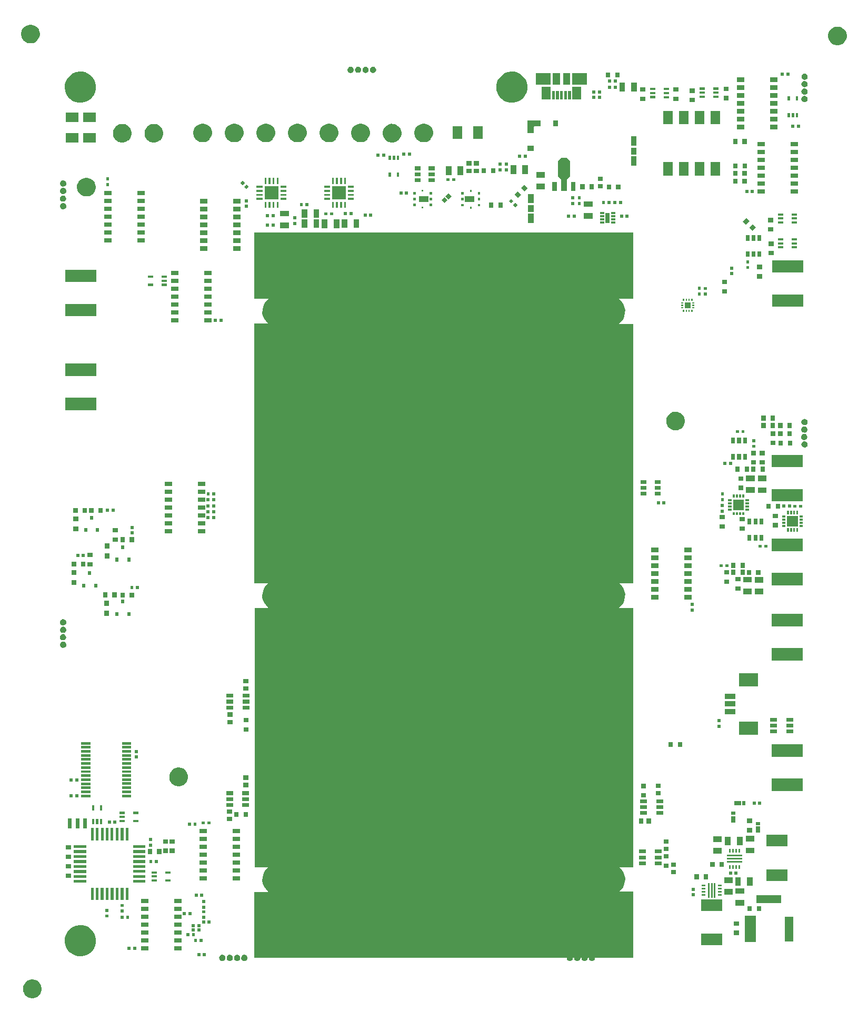
<source format=gbs>
G04 #@! TF.FileFunction,Soldermask,Bot*
%FSLAX46Y46*%
G04 Gerber Fmt 4.6, Leading zero omitted, Abs format (unit mm)*
G04 Created by KiCad (PCBNEW 4.0.7) date Tue Jun  4 16:27:17 2019*
%MOMM*%
%LPD*%
G01*
G04 APERTURE LIST*
%ADD10C,0.150000*%
G04 APERTURE END LIST*
D10*
G36*
X31981331Y-179584979D02*
X32227554Y-179635521D01*
X32269489Y-179644129D01*
X32517167Y-179748244D01*
X32540668Y-179758123D01*
X32784542Y-179922618D01*
X32991821Y-180131349D01*
X33154610Y-180376365D01*
X33225208Y-180547649D01*
X33266708Y-180648336D01*
X33319700Y-180915967D01*
X33323844Y-180936897D01*
X33319153Y-181272890D01*
X33253981Y-181559745D01*
X33134333Y-181828478D01*
X32964767Y-182068853D01*
X32751741Y-182271716D01*
X32550071Y-182399699D01*
X32503369Y-182429337D01*
X32229111Y-182535715D01*
X32044810Y-182568212D01*
X31939415Y-182586796D01*
X31661732Y-182580979D01*
X31645312Y-182580635D01*
X31429838Y-182533260D01*
X31358012Y-182517468D01*
X31088450Y-182399699D01*
X30846896Y-182231815D01*
X30642552Y-182020210D01*
X30483200Y-181772945D01*
X30374911Y-181499437D01*
X30321808Y-181210104D01*
X30325915Y-180915968D01*
X30325915Y-180915967D01*
X30387075Y-180628233D01*
X30495026Y-180376365D01*
X30502960Y-180357853D01*
X30669153Y-180115133D01*
X30879326Y-179909317D01*
X30879327Y-179909316D01*
X31110375Y-179758123D01*
X31125473Y-179748243D01*
X31398219Y-179638046D01*
X31687173Y-179582925D01*
X31981331Y-179584979D01*
X31981331Y-179584979D01*
G37*
G36*
X128467540Y-70003540D02*
X126134043Y-70003540D01*
X126133904Y-70003560D01*
X126133775Y-70003618D01*
X126133668Y-70003709D01*
X126133591Y-70003826D01*
X126133549Y-70003961D01*
X126133547Y-70004101D01*
X126133584Y-70004237D01*
X126133657Y-70004357D01*
X126133758Y-70004451D01*
X126268451Y-70095302D01*
X126439431Y-70267480D01*
X126614055Y-70443327D01*
X126885477Y-70851849D01*
X127072382Y-71305316D01*
X127167647Y-71786438D01*
X127159824Y-72346656D01*
X127051161Y-72824940D01*
X126930130Y-73096780D01*
X126851669Y-73273006D01*
X126710307Y-73473399D01*
X126568945Y-73673793D01*
X126213759Y-74012032D01*
X126127745Y-74066618D01*
X126127638Y-74066709D01*
X126127561Y-74066827D01*
X126127519Y-74066961D01*
X126127517Y-74067102D01*
X126127554Y-74067238D01*
X126127627Y-74067358D01*
X126127731Y-74067453D01*
X126127857Y-74067515D01*
X126128013Y-74067540D01*
X128452300Y-74067540D01*
X128452300Y-115764180D01*
X126194295Y-115764180D01*
X126194156Y-115764200D01*
X126194027Y-115764258D01*
X126193920Y-115764349D01*
X126193843Y-115764466D01*
X126193801Y-115764601D01*
X126193799Y-115764741D01*
X126193836Y-115764877D01*
X126193909Y-115764997D01*
X126194012Y-115765092D01*
X126268451Y-115815302D01*
X126439431Y-115987480D01*
X126614055Y-116163327D01*
X126885477Y-116571849D01*
X127072382Y-117025316D01*
X127167647Y-117506438D01*
X127159824Y-118066656D01*
X127051161Y-118544940D01*
X126918166Y-118843650D01*
X126851669Y-118993006D01*
X126710307Y-119193399D01*
X126568945Y-119393793D01*
X126213759Y-119732032D01*
X126127745Y-119786618D01*
X126127638Y-119786709D01*
X126127561Y-119786827D01*
X126127519Y-119786961D01*
X126127517Y-119787102D01*
X126127554Y-119787238D01*
X126127627Y-119787358D01*
X126127731Y-119787453D01*
X126127857Y-119787515D01*
X126128013Y-119787540D01*
X128482780Y-119787540D01*
X128482780Y-161484180D01*
X126194295Y-161484180D01*
X126194156Y-161484200D01*
X126194027Y-161484258D01*
X126193920Y-161484349D01*
X126193843Y-161484466D01*
X126193801Y-161484601D01*
X126193799Y-161484741D01*
X126193836Y-161484877D01*
X126193909Y-161484997D01*
X126194012Y-161485092D01*
X126268451Y-161535302D01*
X126335360Y-161602680D01*
X126614055Y-161883327D01*
X126885477Y-162291849D01*
X127072382Y-162745316D01*
X127167647Y-163226438D01*
X127167647Y-163226444D01*
X127164253Y-163469480D01*
X127159824Y-163786656D01*
X127051161Y-164264940D01*
X126948130Y-164496350D01*
X126851669Y-164713006D01*
X126798068Y-164788990D01*
X126568945Y-165113793D01*
X126220389Y-165445718D01*
X126220302Y-165445828D01*
X126220249Y-165445959D01*
X126220234Y-165446099D01*
X126220259Y-165446237D01*
X126220322Y-165446363D01*
X126220417Y-165446467D01*
X126220537Y-165446540D01*
X126220734Y-165446580D01*
X128472620Y-165446580D01*
X128472620Y-176114580D01*
X122324181Y-176114580D01*
X122324042Y-176114600D01*
X122323913Y-176114658D01*
X122323806Y-176114749D01*
X122323729Y-176114866D01*
X122323687Y-176115001D01*
X122323681Y-176115073D01*
X122323234Y-176147076D01*
X122301467Y-176242885D01*
X122301466Y-176242887D01*
X122261505Y-176332642D01*
X122204869Y-176412928D01*
X122133718Y-176480685D01*
X122050763Y-176533330D01*
X121959160Y-176568861D01*
X121862405Y-176585921D01*
X121764170Y-176583863D01*
X121668214Y-176562766D01*
X121578181Y-176523431D01*
X121497500Y-176467357D01*
X121429249Y-176396680D01*
X121376026Y-176314095D01*
X121339857Y-176222743D01*
X121322121Y-176126105D01*
X121322275Y-176115087D01*
X121322257Y-176114947D01*
X121322201Y-176114818D01*
X121322111Y-176114710D01*
X121321995Y-176114631D01*
X121321861Y-176114587D01*
X121321775Y-176114580D01*
X121153792Y-176114580D01*
X121153653Y-176114600D01*
X121153524Y-176114658D01*
X121153417Y-176114749D01*
X121153340Y-176114866D01*
X121153298Y-176115001D01*
X121153292Y-176115071D01*
X121152684Y-176158626D01*
X121130917Y-176254435D01*
X121130916Y-176254437D01*
X121090955Y-176344192D01*
X121034319Y-176424478D01*
X120963168Y-176492235D01*
X120880213Y-176544880D01*
X120788610Y-176580411D01*
X120691855Y-176597471D01*
X120593620Y-176595413D01*
X120497664Y-176574316D01*
X120407631Y-176534981D01*
X120326950Y-176478907D01*
X120258699Y-176408230D01*
X120205476Y-176325645D01*
X120169307Y-176234293D01*
X120151571Y-176137655D01*
X120151886Y-176115087D01*
X120151868Y-176114947D01*
X120151812Y-176114818D01*
X120151722Y-176114710D01*
X120151606Y-176114631D01*
X120151472Y-176114587D01*
X120151386Y-176114580D01*
X119974181Y-176114580D01*
X119974042Y-176114600D01*
X119973913Y-176114658D01*
X119973806Y-176114749D01*
X119973729Y-176114866D01*
X119973687Y-176115001D01*
X119973681Y-176115073D01*
X119973234Y-176147076D01*
X119951467Y-176242885D01*
X119951466Y-176242887D01*
X119911505Y-176332642D01*
X119854869Y-176412928D01*
X119783718Y-176480685D01*
X119700763Y-176533330D01*
X119609160Y-176568861D01*
X119512405Y-176585921D01*
X119414170Y-176583863D01*
X119318214Y-176562766D01*
X119228181Y-176523431D01*
X119147500Y-176467357D01*
X119079249Y-176396680D01*
X119026026Y-176314095D01*
X118989857Y-176222743D01*
X118972121Y-176126105D01*
X118972275Y-176115087D01*
X118972257Y-176114947D01*
X118972201Y-176114818D01*
X118972111Y-176114710D01*
X118971995Y-176114631D01*
X118971861Y-176114587D01*
X118971775Y-176114580D01*
X118774181Y-176114580D01*
X118774042Y-176114600D01*
X118773913Y-176114658D01*
X118773806Y-176114749D01*
X118773729Y-176114866D01*
X118773687Y-176115001D01*
X118773681Y-176115073D01*
X118773234Y-176147076D01*
X118751467Y-176242885D01*
X118751466Y-176242887D01*
X118711505Y-176332642D01*
X118654869Y-176412928D01*
X118583718Y-176480685D01*
X118500763Y-176533330D01*
X118409160Y-176568861D01*
X118312405Y-176585921D01*
X118214170Y-176583863D01*
X118118214Y-176562766D01*
X118028181Y-176523431D01*
X117947500Y-176467357D01*
X117879249Y-176396680D01*
X117826026Y-176314095D01*
X117789857Y-176222743D01*
X117772121Y-176126105D01*
X117772275Y-176115087D01*
X117772257Y-176114947D01*
X117772201Y-176114818D01*
X117772111Y-176114710D01*
X117771995Y-176114631D01*
X117771861Y-176114587D01*
X117771775Y-176114580D01*
X67522780Y-176114580D01*
X67522780Y-165482140D01*
X69835195Y-165482140D01*
X69835334Y-165482120D01*
X69835463Y-165482062D01*
X69835570Y-165481971D01*
X69835647Y-165481854D01*
X69835689Y-165481719D01*
X69835691Y-165481579D01*
X69835654Y-165481443D01*
X69835581Y-165481323D01*
X69835480Y-165481229D01*
X69697748Y-165385503D01*
X69357038Y-165032687D01*
X69091346Y-164620414D01*
X68910792Y-164164385D01*
X68886069Y-164029680D01*
X68822253Y-163681971D01*
X68823926Y-163562170D01*
X68829100Y-163191546D01*
X68931074Y-162711796D01*
X69124293Y-162260983D01*
X69401393Y-161856288D01*
X69751821Y-161513124D01*
X69779123Y-161495258D01*
X69779229Y-161495166D01*
X69779304Y-161495047D01*
X69779344Y-161494912D01*
X69779344Y-161494771D01*
X69779305Y-161494636D01*
X69779231Y-161494517D01*
X69779125Y-161494423D01*
X69778998Y-161494363D01*
X69778849Y-161494340D01*
X67573580Y-161494340D01*
X67573580Y-119741820D01*
X69805959Y-119741820D01*
X69806098Y-119741800D01*
X69806227Y-119741742D01*
X69806334Y-119741651D01*
X69806411Y-119741534D01*
X69806453Y-119741399D01*
X69806455Y-119741259D01*
X69806418Y-119741123D01*
X69806345Y-119741003D01*
X69806244Y-119740909D01*
X69697748Y-119665503D01*
X69357038Y-119312687D01*
X69091346Y-118900414D01*
X68910792Y-118444385D01*
X68902862Y-118401180D01*
X68822253Y-117961971D01*
X68825922Y-117699180D01*
X68829100Y-117471546D01*
X68931074Y-116991796D01*
X69124293Y-116540983D01*
X69401393Y-116136288D01*
X69751821Y-115793124D01*
X69763597Y-115785418D01*
X69763703Y-115785326D01*
X69763778Y-115785207D01*
X69763818Y-115785072D01*
X69763818Y-115784931D01*
X69763779Y-115784796D01*
X69763705Y-115784677D01*
X69763599Y-115784583D01*
X69763472Y-115784523D01*
X69763323Y-115784500D01*
X67553260Y-115784500D01*
X67553260Y-73960860D01*
X69718248Y-73960860D01*
X69718387Y-73960840D01*
X69718516Y-73960782D01*
X69718623Y-73960691D01*
X69718700Y-73960574D01*
X69718742Y-73960439D01*
X69718744Y-73960299D01*
X69718707Y-73960163D01*
X69718634Y-73960043D01*
X69718533Y-73959949D01*
X69697748Y-73945503D01*
X69357038Y-73592687D01*
X69091346Y-73180414D01*
X68910792Y-72724385D01*
X68822253Y-72241970D01*
X68829100Y-71751546D01*
X68931074Y-71271796D01*
X69124293Y-70820983D01*
X69401393Y-70416288D01*
X69751821Y-70073124D01*
X69841228Y-70014618D01*
X69841334Y-70014526D01*
X69841409Y-70014407D01*
X69841449Y-70014272D01*
X69841449Y-70014131D01*
X69841410Y-70013996D01*
X69841336Y-70013877D01*
X69841230Y-70013783D01*
X69841103Y-70013723D01*
X69840954Y-70013700D01*
X67497380Y-70013700D01*
X67497380Y-59366020D01*
X128467540Y-59366020D01*
X128467540Y-70003540D01*
X128467540Y-70003540D01*
G37*
G36*
X64812470Y-175594859D02*
X64813152Y-175594864D01*
X64829543Y-175598228D01*
X64909397Y-175614619D01*
X64999969Y-175652692D01*
X65023005Y-175668231D01*
X65081425Y-175707635D01*
X65132934Y-175759505D01*
X65150656Y-175777351D01*
X65205027Y-175859186D01*
X65242469Y-175950026D01*
X65261551Y-176046398D01*
X65261551Y-176046404D01*
X65259984Y-176158626D01*
X65238217Y-176254435D01*
X65238216Y-176254437D01*
X65198255Y-176344192D01*
X65141619Y-176424478D01*
X65070468Y-176492235D01*
X64987513Y-176544880D01*
X64895910Y-176580411D01*
X64799155Y-176597471D01*
X64700920Y-176595413D01*
X64604964Y-176574316D01*
X64514931Y-176534981D01*
X64434250Y-176478907D01*
X64365999Y-176408230D01*
X64312776Y-176325645D01*
X64276607Y-176234293D01*
X64258871Y-176137655D01*
X64260243Y-176039413D01*
X64280669Y-175943312D01*
X64319376Y-175853002D01*
X64374885Y-175771934D01*
X64445082Y-175703192D01*
X64527294Y-175649394D01*
X64572845Y-175630991D01*
X64618393Y-175612588D01*
X64645046Y-175607504D01*
X64714903Y-175594177D01*
X64812470Y-175594859D01*
X64812470Y-175594859D01*
G37*
G36*
X65975720Y-175583309D02*
X65976402Y-175583314D01*
X65992793Y-175586678D01*
X66072647Y-175603069D01*
X66163219Y-175641142D01*
X66180342Y-175652692D01*
X66244675Y-175696085D01*
X66277441Y-175729081D01*
X66313906Y-175765801D01*
X66368277Y-175847636D01*
X66405719Y-175938476D01*
X66424801Y-176034848D01*
X66424801Y-176034854D01*
X66423234Y-176147076D01*
X66401467Y-176242885D01*
X66401466Y-176242887D01*
X66361505Y-176332642D01*
X66304869Y-176412928D01*
X66233718Y-176480685D01*
X66150763Y-176533330D01*
X66059160Y-176568861D01*
X65962405Y-176585921D01*
X65864170Y-176583863D01*
X65768214Y-176562766D01*
X65678181Y-176523431D01*
X65597500Y-176467357D01*
X65529249Y-176396680D01*
X65476026Y-176314095D01*
X65439857Y-176222743D01*
X65422121Y-176126105D01*
X65423493Y-176027863D01*
X65443919Y-175931762D01*
X65482626Y-175841452D01*
X65538135Y-175760384D01*
X65608332Y-175691642D01*
X65690544Y-175637844D01*
X65748027Y-175614620D01*
X65781643Y-175601038D01*
X65808296Y-175595954D01*
X65878153Y-175582627D01*
X65975720Y-175583309D01*
X65975720Y-175583309D01*
G37*
G36*
X63625720Y-175583309D02*
X63626402Y-175583314D01*
X63642793Y-175586678D01*
X63722647Y-175603069D01*
X63813219Y-175641142D01*
X63830342Y-175652692D01*
X63894675Y-175696085D01*
X63927441Y-175729081D01*
X63963906Y-175765801D01*
X64018277Y-175847636D01*
X64055719Y-175938476D01*
X64074801Y-176034848D01*
X64074801Y-176034854D01*
X64073234Y-176147076D01*
X64051467Y-176242885D01*
X64051466Y-176242887D01*
X64011505Y-176332642D01*
X63954869Y-176412928D01*
X63883718Y-176480685D01*
X63800763Y-176533330D01*
X63709160Y-176568861D01*
X63612405Y-176585921D01*
X63514170Y-176583863D01*
X63418214Y-176562766D01*
X63328181Y-176523431D01*
X63247500Y-176467357D01*
X63179249Y-176396680D01*
X63126026Y-176314095D01*
X63089857Y-176222743D01*
X63072121Y-176126105D01*
X63073493Y-176027863D01*
X63093919Y-175931762D01*
X63132626Y-175841452D01*
X63188135Y-175760384D01*
X63258332Y-175691642D01*
X63340544Y-175637844D01*
X63398027Y-175614620D01*
X63431643Y-175601038D01*
X63458296Y-175595954D01*
X63528153Y-175582627D01*
X63625720Y-175583309D01*
X63625720Y-175583309D01*
G37*
G36*
X62425720Y-175583309D02*
X62426402Y-175583314D01*
X62442793Y-175586678D01*
X62522647Y-175603069D01*
X62613219Y-175641142D01*
X62630342Y-175652692D01*
X62694675Y-175696085D01*
X62727441Y-175729081D01*
X62763906Y-175765801D01*
X62818277Y-175847636D01*
X62855719Y-175938476D01*
X62874801Y-176034848D01*
X62874801Y-176034854D01*
X62873234Y-176147076D01*
X62851467Y-176242885D01*
X62851466Y-176242887D01*
X62811505Y-176332642D01*
X62754869Y-176412928D01*
X62683718Y-176480685D01*
X62600763Y-176533330D01*
X62509160Y-176568861D01*
X62412405Y-176585921D01*
X62314170Y-176583863D01*
X62218214Y-176562766D01*
X62128181Y-176523431D01*
X62047500Y-176467357D01*
X61979249Y-176396680D01*
X61926026Y-176314095D01*
X61889857Y-176222743D01*
X61872121Y-176126105D01*
X61873493Y-176027863D01*
X61893919Y-175931762D01*
X61932626Y-175841452D01*
X61988135Y-175760384D01*
X62058332Y-175691642D01*
X62140544Y-175637844D01*
X62198027Y-175614620D01*
X62231643Y-175601038D01*
X62258296Y-175595954D01*
X62328153Y-175582627D01*
X62425720Y-175583309D01*
X62425720Y-175583309D01*
G37*
G36*
X59737410Y-175855230D02*
X59240110Y-175855230D01*
X59240110Y-175357930D01*
X59737410Y-175357930D01*
X59737410Y-175855230D01*
X59737410Y-175855230D01*
G37*
G36*
X58838250Y-175855230D02*
X58340950Y-175855230D01*
X58340950Y-175357930D01*
X58838250Y-175357930D01*
X58838250Y-175855230D01*
X58838250Y-175855230D01*
G37*
G36*
X39809715Y-170839599D02*
X39816471Y-170839646D01*
X39938542Y-170864704D01*
X40296925Y-170938268D01*
X40749070Y-171128333D01*
X40749072Y-171128334D01*
X41155691Y-171402602D01*
X41326671Y-171574780D01*
X41501295Y-171750627D01*
X41772717Y-172159149D01*
X41959622Y-172612616D01*
X42054887Y-173093738D01*
X42047064Y-173653956D01*
X41938401Y-174132240D01*
X41862004Y-174303830D01*
X41738909Y-174580306D01*
X41597547Y-174780699D01*
X41456185Y-174981093D01*
X41100999Y-175319332D01*
X40686882Y-175582139D01*
X40229602Y-175759506D01*
X39746585Y-175844675D01*
X39256216Y-175834403D01*
X38777190Y-175729082D01*
X38327741Y-175532722D01*
X38327739Y-175532721D01*
X38076247Y-175357930D01*
X37924988Y-175252803D01*
X37584278Y-174899987D01*
X37318586Y-174487714D01*
X37138032Y-174031685D01*
X37049493Y-173549270D01*
X37056340Y-173058846D01*
X37158314Y-172579096D01*
X37351533Y-172128283D01*
X37628633Y-171723588D01*
X37979061Y-171380424D01*
X38389468Y-171111861D01*
X38616849Y-171019994D01*
X38844227Y-170928127D01*
X38977278Y-170902746D01*
X39326011Y-170836221D01*
X39809715Y-170839599D01*
X39809715Y-170839599D01*
G37*
G36*
X50493180Y-174888240D02*
X49311180Y-174888240D01*
X49311180Y-174186240D01*
X50493180Y-174186240D01*
X50493180Y-174888240D01*
X50493180Y-174888240D01*
G37*
G36*
X55813180Y-174888240D02*
X54631180Y-174888240D01*
X54631180Y-174186240D01*
X55813180Y-174186240D01*
X55813180Y-174888240D01*
X55813180Y-174888240D01*
G37*
G36*
X48536010Y-174801130D02*
X48038710Y-174801130D01*
X48038710Y-174303830D01*
X48536010Y-174303830D01*
X48536010Y-174801130D01*
X48536010Y-174801130D01*
G37*
G36*
X47636850Y-174801130D02*
X47139550Y-174801130D01*
X47139550Y-174303830D01*
X47636850Y-174303830D01*
X47636850Y-174801130D01*
X47636850Y-174801130D01*
G37*
G36*
X142820280Y-174062480D02*
X139418280Y-174062480D01*
X139418280Y-172210480D01*
X142820280Y-172210480D01*
X142820280Y-174062480D01*
X142820280Y-174062480D01*
G37*
G36*
X55813180Y-173618240D02*
X54631180Y-173618240D01*
X54631180Y-172916240D01*
X55813180Y-172916240D01*
X55813180Y-173618240D01*
X55813180Y-173618240D01*
G37*
G36*
X50493180Y-173618240D02*
X49311180Y-173618240D01*
X49311180Y-172916240D01*
X50493180Y-172916240D01*
X50493180Y-173618240D01*
X50493180Y-173618240D01*
G37*
G36*
X148178580Y-173579680D02*
X146426580Y-173579680D01*
X146426580Y-169327680D01*
X148178580Y-169327680D01*
X148178580Y-173579680D01*
X148178580Y-173579680D01*
G37*
G36*
X58325170Y-173538750D02*
X57827870Y-173538750D01*
X57827870Y-173041450D01*
X58325170Y-173041450D01*
X58325170Y-173538750D01*
X58325170Y-173538750D01*
G37*
G36*
X59224330Y-173538750D02*
X58727030Y-173538750D01*
X58727030Y-173041450D01*
X59224330Y-173041450D01*
X59224330Y-173538750D01*
X59224330Y-173538750D01*
G37*
G36*
X154203580Y-173454680D02*
X152901580Y-173454680D01*
X152901580Y-169452680D01*
X154203580Y-169452680D01*
X154203580Y-173454680D01*
X154203580Y-173454680D01*
G37*
G36*
X57984810Y-172578630D02*
X57487510Y-172578630D01*
X57487510Y-172081330D01*
X57984810Y-172081330D01*
X57984810Y-172578630D01*
X57984810Y-172578630D01*
G37*
G36*
X57085650Y-172578630D02*
X56588350Y-172578630D01*
X56588350Y-172081330D01*
X57085650Y-172081330D01*
X57085650Y-172578630D01*
X57085650Y-172578630D01*
G37*
G36*
X145457280Y-172414980D02*
X144655280Y-172414980D01*
X144655280Y-171712980D01*
X145457280Y-171712980D01*
X145457280Y-172414980D01*
X145457280Y-172414980D01*
G37*
G36*
X50493180Y-172348240D02*
X49311180Y-172348240D01*
X49311180Y-171646240D01*
X50493180Y-171646240D01*
X50493180Y-172348240D01*
X50493180Y-172348240D01*
G37*
G36*
X55813180Y-172348240D02*
X54631180Y-172348240D01*
X54631180Y-171646240D01*
X55813180Y-171646240D01*
X55813180Y-172348240D01*
X55813180Y-172348240D01*
G37*
G36*
X58873810Y-171880130D02*
X58376510Y-171880130D01*
X58376510Y-171382830D01*
X58873810Y-171382830D01*
X58873810Y-171880130D01*
X58873810Y-171880130D01*
G37*
G36*
X57974650Y-171880130D02*
X57477350Y-171880130D01*
X57477350Y-171382830D01*
X57974650Y-171382830D01*
X57974650Y-171880130D01*
X57974650Y-171880130D01*
G37*
G36*
X58873810Y-171176550D02*
X58376510Y-171176550D01*
X58376510Y-170679250D01*
X58873810Y-170679250D01*
X58873810Y-171176550D01*
X58873810Y-171176550D01*
G37*
G36*
X57974650Y-171176550D02*
X57477350Y-171176550D01*
X57477350Y-170679250D01*
X57974650Y-170679250D01*
X57974650Y-171176550D01*
X57974650Y-171176550D01*
G37*
G36*
X55813180Y-171078240D02*
X54631180Y-171078240D01*
X54631180Y-170376240D01*
X55813180Y-170376240D01*
X55813180Y-171078240D01*
X55813180Y-171078240D01*
G37*
G36*
X50493180Y-171078240D02*
X49311180Y-171078240D01*
X49311180Y-170376240D01*
X50493180Y-170376240D01*
X50493180Y-171078240D01*
X50493180Y-171078240D01*
G37*
G36*
X145457280Y-170914980D02*
X144655280Y-170914980D01*
X144655280Y-170212980D01*
X145457280Y-170212980D01*
X145457280Y-170914980D01*
X145457280Y-170914980D01*
G37*
G36*
X59612950Y-170572030D02*
X59115650Y-170572030D01*
X59115650Y-170074730D01*
X59612950Y-170074730D01*
X59612950Y-170572030D01*
X59612950Y-170572030D01*
G37*
G36*
X60512110Y-170572030D02*
X60014810Y-170572030D01*
X60014810Y-170074730D01*
X60512110Y-170074730D01*
X60512110Y-170572030D01*
X60512110Y-170572030D01*
G37*
G36*
X59612950Y-169827810D02*
X59115650Y-169827810D01*
X59115650Y-169330510D01*
X59612950Y-169330510D01*
X59612950Y-169827810D01*
X59612950Y-169827810D01*
G37*
G36*
X46506550Y-169822730D02*
X46009250Y-169822730D01*
X46009250Y-169325430D01*
X46506550Y-169325430D01*
X46506550Y-169822730D01*
X46506550Y-169822730D01*
G37*
G36*
X47405710Y-169822730D02*
X46908410Y-169822730D01*
X46908410Y-169325430D01*
X47405710Y-169325430D01*
X47405710Y-169822730D01*
X47405710Y-169822730D01*
G37*
G36*
X55813180Y-169808240D02*
X54631180Y-169808240D01*
X54631180Y-169106240D01*
X55813180Y-169106240D01*
X55813180Y-169808240D01*
X55813180Y-169808240D01*
G37*
G36*
X50493180Y-169808240D02*
X49311180Y-169808240D01*
X49311180Y-169106240D01*
X50493180Y-169106240D01*
X50493180Y-169808240D01*
X50493180Y-169808240D01*
G37*
G36*
X44085930Y-169599210D02*
X43588630Y-169599210D01*
X43588630Y-169101910D01*
X44085930Y-169101910D01*
X44085930Y-169599210D01*
X44085930Y-169599210D01*
G37*
G36*
X57436170Y-169205510D02*
X56938870Y-169205510D01*
X56938870Y-168708210D01*
X57436170Y-168708210D01*
X57436170Y-169205510D01*
X57436170Y-169205510D01*
G37*
G36*
X56537010Y-169205510D02*
X56039710Y-169205510D01*
X56039710Y-168708210D01*
X56537010Y-168708210D01*
X56537010Y-169205510D01*
X56537010Y-169205510D01*
G37*
G36*
X59612950Y-168928650D02*
X59115650Y-168928650D01*
X59115650Y-168431350D01*
X59612950Y-168431350D01*
X59612950Y-168928650D01*
X59612950Y-168928650D01*
G37*
G36*
X46511630Y-168811810D02*
X46014330Y-168811810D01*
X46014330Y-168314510D01*
X46511630Y-168314510D01*
X46511630Y-168811810D01*
X46511630Y-168811810D01*
G37*
G36*
X44085930Y-168700050D02*
X43588630Y-168700050D01*
X43588630Y-168202750D01*
X44085930Y-168202750D01*
X44085930Y-168700050D01*
X44085930Y-168700050D01*
G37*
G36*
X147552880Y-168565380D02*
X146850880Y-168565380D01*
X146850880Y-167763380D01*
X147552880Y-167763380D01*
X147552880Y-168565380D01*
X147552880Y-168565380D01*
G37*
G36*
X149052880Y-168565380D02*
X148350880Y-168565380D01*
X148350880Y-167763380D01*
X149052880Y-167763380D01*
X149052880Y-168565380D01*
X149052880Y-168565380D01*
G37*
G36*
X55813180Y-168538240D02*
X54631180Y-168538240D01*
X54631180Y-167836240D01*
X55813180Y-167836240D01*
X55813180Y-168538240D01*
X55813180Y-168538240D01*
G37*
G36*
X50493180Y-168538240D02*
X49311180Y-168538240D01*
X49311180Y-167836240D01*
X50493180Y-167836240D01*
X50493180Y-168538240D01*
X50493180Y-168538240D01*
G37*
G36*
X142820280Y-168512480D02*
X139418280Y-168512480D01*
X139418280Y-166660480D01*
X142820280Y-166660480D01*
X142820280Y-168512480D01*
X142820280Y-168512480D01*
G37*
G36*
X59618030Y-168176810D02*
X59120730Y-168176810D01*
X59120730Y-167679510D01*
X59618030Y-167679510D01*
X59618030Y-168176810D01*
X59618030Y-168176810D01*
G37*
G36*
X46511630Y-167912650D02*
X46014330Y-167912650D01*
X46014330Y-167415350D01*
X46511630Y-167415350D01*
X46511630Y-167912650D01*
X46511630Y-167912650D01*
G37*
G36*
X146315850Y-167687860D02*
X144914310Y-167687860D01*
X144914310Y-166786700D01*
X146315850Y-166786700D01*
X146315850Y-167687860D01*
X146315850Y-167687860D01*
G37*
G36*
X152303580Y-167304680D02*
X148301580Y-167304680D01*
X148301580Y-166002680D01*
X152303580Y-166002680D01*
X152303580Y-167304680D01*
X152303580Y-167304680D01*
G37*
G36*
X59618030Y-167277650D02*
X59120730Y-167277650D01*
X59120730Y-166780350D01*
X59618030Y-166780350D01*
X59618030Y-167277650D01*
X59618030Y-167277650D01*
G37*
G36*
X50493180Y-167268240D02*
X49311180Y-167268240D01*
X49311180Y-166566240D01*
X50493180Y-166566240D01*
X50493180Y-167268240D01*
X50493180Y-167268240D01*
G37*
G36*
X55813180Y-167268240D02*
X54631180Y-167268240D01*
X54631180Y-166566240D01*
X55813180Y-166566240D01*
X55813180Y-167268240D01*
X55813180Y-167268240D01*
G37*
G36*
X47281250Y-166789970D02*
X46829670Y-166789970D01*
X46829670Y-164788990D01*
X47281250Y-164788990D01*
X47281250Y-166789970D01*
X47281250Y-166789970D01*
G37*
G36*
X41683090Y-166789970D02*
X41231510Y-166789970D01*
X41231510Y-164788990D01*
X41683090Y-164788990D01*
X41683090Y-166789970D01*
X41683090Y-166789970D01*
G37*
G36*
X42480650Y-166789970D02*
X42029070Y-166789970D01*
X42029070Y-164788990D01*
X42480650Y-164788990D01*
X42480650Y-166789970D01*
X42480650Y-166789970D01*
G37*
G36*
X43283290Y-166789970D02*
X42831710Y-166789970D01*
X42831710Y-164788990D01*
X43283290Y-164788990D01*
X43283290Y-166789970D01*
X43283290Y-166789970D01*
G37*
G36*
X44080850Y-166789970D02*
X43629270Y-166789970D01*
X43629270Y-164788990D01*
X44080850Y-164788990D01*
X44080850Y-166789970D01*
X44080850Y-166789970D01*
G37*
G36*
X44883490Y-166789970D02*
X44431910Y-166789970D01*
X44431910Y-164788990D01*
X44883490Y-164788990D01*
X44883490Y-166789970D01*
X44883490Y-166789970D01*
G37*
G36*
X45681050Y-166789970D02*
X45229470Y-166789970D01*
X45229470Y-164788990D01*
X45681050Y-164788990D01*
X45681050Y-166789970D01*
X45681050Y-166789970D01*
G37*
G36*
X46483690Y-166789970D02*
X46032110Y-166789970D01*
X46032110Y-164788990D01*
X46483690Y-164788990D01*
X46483690Y-166789970D01*
X46483690Y-166789970D01*
G37*
G36*
X141719880Y-166431680D02*
X141467880Y-166431680D01*
X141467880Y-164029680D01*
X141719880Y-164029680D01*
X141719880Y-166431680D01*
X141719880Y-166431680D01*
G37*
G36*
X141219880Y-166431680D02*
X140967880Y-166431680D01*
X140967880Y-164029680D01*
X141219880Y-164029680D01*
X141219880Y-166431680D01*
X141219880Y-166431680D01*
G37*
G36*
X140719880Y-166431680D02*
X140467880Y-166431680D01*
X140467880Y-164029680D01*
X140719880Y-164029680D01*
X140719880Y-166431680D01*
X140719880Y-166431680D01*
G37*
G36*
X58419150Y-166266730D02*
X57921850Y-166266730D01*
X57921850Y-165769430D01*
X58419150Y-165769430D01*
X58419150Y-166266730D01*
X58419150Y-166266730D01*
G37*
G36*
X59318310Y-166266730D02*
X58821010Y-166266730D01*
X58821010Y-165769430D01*
X59318310Y-165769430D01*
X59318310Y-166266730D01*
X59318310Y-166266730D01*
G37*
G36*
X138352950Y-166195610D02*
X137855650Y-166195610D01*
X137855650Y-165698310D01*
X138352950Y-165698310D01*
X138352950Y-166195610D01*
X138352950Y-166195610D01*
G37*
G36*
X140094880Y-166106680D02*
X139492880Y-166106680D01*
X139492880Y-165854680D01*
X140094880Y-165854680D01*
X140094880Y-166106680D01*
X140094880Y-166106680D01*
G37*
G36*
X142694880Y-166106680D02*
X142092880Y-166106680D01*
X142092880Y-165854680D01*
X142694880Y-165854680D01*
X142694880Y-166106680D01*
X142694880Y-166106680D01*
G37*
G36*
X144487050Y-165935260D02*
X143085510Y-165935260D01*
X143085510Y-165034100D01*
X144487050Y-165034100D01*
X144487050Y-165935260D01*
X144487050Y-165935260D01*
G37*
G36*
X146315850Y-165782860D02*
X144914310Y-165782860D01*
X144914310Y-164881700D01*
X146315850Y-164881700D01*
X146315850Y-165782860D01*
X146315850Y-165782860D01*
G37*
G36*
X142694880Y-165606680D02*
X142092880Y-165606680D01*
X142092880Y-165354680D01*
X142694880Y-165354680D01*
X142694880Y-165606680D01*
X142694880Y-165606680D01*
G37*
G36*
X140094880Y-165606680D02*
X139492880Y-165606680D01*
X139492880Y-165354680D01*
X140094880Y-165354680D01*
X140094880Y-165606680D01*
X140094880Y-165606680D01*
G37*
G36*
X138352950Y-165296450D02*
X137855650Y-165296450D01*
X137855650Y-164799150D01*
X138352950Y-164799150D01*
X138352950Y-165296450D01*
X138352950Y-165296450D01*
G37*
G36*
X140094880Y-165106680D02*
X139492880Y-165106680D01*
X139492880Y-164854680D01*
X140094880Y-164854680D01*
X140094880Y-165106680D01*
X140094880Y-165106680D01*
G37*
G36*
X142694880Y-165106680D02*
X142092880Y-165106680D01*
X142092880Y-164854680D01*
X142694880Y-164854680D01*
X142694880Y-165106680D01*
X142694880Y-165106680D01*
G37*
G36*
X140094880Y-164606680D02*
X139492880Y-164606680D01*
X139492880Y-164354680D01*
X140094880Y-164354680D01*
X140094880Y-164606680D01*
X140094880Y-164606680D01*
G37*
G36*
X142694880Y-164606680D02*
X142092880Y-164606680D01*
X142092880Y-164354680D01*
X142694880Y-164354680D01*
X142694880Y-164606680D01*
X142694880Y-164606680D01*
G37*
G36*
X147691260Y-164496350D02*
X146790100Y-164496350D01*
X146790100Y-163094810D01*
X147691260Y-163094810D01*
X147691260Y-164496350D01*
X147691260Y-164496350D01*
G37*
G36*
X145786260Y-164496350D02*
X144885100Y-164496350D01*
X144885100Y-163094810D01*
X145786260Y-163094810D01*
X145786260Y-164496350D01*
X145786260Y-164496350D01*
G37*
G36*
X144487050Y-164030260D02*
X143085510Y-164030260D01*
X143085510Y-163129100D01*
X144487050Y-163129100D01*
X144487050Y-164030260D01*
X144487050Y-164030260D01*
G37*
G36*
X40466430Y-164013750D02*
X38465450Y-164013750D01*
X38465450Y-163562170D01*
X40466430Y-163562170D01*
X40466430Y-164013750D01*
X40466430Y-164013750D01*
G37*
G36*
X50032070Y-164008670D02*
X48031090Y-164008670D01*
X48031090Y-163557090D01*
X50032070Y-163557090D01*
X50032070Y-164008670D01*
X50032070Y-164008670D01*
G37*
G36*
X54062780Y-163821480D02*
X53210780Y-163821480D01*
X53210780Y-163469480D01*
X54062780Y-163469480D01*
X54062780Y-163821480D01*
X54062780Y-163821480D01*
G37*
G36*
X51862780Y-163821480D02*
X51010780Y-163821480D01*
X51010780Y-163469480D01*
X51862780Y-163469480D01*
X51862780Y-163821480D01*
X51862780Y-163821480D01*
G37*
G36*
X153285080Y-163699280D02*
X149883080Y-163699280D01*
X149883080Y-161847280D01*
X153285080Y-161847280D01*
X153285080Y-163699280D01*
X153285080Y-163699280D01*
G37*
G36*
X65198480Y-163663980D02*
X64016480Y-163663980D01*
X64016480Y-162961980D01*
X65198480Y-162961980D01*
X65198480Y-163663980D01*
X65198480Y-163663980D01*
G37*
G36*
X59878480Y-163663980D02*
X58696480Y-163663980D01*
X58696480Y-162961980D01*
X59878480Y-162961980D01*
X59878480Y-163663980D01*
X59878480Y-163663980D01*
G37*
G36*
X139018480Y-163434580D02*
X138316480Y-163434580D01*
X138316480Y-162632580D01*
X139018480Y-162632580D01*
X139018480Y-163434580D01*
X139018480Y-163434580D01*
G37*
G36*
X140518480Y-163434580D02*
X139816480Y-163434580D01*
X139816480Y-162632580D01*
X140518480Y-162632580D01*
X140518480Y-163434580D01*
X140518480Y-163434580D01*
G37*
G36*
X50032070Y-163221270D02*
X48031090Y-163221270D01*
X48031090Y-162769690D01*
X50032070Y-162769690D01*
X50032070Y-163221270D01*
X50032070Y-163221270D01*
G37*
G36*
X40466430Y-163213650D02*
X38465450Y-163213650D01*
X38465450Y-162762070D01*
X40466430Y-162762070D01*
X40466430Y-163213650D01*
X40466430Y-163213650D01*
G37*
G36*
X38015280Y-163207480D02*
X37213280Y-163207480D01*
X37213280Y-162505480D01*
X38015280Y-162505480D01*
X38015280Y-163207480D01*
X38015280Y-163207480D01*
G37*
G36*
X51862780Y-163171480D02*
X51010780Y-163171480D01*
X51010780Y-162819480D01*
X51862780Y-162819480D01*
X51862780Y-163171480D01*
X51862780Y-163171480D01*
G37*
G36*
X144360050Y-162685330D02*
X143862750Y-162685330D01*
X143862750Y-162188030D01*
X144360050Y-162188030D01*
X144360050Y-162685330D01*
X144360050Y-162685330D01*
G37*
G36*
X145259210Y-162685330D02*
X144761910Y-162685330D01*
X144761910Y-162188030D01*
X145259210Y-162188030D01*
X145259210Y-162685330D01*
X145259210Y-162685330D01*
G37*
G36*
X135346320Y-162651930D02*
X134546760Y-162651930D01*
X134546760Y-161951430D01*
X135346320Y-161951430D01*
X135346320Y-162651930D01*
X135346320Y-162651930D01*
G37*
G36*
X51862780Y-162521480D02*
X51010780Y-162521480D01*
X51010780Y-162169480D01*
X51862780Y-162169480D01*
X51862780Y-162521480D01*
X51862780Y-162521480D01*
G37*
G36*
X54062780Y-162521480D02*
X53210780Y-162521480D01*
X53210780Y-162169480D01*
X54062780Y-162169480D01*
X54062780Y-162521480D01*
X54062780Y-162521480D01*
G37*
G36*
X40466430Y-162413550D02*
X38465450Y-162413550D01*
X38465450Y-161961970D01*
X40466430Y-161961970D01*
X40466430Y-162413550D01*
X40466430Y-162413550D01*
G37*
G36*
X50032070Y-162408470D02*
X48031090Y-162408470D01*
X48031090Y-161956890D01*
X50032070Y-161956890D01*
X50032070Y-162408470D01*
X50032070Y-162408470D01*
G37*
G36*
X59878480Y-162393980D02*
X58696480Y-162393980D01*
X58696480Y-161691980D01*
X59878480Y-161691980D01*
X59878480Y-162393980D01*
X59878480Y-162393980D01*
G37*
G36*
X65198480Y-162393980D02*
X64016480Y-162393980D01*
X64016480Y-161691980D01*
X65198480Y-161691980D01*
X65198480Y-162393980D01*
X65198480Y-162393980D01*
G37*
G36*
X144140180Y-161751680D02*
X143888180Y-161751680D01*
X143888180Y-161149680D01*
X144140180Y-161149680D01*
X144140180Y-161751680D01*
X144140180Y-161751680D01*
G37*
G36*
X144640180Y-161751680D02*
X144388180Y-161751680D01*
X144388180Y-161149680D01*
X144640180Y-161149680D01*
X144640180Y-161751680D01*
X144640180Y-161751680D01*
G37*
G36*
X145140180Y-161751680D02*
X144888180Y-161751680D01*
X144888180Y-161149680D01*
X145140180Y-161149680D01*
X145140180Y-161751680D01*
X145140180Y-161751680D01*
G37*
G36*
X145640180Y-161751680D02*
X145388180Y-161751680D01*
X145388180Y-161149680D01*
X145640180Y-161149680D01*
X145640180Y-161751680D01*
X145640180Y-161751680D01*
G37*
G36*
X38015280Y-161707480D02*
X37213280Y-161707480D01*
X37213280Y-161005480D01*
X38015280Y-161005480D01*
X38015280Y-161707480D01*
X38015280Y-161707480D01*
G37*
G36*
X50032070Y-161621070D02*
X48031090Y-161621070D01*
X48031090Y-161169490D01*
X50032070Y-161169490D01*
X50032070Y-161621070D01*
X50032070Y-161621070D01*
G37*
G36*
X40466430Y-161613450D02*
X38465450Y-161613450D01*
X38465450Y-161161870D01*
X40466430Y-161161870D01*
X40466430Y-161613450D01*
X40466430Y-161613450D01*
G37*
G36*
X134147540Y-161602680D02*
X133345540Y-161602680D01*
X133345540Y-160900680D01*
X134147540Y-160900680D01*
X134147540Y-161602680D01*
X134147540Y-161602680D01*
G37*
G36*
X141558480Y-161466080D02*
X140856480Y-161466080D01*
X140856480Y-160664080D01*
X141558480Y-160664080D01*
X141558480Y-161466080D01*
X141558480Y-161466080D01*
G37*
G36*
X143058480Y-161466080D02*
X142356480Y-161466080D01*
X142356480Y-160664080D01*
X143058480Y-160664080D01*
X143058480Y-161466080D01*
X143058480Y-161466080D01*
G37*
G36*
X135346320Y-161451930D02*
X134546760Y-161451930D01*
X134546760Y-160751430D01*
X135346320Y-160751430D01*
X135346320Y-161451930D01*
X135346320Y-161451930D01*
G37*
G36*
X130489680Y-161173080D02*
X129387680Y-161173080D01*
X129387680Y-160571080D01*
X130489680Y-160571080D01*
X130489680Y-161173080D01*
X130489680Y-161173080D01*
G37*
G36*
X133089680Y-161173080D02*
X131987680Y-161173080D01*
X131987680Y-160571080D01*
X133089680Y-160571080D01*
X133089680Y-161173080D01*
X133089680Y-161173080D01*
G37*
G36*
X65198480Y-161123980D02*
X64016480Y-161123980D01*
X64016480Y-160421980D01*
X65198480Y-160421980D01*
X65198480Y-161123980D01*
X65198480Y-161123980D01*
G37*
G36*
X59878480Y-161123980D02*
X58696480Y-161123980D01*
X58696480Y-160421980D01*
X59878480Y-160421980D01*
X59878480Y-161123980D01*
X59878480Y-161123980D01*
G37*
G36*
X52028510Y-160831130D02*
X51531210Y-160831130D01*
X51531210Y-160333830D01*
X52028510Y-160333830D01*
X52028510Y-160831130D01*
X52028510Y-160831130D01*
G37*
G36*
X51129350Y-160831130D02*
X50632050Y-160831130D01*
X50632050Y-160333830D01*
X51129350Y-160333830D01*
X51129350Y-160831130D01*
X51129350Y-160831130D01*
G37*
G36*
X40466430Y-160813350D02*
X38465450Y-160813350D01*
X38465450Y-160361770D01*
X40466430Y-160361770D01*
X40466430Y-160813350D01*
X40466430Y-160813350D01*
G37*
G36*
X50032070Y-160808270D02*
X48031090Y-160808270D01*
X48031090Y-160356690D01*
X50032070Y-160356690D01*
X50032070Y-160808270D01*
X50032070Y-160808270D01*
G37*
G36*
X145965180Y-160776680D02*
X143563180Y-160776680D01*
X143563180Y-160524680D01*
X145965180Y-160524680D01*
X145965180Y-160776680D01*
X145965180Y-160776680D01*
G37*
G36*
X145965180Y-160276680D02*
X143563180Y-160276680D01*
X143563180Y-160024680D01*
X145965180Y-160024680D01*
X145965180Y-160276680D01*
X145965180Y-160276680D01*
G37*
G36*
X133089680Y-160223080D02*
X131987680Y-160223080D01*
X131987680Y-159621080D01*
X133089680Y-159621080D01*
X133089680Y-160223080D01*
X133089680Y-160223080D01*
G37*
G36*
X130489680Y-160223080D02*
X129387680Y-160223080D01*
X129387680Y-159621080D01*
X130489680Y-159621080D01*
X130489680Y-160223080D01*
X130489680Y-160223080D01*
G37*
G36*
X38015280Y-160159480D02*
X37213280Y-160159480D01*
X37213280Y-159457480D01*
X38015280Y-159457480D01*
X38015280Y-160159480D01*
X38015280Y-160159480D01*
G37*
G36*
X134147540Y-160102680D02*
X133345540Y-160102680D01*
X133345540Y-159400680D01*
X134147540Y-159400680D01*
X134147540Y-160102680D01*
X134147540Y-160102680D01*
G37*
G36*
X50032070Y-160020870D02*
X48031090Y-160020870D01*
X48031090Y-159569290D01*
X50032070Y-159569290D01*
X50032070Y-160020870D01*
X50032070Y-160020870D01*
G37*
G36*
X40466430Y-160013250D02*
X38465450Y-160013250D01*
X38465450Y-159561670D01*
X40466430Y-159561670D01*
X40466430Y-160013250D01*
X40466430Y-160013250D01*
G37*
G36*
X65198480Y-159853980D02*
X64016480Y-159853980D01*
X64016480Y-159151980D01*
X65198480Y-159151980D01*
X65198480Y-159853980D01*
X65198480Y-159853980D01*
G37*
G36*
X59878480Y-159853980D02*
X58696480Y-159853980D01*
X58696480Y-159151980D01*
X59878480Y-159151980D01*
X59878480Y-159853980D01*
X59878480Y-159853980D01*
G37*
G36*
X145965180Y-159776680D02*
X143563180Y-159776680D01*
X143563180Y-159524680D01*
X145965180Y-159524680D01*
X145965180Y-159776680D01*
X145965180Y-159776680D01*
G37*
G36*
X52596380Y-159370580D02*
X51894380Y-159370580D01*
X51894380Y-158568580D01*
X52596380Y-158568580D01*
X52596380Y-159370580D01*
X52596380Y-159370580D01*
G37*
G36*
X51096380Y-159370580D02*
X50394380Y-159370580D01*
X50394380Y-158568580D01*
X51096380Y-158568580D01*
X51096380Y-159370580D01*
X51096380Y-159370580D01*
G37*
G36*
X142734450Y-159331260D02*
X141332910Y-159331260D01*
X141332910Y-158430100D01*
X142734450Y-158430100D01*
X142734450Y-159331260D01*
X142734450Y-159331260D01*
G37*
G36*
X130489680Y-159273080D02*
X129387680Y-159273080D01*
X129387680Y-158671080D01*
X130489680Y-158671080D01*
X130489680Y-159273080D01*
X130489680Y-159273080D01*
G37*
G36*
X133089680Y-159273080D02*
X131987680Y-159273080D01*
X131987680Y-158671080D01*
X133089680Y-158671080D01*
X133089680Y-159273080D01*
X133089680Y-159273080D01*
G37*
G36*
X147979550Y-159267760D02*
X146578010Y-159267760D01*
X146578010Y-158366600D01*
X147979550Y-158366600D01*
X147979550Y-159267760D01*
X147979550Y-159267760D01*
G37*
G36*
X40466430Y-159213150D02*
X38465450Y-159213150D01*
X38465450Y-158761570D01*
X40466430Y-158761570D01*
X40466430Y-159213150D01*
X40466430Y-159213150D01*
G37*
G36*
X53643900Y-159212060D02*
X52841900Y-159212060D01*
X52841900Y-158510060D01*
X53643900Y-158510060D01*
X53643900Y-159212060D01*
X53643900Y-159212060D01*
G37*
G36*
X50032070Y-159208070D02*
X48031090Y-159208070D01*
X48031090Y-158756490D01*
X50032070Y-158756490D01*
X50032070Y-159208070D01*
X50032070Y-159208070D01*
G37*
G36*
X54715780Y-159206980D02*
X53913780Y-159206980D01*
X53913780Y-158504980D01*
X54715780Y-158504980D01*
X54715780Y-159206980D01*
X54715780Y-159206980D01*
G37*
G36*
X145640180Y-159151680D02*
X145388180Y-159151680D01*
X145388180Y-158549680D01*
X145640180Y-158549680D01*
X145640180Y-159151680D01*
X145640180Y-159151680D01*
G37*
G36*
X145140180Y-159151680D02*
X144888180Y-159151680D01*
X144888180Y-158549680D01*
X145140180Y-158549680D01*
X145140180Y-159151680D01*
X145140180Y-159151680D01*
G37*
G36*
X144640180Y-159151680D02*
X144388180Y-159151680D01*
X144388180Y-158549680D01*
X144640180Y-158549680D01*
X144640180Y-159151680D01*
X144640180Y-159151680D01*
G37*
G36*
X144140180Y-159151680D02*
X143888180Y-159151680D01*
X143888180Y-158549680D01*
X144140180Y-158549680D01*
X144140180Y-159151680D01*
X144140180Y-159151680D01*
G37*
G36*
X134145440Y-158934310D02*
X133345880Y-158934310D01*
X133345880Y-158233810D01*
X134145440Y-158233810D01*
X134145440Y-158934310D01*
X134145440Y-158934310D01*
G37*
G36*
X38015280Y-158659480D02*
X37213280Y-158659480D01*
X37213280Y-157957480D01*
X38015280Y-157957480D01*
X38015280Y-158659480D01*
X38015280Y-158659480D01*
G37*
G36*
X59878480Y-158583980D02*
X58696480Y-158583980D01*
X58696480Y-157881980D01*
X59878480Y-157881980D01*
X59878480Y-158583980D01*
X59878480Y-158583980D01*
G37*
G36*
X65198480Y-158583980D02*
X64016480Y-158583980D01*
X64016480Y-157881980D01*
X65198480Y-157881980D01*
X65198480Y-158583980D01*
X65198480Y-158583980D01*
G37*
G36*
X40466430Y-158413050D02*
X38465450Y-158413050D01*
X38465450Y-157961470D01*
X40466430Y-157961470D01*
X40466430Y-158413050D01*
X40466430Y-158413050D01*
G37*
G36*
X50032070Y-158395270D02*
X48031090Y-158395270D01*
X48031090Y-157943690D01*
X50032070Y-157943690D01*
X50032070Y-158395270D01*
X50032070Y-158395270D01*
G37*
G36*
X51083630Y-158194610D02*
X50586330Y-158194610D01*
X50586330Y-157697310D01*
X51083630Y-157697310D01*
X51083630Y-158194610D01*
X51083630Y-158194610D01*
G37*
G36*
X153285080Y-158149280D02*
X149883080Y-158149280D01*
X149883080Y-156297280D01*
X153285080Y-156297280D01*
X153285080Y-158149280D01*
X153285080Y-158149280D01*
G37*
G36*
X144147960Y-157981250D02*
X143246800Y-157981250D01*
X143246800Y-156579710D01*
X144147960Y-156579710D01*
X144147960Y-157981250D01*
X144147960Y-157981250D01*
G37*
G36*
X146052960Y-157981250D02*
X145151800Y-157981250D01*
X145151800Y-156579710D01*
X146052960Y-156579710D01*
X146052960Y-157981250D01*
X146052960Y-157981250D01*
G37*
G36*
X134145440Y-157734310D02*
X133345880Y-157734310D01*
X133345880Y-157033810D01*
X134145440Y-157033810D01*
X134145440Y-157734310D01*
X134145440Y-157734310D01*
G37*
G36*
X53643900Y-157712060D02*
X52841900Y-157712060D01*
X52841900Y-157010060D01*
X53643900Y-157010060D01*
X53643900Y-157712060D01*
X53643900Y-157712060D01*
G37*
G36*
X54715780Y-157706980D02*
X53913780Y-157706980D01*
X53913780Y-157004980D01*
X54715780Y-157004980D01*
X54715780Y-157706980D01*
X54715780Y-157706980D01*
G37*
G36*
X142734450Y-157426260D02*
X141332910Y-157426260D01*
X141332910Y-156525100D01*
X142734450Y-156525100D01*
X142734450Y-157426260D01*
X142734450Y-157426260D01*
G37*
G36*
X147979550Y-157362760D02*
X146578010Y-157362760D01*
X146578010Y-156461600D01*
X147979550Y-156461600D01*
X147979550Y-157362760D01*
X147979550Y-157362760D01*
G37*
G36*
X65198480Y-157313980D02*
X64016480Y-157313980D01*
X64016480Y-156611980D01*
X65198480Y-156611980D01*
X65198480Y-157313980D01*
X65198480Y-157313980D01*
G37*
G36*
X59878480Y-157313980D02*
X58696480Y-157313980D01*
X58696480Y-156611980D01*
X59878480Y-156611980D01*
X59878480Y-157313980D01*
X59878480Y-157313980D01*
G37*
G36*
X51083630Y-157295450D02*
X50586330Y-157295450D01*
X50586330Y-156798150D01*
X51083630Y-156798150D01*
X51083630Y-157295450D01*
X51083630Y-157295450D01*
G37*
G36*
X41688170Y-157188770D02*
X41236590Y-157188770D01*
X41236590Y-155187790D01*
X41688170Y-155187790D01*
X41688170Y-157188770D01*
X41688170Y-157188770D01*
G37*
G36*
X42475570Y-157188770D02*
X42023990Y-157188770D01*
X42023990Y-155187790D01*
X42475570Y-155187790D01*
X42475570Y-157188770D01*
X42475570Y-157188770D01*
G37*
G36*
X43288370Y-157188770D02*
X42836790Y-157188770D01*
X42836790Y-155187790D01*
X43288370Y-155187790D01*
X43288370Y-157188770D01*
X43288370Y-157188770D01*
G37*
G36*
X44075770Y-157188770D02*
X43624190Y-157188770D01*
X43624190Y-155187790D01*
X44075770Y-155187790D01*
X44075770Y-157188770D01*
X44075770Y-157188770D01*
G37*
G36*
X44863170Y-157188770D02*
X44411590Y-157188770D01*
X44411590Y-155187790D01*
X44863170Y-155187790D01*
X44863170Y-157188770D01*
X44863170Y-157188770D01*
G37*
G36*
X47301570Y-157188770D02*
X46849990Y-157188770D01*
X46849990Y-155187790D01*
X47301570Y-155187790D01*
X47301570Y-157188770D01*
X47301570Y-157188770D01*
G37*
G36*
X46488770Y-157188770D02*
X46037190Y-157188770D01*
X46037190Y-155187790D01*
X46488770Y-155187790D01*
X46488770Y-157188770D01*
X46488770Y-157188770D01*
G37*
G36*
X45675970Y-157188770D02*
X45224390Y-157188770D01*
X45224390Y-155187790D01*
X45675970Y-155187790D01*
X45675970Y-157188770D01*
X45675970Y-157188770D01*
G37*
G36*
X65198480Y-156043980D02*
X64016480Y-156043980D01*
X64016480Y-155341980D01*
X65198480Y-155341980D01*
X65198480Y-156043980D01*
X65198480Y-156043980D01*
G37*
G36*
X59878480Y-156043980D02*
X58696480Y-156043980D01*
X58696480Y-155341980D01*
X59878480Y-155341980D01*
X59878480Y-156043980D01*
X59878480Y-156043980D01*
G37*
G36*
X148899780Y-155963980D02*
X148197780Y-155963980D01*
X148197780Y-154911980D01*
X148899780Y-154911980D01*
X148899780Y-155963980D01*
X148899780Y-155963980D01*
G37*
G36*
X147578180Y-155892280D02*
X146776180Y-155892280D01*
X146776180Y-155190280D01*
X147578180Y-155190280D01*
X147578180Y-155892280D01*
X147578180Y-155892280D01*
G37*
G36*
X38175780Y-155287480D02*
X37573780Y-155287480D01*
X37573780Y-153685480D01*
X38175780Y-153685480D01*
X38175780Y-155287480D01*
X38175780Y-155287480D01*
G37*
G36*
X39375780Y-155287480D02*
X38773780Y-155287480D01*
X38773780Y-153685480D01*
X39375780Y-153685480D01*
X39375780Y-155287480D01*
X39375780Y-155287480D01*
G37*
G36*
X40575780Y-155287480D02*
X39973780Y-155287480D01*
X39973780Y-153685480D01*
X40575780Y-153685480D01*
X40575780Y-155287480D01*
X40575780Y-155287480D01*
G37*
G36*
X58238810Y-154862130D02*
X57741510Y-154862130D01*
X57741510Y-154364830D01*
X58238810Y-154364830D01*
X58238810Y-154862130D01*
X58238810Y-154862130D01*
G37*
G36*
X57339650Y-154862130D02*
X56842350Y-154862130D01*
X56842350Y-154364830D01*
X57339650Y-154364830D01*
X57339650Y-154862130D01*
X57339650Y-154862130D01*
G37*
G36*
X148899780Y-154728980D02*
X148197780Y-154728980D01*
X148197780Y-154206980D01*
X148899780Y-154206980D01*
X148899780Y-154728980D01*
X148899780Y-154728980D01*
G37*
G36*
X59549450Y-154620830D02*
X59052150Y-154620830D01*
X59052150Y-154123530D01*
X59549450Y-154123530D01*
X59549450Y-154620830D01*
X59549450Y-154620830D01*
G37*
G36*
X60448610Y-154620830D02*
X59951310Y-154620830D01*
X59951310Y-154123530D01*
X60448610Y-154123530D01*
X60448610Y-154620830D01*
X60448610Y-154620830D01*
G37*
G36*
X41775780Y-154615480D02*
X41423780Y-154615480D01*
X41423780Y-153763480D01*
X41775780Y-153763480D01*
X41775780Y-154615480D01*
X41775780Y-154615480D01*
G37*
G36*
X42425780Y-154615480D02*
X42073780Y-154615480D01*
X42073780Y-153763480D01*
X42425780Y-153763480D01*
X42425780Y-154615480D01*
X42425780Y-154615480D01*
G37*
G36*
X43075780Y-154615480D02*
X42723780Y-154615480D01*
X42723780Y-153763480D01*
X43075780Y-153763480D01*
X43075780Y-154615480D01*
X43075780Y-154615480D01*
G37*
G36*
X44461850Y-154481130D02*
X43964550Y-154481130D01*
X43964550Y-153983830D01*
X44461850Y-153983830D01*
X44461850Y-154481130D01*
X44461850Y-154481130D01*
G37*
G36*
X45361010Y-154481130D02*
X44863710Y-154481130D01*
X44863710Y-153983830D01*
X45361010Y-153983830D01*
X45361010Y-154481130D01*
X45361010Y-154481130D01*
G37*
G36*
X130116790Y-154461460D02*
X129416290Y-154461460D01*
X129416290Y-153661900D01*
X130116790Y-153661900D01*
X130116790Y-154461460D01*
X130116790Y-154461460D01*
G37*
G36*
X131316790Y-154461460D02*
X130616290Y-154461460D01*
X130616290Y-153661900D01*
X131316790Y-153661900D01*
X131316790Y-154461460D01*
X131316790Y-154461460D01*
G37*
G36*
X147578180Y-154392280D02*
X146776180Y-154392280D01*
X146776180Y-153690280D01*
X147578180Y-153690280D01*
X147578180Y-154392280D01*
X147578180Y-154392280D01*
G37*
G36*
X144937380Y-154325680D02*
X144235380Y-154325680D01*
X144235380Y-153273680D01*
X144937380Y-153273680D01*
X144937380Y-154325680D01*
X144937380Y-154325680D01*
G37*
G36*
X48919280Y-154232980D02*
X48067280Y-154232980D01*
X48067280Y-153880980D01*
X48919280Y-153880980D01*
X48919280Y-154232980D01*
X48919280Y-154232980D01*
G37*
G36*
X46719280Y-154232980D02*
X45867280Y-154232980D01*
X45867280Y-153880980D01*
X46719280Y-153880980D01*
X46719280Y-154232980D01*
X46719280Y-154232980D01*
G37*
G36*
X63937880Y-154107170D02*
X63138320Y-154107170D01*
X63138320Y-153406670D01*
X63937880Y-153406670D01*
X63937880Y-154107170D01*
X63937880Y-154107170D01*
G37*
G36*
X46719280Y-153582980D02*
X45867280Y-153582980D01*
X45867280Y-153230980D01*
X46719280Y-153230980D01*
X46719280Y-153582980D01*
X46719280Y-153582980D01*
G37*
G36*
X64990760Y-153408060D02*
X64288760Y-153408060D01*
X64288760Y-152606060D01*
X64990760Y-152606060D01*
X64990760Y-153408060D01*
X64990760Y-153408060D01*
G37*
G36*
X66490760Y-153408060D02*
X65788760Y-153408060D01*
X65788760Y-152606060D01*
X66490760Y-152606060D01*
X66490760Y-153408060D01*
X66490760Y-153408060D01*
G37*
G36*
X144937380Y-153090680D02*
X144235380Y-153090680D01*
X144235380Y-152568680D01*
X144937380Y-152568680D01*
X144937380Y-153090680D01*
X144937380Y-153090680D01*
G37*
G36*
X133297540Y-153082680D02*
X132195540Y-153082680D01*
X132195540Y-152480680D01*
X133297540Y-152480680D01*
X133297540Y-153082680D01*
X133297540Y-153082680D01*
G37*
G36*
X130697540Y-153082680D02*
X129595540Y-153082680D01*
X129595540Y-152480680D01*
X130697540Y-152480680D01*
X130697540Y-153082680D01*
X130697540Y-153082680D01*
G37*
G36*
X48919280Y-152932980D02*
X48067280Y-152932980D01*
X48067280Y-152580980D01*
X48919280Y-152580980D01*
X48919280Y-152932980D01*
X48919280Y-152932980D01*
G37*
G36*
X46719280Y-152932980D02*
X45867280Y-152932980D01*
X45867280Y-152580980D01*
X46719280Y-152580980D01*
X46719280Y-152932980D01*
X46719280Y-152932980D01*
G37*
G36*
X63937880Y-152907170D02*
X63138320Y-152907170D01*
X63138320Y-152206670D01*
X63937880Y-152206670D01*
X63937880Y-152907170D01*
X63937880Y-152907170D01*
G37*
G36*
X43075780Y-152415480D02*
X42723780Y-152415480D01*
X42723780Y-151563480D01*
X43075780Y-151563480D01*
X43075780Y-152415480D01*
X43075780Y-152415480D01*
G37*
G36*
X41775780Y-152415480D02*
X41423780Y-152415480D01*
X41423780Y-151563480D01*
X41775780Y-151563480D01*
X41775780Y-152415480D01*
X41775780Y-152415480D01*
G37*
G36*
X133297540Y-152132680D02*
X132195540Y-152132680D01*
X132195540Y-151530680D01*
X133297540Y-151530680D01*
X133297540Y-152132680D01*
X133297540Y-152132680D01*
G37*
G36*
X130697540Y-152132680D02*
X129595540Y-152132680D01*
X129595540Y-151530680D01*
X130697540Y-151530680D01*
X130697540Y-152132680D01*
X130697540Y-152132680D01*
G37*
G36*
X66704820Y-151789180D02*
X65602820Y-151789180D01*
X65602820Y-151187180D01*
X66704820Y-151187180D01*
X66704820Y-151789180D01*
X66704820Y-151789180D01*
G37*
G36*
X64104820Y-151789180D02*
X63002820Y-151789180D01*
X63002820Y-151187180D01*
X64104820Y-151187180D01*
X64104820Y-151789180D01*
X64104820Y-151789180D01*
G37*
G36*
X146529580Y-151548180D02*
X146007580Y-151548180D01*
X146007580Y-150846180D01*
X146529580Y-150846180D01*
X146529580Y-151548180D01*
X146529580Y-151548180D01*
G37*
G36*
X145824580Y-151548180D02*
X144772580Y-151548180D01*
X144772580Y-150846180D01*
X145824580Y-150846180D01*
X145824580Y-151548180D01*
X145824580Y-151548180D01*
G37*
G36*
X148170050Y-151445830D02*
X147672750Y-151445830D01*
X147672750Y-150948530D01*
X148170050Y-150948530D01*
X148170050Y-151445830D01*
X148170050Y-151445830D01*
G37*
G36*
X149069210Y-151445830D02*
X148571910Y-151445830D01*
X148571910Y-150948530D01*
X149069210Y-150948530D01*
X149069210Y-151445830D01*
X149069210Y-151445830D01*
G37*
G36*
X130697540Y-151182680D02*
X129595540Y-151182680D01*
X129595540Y-150580680D01*
X130697540Y-150580680D01*
X130697540Y-151182680D01*
X130697540Y-151182680D01*
G37*
G36*
X133297540Y-151182680D02*
X132195540Y-151182680D01*
X132195540Y-150580680D01*
X133297540Y-150580680D01*
X133297540Y-151182680D01*
X133297540Y-151182680D01*
G37*
G36*
X66704820Y-150839180D02*
X65602820Y-150839180D01*
X65602820Y-150237180D01*
X66704820Y-150237180D01*
X66704820Y-150839180D01*
X66704820Y-150839180D01*
G37*
G36*
X64104820Y-150839180D02*
X63002820Y-150839180D01*
X63002820Y-150237180D01*
X64104820Y-150237180D01*
X64104820Y-150839180D01*
X64104820Y-150839180D01*
G37*
G36*
X130527540Y-150292680D02*
X129725540Y-150292680D01*
X129725540Y-149590680D01*
X130527540Y-149590680D01*
X130527540Y-150292680D01*
X130527540Y-150292680D01*
G37*
G36*
X39201510Y-150226630D02*
X38704210Y-150226630D01*
X38704210Y-149729330D01*
X39201510Y-149729330D01*
X39201510Y-150226630D01*
X39201510Y-150226630D01*
G37*
G36*
X38302350Y-150226630D02*
X37805050Y-150226630D01*
X37805050Y-149729330D01*
X38302350Y-149729330D01*
X38302350Y-150226630D01*
X38302350Y-150226630D01*
G37*
G36*
X41171610Y-150221550D02*
X39698950Y-150221550D01*
X39698950Y-149800450D01*
X41171610Y-149800450D01*
X41171610Y-150221550D01*
X41171610Y-150221550D01*
G37*
G36*
X47721610Y-150221550D02*
X46248950Y-150221550D01*
X46248950Y-149800450D01*
X47721610Y-149800450D01*
X47721610Y-150221550D01*
X47721610Y-150221550D01*
G37*
G36*
X132906320Y-149961930D02*
X132106760Y-149961930D01*
X132106760Y-149261430D01*
X132906320Y-149261430D01*
X132906320Y-149961930D01*
X132906320Y-149961930D01*
G37*
G36*
X64104820Y-149889180D02*
X63002820Y-149889180D01*
X63002820Y-149287180D01*
X64104820Y-149287180D01*
X64104820Y-149889180D01*
X64104820Y-149889180D01*
G37*
G36*
X66704820Y-149889180D02*
X65602820Y-149889180D01*
X65602820Y-149287180D01*
X66704820Y-149287180D01*
X66704820Y-149889180D01*
X66704820Y-149889180D01*
G37*
G36*
X41171610Y-149571310D02*
X39698950Y-149571310D01*
X39698950Y-149150210D01*
X41171610Y-149150210D01*
X41171610Y-149571310D01*
X41171610Y-149571310D01*
G37*
G36*
X47721610Y-149571310D02*
X46248950Y-149571310D01*
X46248950Y-149150210D01*
X47721610Y-149150210D01*
X47721610Y-149571310D01*
X47721610Y-149571310D01*
G37*
G36*
X155710680Y-149245880D02*
X150708680Y-149245880D01*
X150708680Y-147243880D01*
X155710680Y-147243880D01*
X155710680Y-149245880D01*
X155710680Y-149245880D01*
G37*
G36*
X47721610Y-148923610D02*
X46248950Y-148923610D01*
X46248950Y-148502510D01*
X47721610Y-148502510D01*
X47721610Y-148923610D01*
X47721610Y-148923610D01*
G37*
G36*
X41171610Y-148923610D02*
X39698950Y-148923610D01*
X39698950Y-148502510D01*
X41171610Y-148502510D01*
X41171610Y-148923610D01*
X41171610Y-148923610D01*
G37*
G36*
X130527540Y-148792680D02*
X129725540Y-148792680D01*
X129725540Y-148090680D01*
X130527540Y-148090680D01*
X130527540Y-148792680D01*
X130527540Y-148792680D01*
G37*
G36*
X132906320Y-148761930D02*
X132106760Y-148761930D01*
X132106760Y-148061430D01*
X132906320Y-148061430D01*
X132906320Y-148761930D01*
X132906320Y-148761930D01*
G37*
G36*
X66579480Y-148628390D02*
X65779920Y-148628390D01*
X65779920Y-147927890D01*
X66579480Y-147927890D01*
X66579480Y-148628390D01*
X66579480Y-148628390D01*
G37*
G36*
X55508651Y-145461459D02*
X55754874Y-145512001D01*
X55796809Y-145520609D01*
X56044487Y-145624724D01*
X56067988Y-145634603D01*
X56311862Y-145799098D01*
X56519141Y-146007829D01*
X56681930Y-146252845D01*
X56710701Y-146322650D01*
X56794028Y-146524816D01*
X56834237Y-146727890D01*
X56851164Y-146813377D01*
X56846473Y-147149370D01*
X56781301Y-147436225D01*
X56661653Y-147704958D01*
X56492087Y-147945333D01*
X56279061Y-148148196D01*
X56077391Y-148276179D01*
X56030689Y-148305817D01*
X55756431Y-148412195D01*
X55572130Y-148444692D01*
X55466735Y-148463276D01*
X55189052Y-148457459D01*
X55172632Y-148457115D01*
X54957158Y-148409740D01*
X54885332Y-148393948D01*
X54615770Y-148276179D01*
X54374216Y-148108295D01*
X54169872Y-147896690D01*
X54010520Y-147649425D01*
X53902231Y-147375917D01*
X53849128Y-147086584D01*
X53853235Y-146792448D01*
X53866957Y-146727890D01*
X53914395Y-146504713D01*
X53937566Y-146450652D01*
X54030280Y-146234333D01*
X54196473Y-145991613D01*
X54406646Y-145785797D01*
X54406647Y-145785796D01*
X54637695Y-145634603D01*
X54652793Y-145624723D01*
X54925539Y-145514526D01*
X55214493Y-145459405D01*
X55508651Y-145461459D01*
X55508651Y-145461459D01*
G37*
G36*
X41171610Y-148273370D02*
X39698950Y-148273370D01*
X39698950Y-147852270D01*
X41171610Y-147852270D01*
X41171610Y-148273370D01*
X41171610Y-148273370D01*
G37*
G36*
X47721610Y-148263210D02*
X46248950Y-148263210D01*
X46248950Y-147842110D01*
X47721610Y-147842110D01*
X47721610Y-148263210D01*
X47721610Y-148263210D01*
G37*
G36*
X38302350Y-147686630D02*
X37805050Y-147686630D01*
X37805050Y-147189330D01*
X38302350Y-147189330D01*
X38302350Y-147686630D01*
X38302350Y-147686630D01*
G37*
G36*
X39201510Y-147686630D02*
X38704210Y-147686630D01*
X38704210Y-147189330D01*
X39201510Y-147189330D01*
X39201510Y-147686630D01*
X39201510Y-147686630D01*
G37*
G36*
X41171610Y-147623130D02*
X39698950Y-147623130D01*
X39698950Y-147202030D01*
X41171610Y-147202030D01*
X41171610Y-147623130D01*
X41171610Y-147623130D01*
G37*
G36*
X47721610Y-147623130D02*
X46248950Y-147623130D01*
X46248950Y-147202030D01*
X47721610Y-147202030D01*
X47721610Y-147623130D01*
X47721610Y-147623130D01*
G37*
G36*
X66579480Y-147428390D02*
X65779920Y-147428390D01*
X65779920Y-146727890D01*
X66579480Y-146727890D01*
X66579480Y-147428390D01*
X66579480Y-147428390D01*
G37*
G36*
X47721610Y-146972890D02*
X46248950Y-146972890D01*
X46248950Y-146551790D01*
X47721610Y-146551790D01*
X47721610Y-146972890D01*
X47721610Y-146972890D01*
G37*
G36*
X41171610Y-146972890D02*
X39698950Y-146972890D01*
X39698950Y-146551790D01*
X41171610Y-146551790D01*
X41171610Y-146972890D01*
X41171610Y-146972890D01*
G37*
G36*
X47721610Y-146322650D02*
X46248950Y-146322650D01*
X46248950Y-145901550D01*
X47721610Y-145901550D01*
X47721610Y-146322650D01*
X47721610Y-146322650D01*
G37*
G36*
X41171610Y-146322650D02*
X39698950Y-146322650D01*
X39698950Y-145901550D01*
X41171610Y-145901550D01*
X41171610Y-146322650D01*
X41171610Y-146322650D01*
G37*
G36*
X41171610Y-145672410D02*
X39698950Y-145672410D01*
X39698950Y-145251310D01*
X41171610Y-145251310D01*
X41171610Y-145672410D01*
X41171610Y-145672410D01*
G37*
G36*
X47721610Y-145672410D02*
X46248950Y-145672410D01*
X46248950Y-145251310D01*
X47721610Y-145251310D01*
X47721610Y-145672410D01*
X47721610Y-145672410D01*
G37*
G36*
X47721610Y-145022170D02*
X46248950Y-145022170D01*
X46248950Y-144601070D01*
X47721610Y-144601070D01*
X47721610Y-145022170D01*
X47721610Y-145022170D01*
G37*
G36*
X41171610Y-145022170D02*
X39698950Y-145022170D01*
X39698950Y-144601070D01*
X41171610Y-144601070D01*
X41171610Y-145022170D01*
X41171610Y-145022170D01*
G37*
G36*
X41171610Y-144371930D02*
X39698950Y-144371930D01*
X39698950Y-143950830D01*
X41171610Y-143950830D01*
X41171610Y-144371930D01*
X41171610Y-144371930D01*
G37*
G36*
X47721610Y-144371930D02*
X46248950Y-144371930D01*
X46248950Y-143950830D01*
X47721610Y-143950830D01*
X47721610Y-144371930D01*
X47721610Y-144371930D01*
G37*
G36*
X48784930Y-144008710D02*
X48287630Y-144008710D01*
X48287630Y-143511410D01*
X48784930Y-143511410D01*
X48784930Y-144008710D01*
X48784930Y-144008710D01*
G37*
G36*
X155710680Y-143745880D02*
X150708680Y-143745880D01*
X150708680Y-141743880D01*
X155710680Y-141743880D01*
X155710680Y-143745880D01*
X155710680Y-143745880D01*
G37*
G36*
X41171610Y-143721690D02*
X39698950Y-143721690D01*
X39698950Y-143300590D01*
X41171610Y-143300590D01*
X41171610Y-143721690D01*
X41171610Y-143721690D01*
G37*
G36*
X47721610Y-143721690D02*
X46248950Y-143721690D01*
X46248950Y-143300590D01*
X47721610Y-143300590D01*
X47721610Y-143721690D01*
X47721610Y-143721690D01*
G37*
G36*
X48784930Y-143109550D02*
X48287630Y-143109550D01*
X48287630Y-142612250D01*
X48784930Y-142612250D01*
X48784930Y-143109550D01*
X48784930Y-143109550D01*
G37*
G36*
X41171610Y-143071450D02*
X39698950Y-143071450D01*
X39698950Y-142650350D01*
X41171610Y-142650350D01*
X41171610Y-143071450D01*
X41171610Y-143071450D01*
G37*
G36*
X47721610Y-143071450D02*
X46248950Y-143071450D01*
X46248950Y-142650350D01*
X47721610Y-142650350D01*
X47721610Y-143071450D01*
X47721610Y-143071450D01*
G37*
G36*
X41171610Y-142423750D02*
X39698950Y-142423750D01*
X39698950Y-142002650D01*
X41171610Y-142002650D01*
X41171610Y-142423750D01*
X41171610Y-142423750D01*
G37*
G36*
X47721610Y-142423750D02*
X46248950Y-142423750D01*
X46248950Y-142002650D01*
X47721610Y-142002650D01*
X47721610Y-142423750D01*
X47721610Y-142423750D01*
G37*
G36*
X136340180Y-142149380D02*
X135638180Y-142149380D01*
X135638180Y-141347380D01*
X136340180Y-141347380D01*
X136340180Y-142149380D01*
X136340180Y-142149380D01*
G37*
G36*
X134840180Y-142149380D02*
X134138180Y-142149380D01*
X134138180Y-141347380D01*
X134840180Y-141347380D01*
X134840180Y-142149380D01*
X134840180Y-142149380D01*
G37*
G36*
X47721610Y-141773510D02*
X46248950Y-141773510D01*
X46248950Y-141352410D01*
X47721610Y-141352410D01*
X47721610Y-141773510D01*
X47721610Y-141773510D01*
G37*
G36*
X41171610Y-141773510D02*
X39698950Y-141773510D01*
X39698950Y-141352410D01*
X41171610Y-141352410D01*
X41171610Y-141773510D01*
X41171610Y-141773510D01*
G37*
G36*
X148550780Y-140196580D02*
X145498780Y-140196580D01*
X145498780Y-138044580D01*
X148550780Y-138044580D01*
X148550780Y-140196580D01*
X148550780Y-140196580D01*
G37*
G36*
X154209780Y-139951380D02*
X153107780Y-139951380D01*
X153107780Y-139349380D01*
X154209780Y-139349380D01*
X154209780Y-139951380D01*
X154209780Y-139951380D01*
G37*
G36*
X151609780Y-139951380D02*
X150507780Y-139951380D01*
X150507780Y-139349380D01*
X151609780Y-139349380D01*
X151609780Y-139951380D01*
X151609780Y-139951380D01*
G37*
G36*
X66603560Y-139683400D02*
X65801560Y-139683400D01*
X65801560Y-138981400D01*
X66603560Y-138981400D01*
X66603560Y-139683400D01*
X66603560Y-139683400D01*
G37*
G36*
X142498230Y-139068410D02*
X142000930Y-139068410D01*
X142000930Y-138571110D01*
X142498230Y-138571110D01*
X142498230Y-139068410D01*
X142498230Y-139068410D01*
G37*
G36*
X154209780Y-139001380D02*
X153107780Y-139001380D01*
X153107780Y-138399380D01*
X154209780Y-138399380D01*
X154209780Y-139001380D01*
X154209780Y-139001380D01*
G37*
G36*
X151609780Y-139001380D02*
X150507780Y-139001380D01*
X150507780Y-138399380D01*
X151609780Y-138399380D01*
X151609780Y-139001380D01*
X151609780Y-139001380D01*
G37*
G36*
X64036940Y-138486170D02*
X63237380Y-138486170D01*
X63237380Y-137785670D01*
X64036940Y-137785670D01*
X64036940Y-138486170D01*
X64036940Y-138486170D01*
G37*
G36*
X66603560Y-138183400D02*
X65801560Y-138183400D01*
X65801560Y-137481400D01*
X66603560Y-137481400D01*
X66603560Y-138183400D01*
X66603560Y-138183400D01*
G37*
G36*
X142498230Y-138169250D02*
X142000930Y-138169250D01*
X142000930Y-137671950D01*
X142498230Y-137671950D01*
X142498230Y-138169250D01*
X142498230Y-138169250D01*
G37*
G36*
X154209780Y-138051380D02*
X153107780Y-138051380D01*
X153107780Y-137449380D01*
X154209780Y-137449380D01*
X154209780Y-138051380D01*
X154209780Y-138051380D01*
G37*
G36*
X151609780Y-138051380D02*
X150507780Y-138051380D01*
X150507780Y-137449380D01*
X151609780Y-137449380D01*
X151609780Y-138051380D01*
X151609780Y-138051380D01*
G37*
G36*
X64036940Y-137286170D02*
X63237380Y-137286170D01*
X63237380Y-136585670D01*
X64036940Y-136585670D01*
X64036940Y-137286170D01*
X64036940Y-137286170D01*
G37*
G36*
X144900780Y-136896580D02*
X143248780Y-136896580D01*
X143248780Y-136044580D01*
X144900780Y-136044580D01*
X144900780Y-136896580D01*
X144900780Y-136896580D01*
G37*
G36*
X64125140Y-136104680D02*
X63023140Y-136104680D01*
X63023140Y-135502680D01*
X64125140Y-135502680D01*
X64125140Y-136104680D01*
X64125140Y-136104680D01*
G37*
G36*
X66725140Y-136104680D02*
X65623140Y-136104680D01*
X65623140Y-135502680D01*
X66725140Y-135502680D01*
X66725140Y-136104680D01*
X66725140Y-136104680D01*
G37*
G36*
X144900780Y-135646580D02*
X143248780Y-135646580D01*
X143248780Y-134794580D01*
X144900780Y-134794580D01*
X144900780Y-135646580D01*
X144900780Y-135646580D01*
G37*
G36*
X64125140Y-135154680D02*
X63023140Y-135154680D01*
X63023140Y-134552680D01*
X64125140Y-134552680D01*
X64125140Y-135154680D01*
X64125140Y-135154680D01*
G37*
G36*
X66725140Y-135154680D02*
X65623140Y-135154680D01*
X65623140Y-134552680D01*
X66725140Y-134552680D01*
X66725140Y-135154680D01*
X66725140Y-135154680D01*
G37*
G36*
X144900780Y-134396580D02*
X143248780Y-134396580D01*
X143248780Y-133544580D01*
X144900780Y-133544580D01*
X144900780Y-134396580D01*
X144900780Y-134396580D01*
G37*
G36*
X66725140Y-134204680D02*
X65623140Y-134204680D01*
X65623140Y-133602680D01*
X66725140Y-133602680D01*
X66725140Y-134204680D01*
X66725140Y-134204680D01*
G37*
G36*
X64125140Y-134204680D02*
X63023140Y-134204680D01*
X63023140Y-133602680D01*
X64125140Y-133602680D01*
X64125140Y-134204680D01*
X64125140Y-134204680D01*
G37*
G36*
X66569320Y-133081050D02*
X65769760Y-133081050D01*
X65769760Y-132380550D01*
X66569320Y-132380550D01*
X66569320Y-133081050D01*
X66569320Y-133081050D01*
G37*
G36*
X148550780Y-132396580D02*
X145498780Y-132396580D01*
X145498780Y-130244580D01*
X148550780Y-130244580D01*
X148550780Y-132396580D01*
X148550780Y-132396580D01*
G37*
G36*
X66569320Y-131881050D02*
X65769760Y-131881050D01*
X65769760Y-131180550D01*
X66569320Y-131180550D01*
X66569320Y-131881050D01*
X66569320Y-131881050D01*
G37*
G36*
X155723380Y-128224840D02*
X150721380Y-128224840D01*
X150721380Y-126222840D01*
X155723380Y-126222840D01*
X155723380Y-128224840D01*
X155723380Y-128224840D01*
G37*
G36*
X36825720Y-125183309D02*
X36826402Y-125183314D01*
X36842793Y-125186678D01*
X36922647Y-125203069D01*
X37013219Y-125241142D01*
X37036255Y-125256681D01*
X37094675Y-125296085D01*
X37158527Y-125360384D01*
X37163906Y-125365801D01*
X37218277Y-125447636D01*
X37255719Y-125538476D01*
X37274801Y-125634848D01*
X37274801Y-125634854D01*
X37273234Y-125747076D01*
X37251467Y-125842885D01*
X37251466Y-125842887D01*
X37211505Y-125932642D01*
X37154869Y-126012928D01*
X37083718Y-126080685D01*
X37000763Y-126133330D01*
X36909160Y-126168861D01*
X36812405Y-126185921D01*
X36714170Y-126183863D01*
X36618214Y-126162766D01*
X36528181Y-126123431D01*
X36447500Y-126067357D01*
X36379249Y-125996680D01*
X36326026Y-125914095D01*
X36289857Y-125822743D01*
X36272121Y-125726105D01*
X36273493Y-125627863D01*
X36293919Y-125531762D01*
X36332626Y-125441452D01*
X36388135Y-125360384D01*
X36458332Y-125291642D01*
X36540544Y-125237844D01*
X36586095Y-125219441D01*
X36631643Y-125201038D01*
X36658296Y-125195954D01*
X36728153Y-125182627D01*
X36825720Y-125183309D01*
X36825720Y-125183309D01*
G37*
G36*
X36808970Y-123969359D02*
X36809652Y-123969364D01*
X36826043Y-123972728D01*
X36905897Y-123989119D01*
X36996469Y-124027192D01*
X37019505Y-124042731D01*
X37077925Y-124082135D01*
X37141777Y-124146434D01*
X37147156Y-124151851D01*
X37201527Y-124233686D01*
X37238969Y-124324526D01*
X37258051Y-124420898D01*
X37258051Y-124420904D01*
X37256484Y-124533126D01*
X37234717Y-124628935D01*
X37234716Y-124628937D01*
X37194755Y-124718692D01*
X37138119Y-124798978D01*
X37066968Y-124866735D01*
X36984013Y-124919380D01*
X36892410Y-124954911D01*
X36795655Y-124971971D01*
X36697420Y-124969913D01*
X36601464Y-124948816D01*
X36511431Y-124909481D01*
X36430750Y-124853407D01*
X36362499Y-124782730D01*
X36309276Y-124700145D01*
X36273107Y-124608793D01*
X36255371Y-124512155D01*
X36256743Y-124413913D01*
X36277169Y-124317812D01*
X36315876Y-124227502D01*
X36371385Y-124146434D01*
X36441582Y-124077692D01*
X36523794Y-124023894D01*
X36569345Y-124005491D01*
X36614893Y-123987088D01*
X36641546Y-123982004D01*
X36711403Y-123968677D01*
X36808970Y-123969359D01*
X36808970Y-123969359D01*
G37*
G36*
X36825720Y-122783309D02*
X36826402Y-122783314D01*
X36842793Y-122786678D01*
X36922647Y-122803069D01*
X37013219Y-122841142D01*
X37036255Y-122856681D01*
X37094675Y-122896085D01*
X37158527Y-122960384D01*
X37163906Y-122965801D01*
X37218277Y-123047636D01*
X37255719Y-123138476D01*
X37274801Y-123234848D01*
X37274801Y-123234854D01*
X37273234Y-123347076D01*
X37251467Y-123442885D01*
X37251466Y-123442887D01*
X37211505Y-123532642D01*
X37154869Y-123612928D01*
X37083718Y-123680685D01*
X37000763Y-123733330D01*
X36909160Y-123768861D01*
X36812405Y-123785921D01*
X36714170Y-123783863D01*
X36618214Y-123762766D01*
X36528181Y-123723431D01*
X36447500Y-123667357D01*
X36379249Y-123596680D01*
X36326026Y-123514095D01*
X36289857Y-123422743D01*
X36272121Y-123326105D01*
X36273493Y-123227863D01*
X36293919Y-123131762D01*
X36332626Y-123041452D01*
X36388135Y-122960384D01*
X36458332Y-122891642D01*
X36540544Y-122837844D01*
X36586094Y-122819441D01*
X36631643Y-122801038D01*
X36658296Y-122795954D01*
X36728153Y-122782627D01*
X36825720Y-122783309D01*
X36825720Y-122783309D01*
G37*
G36*
X155723380Y-122724840D02*
X150721380Y-122724840D01*
X150721380Y-120722840D01*
X155723380Y-120722840D01*
X155723380Y-122724840D01*
X155723380Y-122724840D01*
G37*
G36*
X36825720Y-121583309D02*
X36826402Y-121583314D01*
X36842793Y-121586678D01*
X36922647Y-121603069D01*
X37013219Y-121641142D01*
X37036255Y-121656681D01*
X37094675Y-121696085D01*
X37158527Y-121760384D01*
X37163906Y-121765801D01*
X37218277Y-121847636D01*
X37255719Y-121938476D01*
X37274801Y-122034848D01*
X37274801Y-122034854D01*
X37273234Y-122147076D01*
X37251467Y-122242885D01*
X37251466Y-122242887D01*
X37211505Y-122332642D01*
X37154869Y-122412928D01*
X37083718Y-122480685D01*
X37000763Y-122533330D01*
X36909160Y-122568861D01*
X36812405Y-122585921D01*
X36714170Y-122583863D01*
X36618214Y-122562766D01*
X36528181Y-122523431D01*
X36447500Y-122467357D01*
X36379249Y-122396680D01*
X36326026Y-122314095D01*
X36289857Y-122222743D01*
X36272121Y-122126105D01*
X36273493Y-122027863D01*
X36293919Y-121931762D01*
X36332626Y-121841452D01*
X36388135Y-121760384D01*
X36458332Y-121691642D01*
X36540544Y-121637844D01*
X36586094Y-121619441D01*
X36631643Y-121601038D01*
X36658296Y-121595954D01*
X36728153Y-121582627D01*
X36825720Y-121583309D01*
X36825720Y-121583309D01*
G37*
G36*
X47578280Y-121052980D02*
X47076280Y-121052980D01*
X47076280Y-120450980D01*
X47578280Y-120450980D01*
X47578280Y-121052980D01*
X47578280Y-121052980D01*
G37*
G36*
X45678280Y-121052980D02*
X45176280Y-121052980D01*
X45176280Y-120450980D01*
X45678280Y-120450980D01*
X45678280Y-121052980D01*
X45678280Y-121052980D01*
G37*
G36*
X44173560Y-121015360D02*
X43374000Y-121015360D01*
X43374000Y-120215800D01*
X44173560Y-120215800D01*
X44173560Y-121015360D01*
X44173560Y-121015360D01*
G37*
G36*
X138205630Y-120335910D02*
X137708330Y-120335910D01*
X137708330Y-119838610D01*
X138205630Y-119838610D01*
X138205630Y-120335910D01*
X138205630Y-120335910D01*
G37*
G36*
X138205630Y-119436750D02*
X137708330Y-119436750D01*
X137708330Y-118939450D01*
X138205630Y-118939450D01*
X138205630Y-119436750D01*
X138205630Y-119436750D01*
G37*
G36*
X44173560Y-119415160D02*
X43374000Y-119415160D01*
X43374000Y-118615600D01*
X44173560Y-118615600D01*
X44173560Y-119415160D01*
X44173560Y-119415160D01*
G37*
G36*
X46628280Y-119052980D02*
X46126280Y-119052980D01*
X46126280Y-118450980D01*
X46628280Y-118450980D01*
X46628280Y-119052980D01*
X46628280Y-119052980D01*
G37*
G36*
X137867880Y-118401180D02*
X136685880Y-118401180D01*
X136685880Y-117699180D01*
X137867880Y-117699180D01*
X137867880Y-118401180D01*
X137867880Y-118401180D01*
G37*
G36*
X132547880Y-118401180D02*
X131365880Y-118401180D01*
X131365880Y-117699180D01*
X132547880Y-117699180D01*
X132547880Y-118401180D01*
X132547880Y-118401180D01*
G37*
G36*
X48176780Y-118120980D02*
X47474780Y-118120980D01*
X47474780Y-117318980D01*
X48176780Y-117318980D01*
X48176780Y-118120980D01*
X48176780Y-118120980D01*
G37*
G36*
X46676780Y-118120980D02*
X45974780Y-118120980D01*
X45974780Y-117318980D01*
X46676780Y-117318980D01*
X46676780Y-118120980D01*
X46676780Y-118120980D01*
G37*
G36*
X45382780Y-118057480D02*
X44680780Y-118057480D01*
X44680780Y-117255480D01*
X45382780Y-117255480D01*
X45382780Y-118057480D01*
X45382780Y-118057480D01*
G37*
G36*
X43882780Y-118057480D02*
X43180780Y-118057480D01*
X43180780Y-117255480D01*
X43882780Y-117255480D01*
X43882780Y-118057480D01*
X43882780Y-118057480D01*
G37*
G36*
X149429890Y-117583820D02*
X148028350Y-117583820D01*
X148028350Y-116682660D01*
X149429890Y-116682660D01*
X149429890Y-117583820D01*
X149429890Y-117583820D01*
G37*
G36*
X147562990Y-117558420D02*
X146161450Y-117558420D01*
X146161450Y-116657260D01*
X147562990Y-116657260D01*
X147562990Y-117558420D01*
X147562990Y-117558420D01*
G37*
G36*
X132547880Y-117131180D02*
X131365880Y-117131180D01*
X131365880Y-116429180D01*
X132547880Y-116429180D01*
X132547880Y-117131180D01*
X132547880Y-117131180D01*
G37*
G36*
X137867880Y-117131180D02*
X136685880Y-117131180D01*
X136685880Y-116429180D01*
X137867880Y-116429180D01*
X137867880Y-117131180D01*
X137867880Y-117131180D01*
G37*
G36*
X145723980Y-116989640D02*
X144921980Y-116989640D01*
X144921980Y-116287640D01*
X145723980Y-116287640D01*
X145723980Y-116989640D01*
X145723980Y-116989640D01*
G37*
G36*
X48081350Y-116698630D02*
X47584050Y-116698630D01*
X47584050Y-116201330D01*
X48081350Y-116201330D01*
X48081350Y-116698630D01*
X48081350Y-116698630D01*
G37*
G36*
X48980510Y-116698630D02*
X48483210Y-116698630D01*
X48483210Y-116201330D01*
X48980510Y-116201330D01*
X48980510Y-116698630D01*
X48980510Y-116698630D01*
G37*
G36*
X42244280Y-116480980D02*
X41742280Y-116480980D01*
X41742280Y-115878980D01*
X42244280Y-115878980D01*
X42244280Y-116480980D01*
X42244280Y-116480980D01*
G37*
G36*
X40344280Y-116480980D02*
X39842280Y-116480980D01*
X39842280Y-115878980D01*
X40344280Y-115878980D01*
X40344280Y-116480980D01*
X40344280Y-116480980D01*
G37*
G36*
X155733540Y-116109040D02*
X150731540Y-116109040D01*
X150731540Y-114107040D01*
X155733540Y-114107040D01*
X155733540Y-116109040D01*
X155733540Y-116109040D01*
G37*
G36*
X38903060Y-116062360D02*
X38103500Y-116062360D01*
X38103500Y-115262800D01*
X38903060Y-115262800D01*
X38903060Y-116062360D01*
X38903060Y-116062360D01*
G37*
G36*
X143910420Y-115884740D02*
X143108420Y-115884740D01*
X143108420Y-115182740D01*
X143910420Y-115182740D01*
X143910420Y-115884740D01*
X143910420Y-115884740D01*
G37*
G36*
X132547880Y-115861180D02*
X131365880Y-115861180D01*
X131365880Y-115159180D01*
X132547880Y-115159180D01*
X132547880Y-115861180D01*
X132547880Y-115861180D01*
G37*
G36*
X137867880Y-115861180D02*
X136685880Y-115861180D01*
X136685880Y-115159180D01*
X137867880Y-115159180D01*
X137867880Y-115861180D01*
X137867880Y-115861180D01*
G37*
G36*
X149429890Y-115678820D02*
X148028350Y-115678820D01*
X148028350Y-114777660D01*
X149429890Y-114777660D01*
X149429890Y-115678820D01*
X149429890Y-115678820D01*
G37*
G36*
X147562990Y-115653420D02*
X146161450Y-115653420D01*
X146161450Y-114752260D01*
X147562990Y-114752260D01*
X147562990Y-115653420D01*
X147562990Y-115653420D01*
G37*
G36*
X145723980Y-115489640D02*
X144921980Y-115489640D01*
X144921980Y-114787640D01*
X145723980Y-114787640D01*
X145723980Y-115489640D01*
X145723980Y-115489640D01*
G37*
G36*
X137867880Y-114591180D02*
X136685880Y-114591180D01*
X136685880Y-113889180D01*
X137867880Y-113889180D01*
X137867880Y-114591180D01*
X137867880Y-114591180D01*
G37*
G36*
X132547880Y-114591180D02*
X131365880Y-114591180D01*
X131365880Y-113889180D01*
X132547880Y-113889180D01*
X132547880Y-114591180D01*
X132547880Y-114591180D01*
G37*
G36*
X41294280Y-114480980D02*
X40792280Y-114480980D01*
X40792280Y-113878980D01*
X41294280Y-113878980D01*
X41294280Y-114480980D01*
X41294280Y-114480980D01*
G37*
G36*
X38903060Y-114462160D02*
X38103500Y-114462160D01*
X38103500Y-113662600D01*
X38903060Y-113662600D01*
X38903060Y-114462160D01*
X38903060Y-114462160D01*
G37*
G36*
X147441120Y-114448140D02*
X146739120Y-114448140D01*
X146739120Y-113646140D01*
X147441120Y-113646140D01*
X147441120Y-114448140D01*
X147441120Y-114448140D01*
G37*
G36*
X148941120Y-114448140D02*
X148239120Y-114448140D01*
X148239120Y-113646140D01*
X148941120Y-113646140D01*
X148941120Y-114448140D01*
X148941120Y-114448140D01*
G37*
G36*
X144913820Y-114435440D02*
X144211820Y-114435440D01*
X144211820Y-113633440D01*
X144913820Y-113633440D01*
X144913820Y-114435440D01*
X144913820Y-114435440D01*
G37*
G36*
X146413820Y-114435440D02*
X145711820Y-114435440D01*
X145711820Y-113633440D01*
X146413820Y-113633440D01*
X146413820Y-114435440D01*
X146413820Y-114435440D01*
G37*
G36*
X143910420Y-114384740D02*
X143108420Y-114384740D01*
X143108420Y-113682740D01*
X143910420Y-113682740D01*
X143910420Y-114384740D01*
X143910420Y-114384740D01*
G37*
G36*
X144926520Y-113343240D02*
X144224520Y-113343240D01*
X144224520Y-112541240D01*
X144926520Y-112541240D01*
X144926520Y-113343240D01*
X144926520Y-113343240D01*
G37*
G36*
X146426520Y-113343240D02*
X145724520Y-113343240D01*
X145724520Y-112541240D01*
X146426520Y-112541240D01*
X146426520Y-113343240D01*
X146426520Y-113343240D01*
G37*
G36*
X132547880Y-113321180D02*
X131365880Y-113321180D01*
X131365880Y-112619180D01*
X132547880Y-112619180D01*
X132547880Y-113321180D01*
X132547880Y-113321180D01*
G37*
G36*
X137867880Y-113321180D02*
X136685880Y-113321180D01*
X136685880Y-112619180D01*
X137867880Y-112619180D01*
X137867880Y-113321180D01*
X137867880Y-113321180D01*
G37*
G36*
X142889390Y-113216290D02*
X142392090Y-113216290D01*
X142392090Y-112718990D01*
X142889390Y-112718990D01*
X142889390Y-113216290D01*
X142889390Y-113216290D01*
G37*
G36*
X143788550Y-113216290D02*
X143291250Y-113216290D01*
X143291250Y-112718990D01*
X143788550Y-112718990D01*
X143788550Y-113216290D01*
X143788550Y-113216290D01*
G37*
G36*
X41507780Y-113105980D02*
X40705780Y-113105980D01*
X40705780Y-112403980D01*
X41507780Y-112403980D01*
X41507780Y-113105980D01*
X41507780Y-113105980D01*
G37*
G36*
X40366280Y-113104480D02*
X39664280Y-113104480D01*
X39664280Y-112302480D01*
X40366280Y-112302480D01*
X40366280Y-113104480D01*
X40366280Y-113104480D01*
G37*
G36*
X38866280Y-113104480D02*
X38164280Y-113104480D01*
X38164280Y-112302480D01*
X38866280Y-112302480D01*
X38866280Y-113104480D01*
X38866280Y-113104480D01*
G37*
G36*
X45678280Y-112289980D02*
X45176280Y-112289980D01*
X45176280Y-111687980D01*
X45678280Y-111687980D01*
X45678280Y-112289980D01*
X45678280Y-112289980D01*
G37*
G36*
X47578280Y-112289980D02*
X47076280Y-112289980D01*
X47076280Y-111687980D01*
X47578280Y-111687980D01*
X47578280Y-112289980D01*
X47578280Y-112289980D01*
G37*
G36*
X132547880Y-112051180D02*
X131365880Y-112051180D01*
X131365880Y-111349180D01*
X132547880Y-111349180D01*
X132547880Y-112051180D01*
X132547880Y-112051180D01*
G37*
G36*
X137867880Y-112051180D02*
X136685880Y-112051180D01*
X136685880Y-111349180D01*
X137867880Y-111349180D01*
X137867880Y-112051180D01*
X137867880Y-112051180D01*
G37*
G36*
X44237060Y-111807860D02*
X43437500Y-111807860D01*
X43437500Y-111008300D01*
X44237060Y-111008300D01*
X44237060Y-111807860D01*
X44237060Y-111807860D01*
G37*
G36*
X41507780Y-111605980D02*
X40705780Y-111605980D01*
X40705780Y-110903980D01*
X41507780Y-110903980D01*
X41507780Y-111605980D01*
X41507780Y-111605980D01*
G37*
G36*
X40281010Y-111555130D02*
X39783710Y-111555130D01*
X39783710Y-111057830D01*
X40281010Y-111057830D01*
X40281010Y-111555130D01*
X40281010Y-111555130D01*
G37*
G36*
X39381850Y-111555130D02*
X38884550Y-111555130D01*
X38884550Y-111057830D01*
X39381850Y-111057830D01*
X39381850Y-111555130D01*
X39381850Y-111555130D01*
G37*
G36*
X132547880Y-110781180D02*
X131365880Y-110781180D01*
X131365880Y-110079180D01*
X132547880Y-110079180D01*
X132547880Y-110781180D01*
X132547880Y-110781180D01*
G37*
G36*
X137867880Y-110781180D02*
X136685880Y-110781180D01*
X136685880Y-110079180D01*
X137867880Y-110079180D01*
X137867880Y-110781180D01*
X137867880Y-110781180D01*
G37*
G36*
X155733540Y-110609040D02*
X150731540Y-110609040D01*
X150731540Y-108607040D01*
X155733540Y-108607040D01*
X155733540Y-110609040D01*
X155733540Y-110609040D01*
G37*
G36*
X46628280Y-110289980D02*
X46126280Y-110289980D01*
X46126280Y-109687980D01*
X46628280Y-109687980D01*
X46628280Y-110289980D01*
X46628280Y-110289980D01*
G37*
G36*
X44237060Y-110207660D02*
X43437500Y-110207660D01*
X43437500Y-109408100D01*
X44237060Y-109408100D01*
X44237060Y-110207660D01*
X44237060Y-110207660D01*
G37*
G36*
X149165730Y-110076850D02*
X148668430Y-110076850D01*
X148668430Y-109579550D01*
X149165730Y-109579550D01*
X149165730Y-110076850D01*
X149165730Y-110076850D01*
G37*
G36*
X150064890Y-110076850D02*
X149567590Y-110076850D01*
X149567590Y-109579550D01*
X150064890Y-109579550D01*
X150064890Y-110076850D01*
X150064890Y-110076850D01*
G37*
G36*
X46676780Y-109167480D02*
X45974780Y-109167480D01*
X45974780Y-108365480D01*
X46676780Y-108365480D01*
X46676780Y-109167480D01*
X46676780Y-109167480D01*
G37*
G36*
X48176780Y-109167480D02*
X47474780Y-109167480D01*
X47474780Y-108365480D01*
X48176780Y-108365480D01*
X48176780Y-109167480D01*
X48176780Y-109167480D01*
G37*
G36*
X45571780Y-109105480D02*
X44769780Y-109105480D01*
X44769780Y-108403480D01*
X45571780Y-108403480D01*
X45571780Y-109105480D01*
X45571780Y-109105480D01*
G37*
G36*
X148428140Y-108907120D02*
X147826140Y-108907120D01*
X147826140Y-108005120D01*
X148428140Y-108005120D01*
X148428140Y-108907120D01*
X148428140Y-108907120D01*
G37*
G36*
X147478140Y-108907120D02*
X146876140Y-108907120D01*
X146876140Y-108005120D01*
X147478140Y-108005120D01*
X147478140Y-108907120D01*
X147478140Y-108907120D01*
G37*
G36*
X149378140Y-108907120D02*
X148776140Y-108907120D01*
X148776140Y-108005120D01*
X149378140Y-108005120D01*
X149378140Y-108907120D01*
X149378140Y-108907120D01*
G37*
G36*
X48086430Y-107940710D02*
X47589130Y-107940710D01*
X47589130Y-107443410D01*
X48086430Y-107443410D01*
X48086430Y-107940710D01*
X48086430Y-107940710D01*
G37*
G36*
X54298100Y-107758580D02*
X53116100Y-107758580D01*
X53116100Y-107056580D01*
X54298100Y-107056580D01*
X54298100Y-107758580D01*
X54298100Y-107758580D01*
G37*
G36*
X59618100Y-107758580D02*
X58436100Y-107758580D01*
X58436100Y-107056580D01*
X59618100Y-107056580D01*
X59618100Y-107758580D01*
X59618100Y-107758580D01*
G37*
G36*
X45571780Y-107605480D02*
X44769780Y-107605480D01*
X44769780Y-106903480D01*
X45571780Y-106903480D01*
X45571780Y-107605480D01*
X45571780Y-107605480D01*
G37*
G36*
X42561780Y-107527480D02*
X42059780Y-107527480D01*
X42059780Y-106925480D01*
X42561780Y-106925480D01*
X42561780Y-107527480D01*
X42561780Y-107527480D01*
G37*
G36*
X40661780Y-107527480D02*
X40159780Y-107527480D01*
X40159780Y-106925480D01*
X40661780Y-106925480D01*
X40661780Y-107527480D01*
X40661780Y-107527480D01*
G37*
G36*
X153507300Y-107505840D02*
X153205300Y-107505840D01*
X153205300Y-106903840D01*
X153507300Y-106903840D01*
X153507300Y-107505840D01*
X153507300Y-107505840D01*
G37*
G36*
X154007300Y-107505840D02*
X153705300Y-107505840D01*
X153705300Y-106903840D01*
X154007300Y-106903840D01*
X154007300Y-107505840D01*
X154007300Y-107505840D01*
G37*
G36*
X154507300Y-107505840D02*
X154205300Y-107505840D01*
X154205300Y-106903840D01*
X154507300Y-106903840D01*
X154507300Y-107505840D01*
X154507300Y-107505840D01*
G37*
G36*
X155007300Y-107505840D02*
X154705300Y-107505840D01*
X154705300Y-106903840D01*
X155007300Y-106903840D01*
X155007300Y-107505840D01*
X155007300Y-107505840D01*
G37*
G36*
X39220560Y-107426360D02*
X38421000Y-107426360D01*
X38421000Y-106626800D01*
X39220560Y-106626800D01*
X39220560Y-107426360D01*
X39220560Y-107426360D01*
G37*
G36*
X146394540Y-107327480D02*
X145592540Y-107327480D01*
X145592540Y-106625480D01*
X146394540Y-106625480D01*
X146394540Y-107327480D01*
X146394540Y-107327480D01*
G37*
G36*
X48086430Y-107041550D02*
X47589130Y-107041550D01*
X47589130Y-106544250D01*
X48086430Y-106544250D01*
X48086430Y-107041550D01*
X48086430Y-107041550D01*
G37*
G36*
X143204300Y-107007440D02*
X142402300Y-107007440D01*
X142402300Y-106305440D01*
X143204300Y-106305440D01*
X143204300Y-107007440D01*
X143204300Y-107007440D01*
G37*
G36*
X151718380Y-106809320D02*
X150916380Y-106809320D01*
X150916380Y-106107320D01*
X151718380Y-106107320D01*
X151718380Y-106809320D01*
X151718380Y-106809320D01*
G37*
G36*
X155757300Y-106705840D02*
X155255300Y-106705840D01*
X155255300Y-106403840D01*
X155757300Y-106403840D01*
X155757300Y-106705840D01*
X155757300Y-106705840D01*
G37*
G36*
X152957300Y-106705840D02*
X152455300Y-106705840D01*
X152455300Y-106403840D01*
X152957300Y-106403840D01*
X152957300Y-106705840D01*
X152957300Y-106705840D01*
G37*
G36*
X154982300Y-106680840D02*
X153230300Y-106680840D01*
X153230300Y-104928840D01*
X154982300Y-104928840D01*
X154982300Y-106680840D01*
X154982300Y-106680840D01*
G37*
G36*
X54298100Y-106488580D02*
X53116100Y-106488580D01*
X53116100Y-105786580D01*
X54298100Y-105786580D01*
X54298100Y-106488580D01*
X54298100Y-106488580D01*
G37*
G36*
X59618100Y-106488580D02*
X58436100Y-106488580D01*
X58436100Y-105786580D01*
X59618100Y-105786580D01*
X59618100Y-106488580D01*
X59618100Y-106488580D01*
G37*
G36*
X147478140Y-106307120D02*
X146876140Y-106307120D01*
X146876140Y-105405120D01*
X147478140Y-105405120D01*
X147478140Y-106307120D01*
X147478140Y-106307120D01*
G37*
G36*
X148428140Y-106307120D02*
X147826140Y-106307120D01*
X147826140Y-105405120D01*
X148428140Y-105405120D01*
X148428140Y-106307120D01*
X148428140Y-106307120D01*
G37*
G36*
X149378140Y-106307120D02*
X148776140Y-106307120D01*
X148776140Y-105405120D01*
X149378140Y-105405120D01*
X149378140Y-106307120D01*
X149378140Y-106307120D01*
G37*
G36*
X152957300Y-106205840D02*
X152455300Y-106205840D01*
X152455300Y-105903840D01*
X152957300Y-105903840D01*
X152957300Y-106205840D01*
X152957300Y-106205840D01*
G37*
G36*
X155757300Y-106205840D02*
X155255300Y-106205840D01*
X155255300Y-105903840D01*
X155757300Y-105903840D01*
X155757300Y-106205840D01*
X155757300Y-106205840D01*
G37*
G36*
X146394540Y-105827480D02*
X145592540Y-105827480D01*
X145592540Y-105125480D01*
X146394540Y-105125480D01*
X146394540Y-105827480D01*
X146394540Y-105827480D01*
G37*
G36*
X39220560Y-105826160D02*
X38421000Y-105826160D01*
X38421000Y-105026600D01*
X39220560Y-105026600D01*
X39220560Y-105826160D01*
X39220560Y-105826160D01*
G37*
G36*
X152957300Y-105705840D02*
X152455300Y-105705840D01*
X152455300Y-105403840D01*
X152957300Y-105403840D01*
X152957300Y-105705840D01*
X152957300Y-105705840D01*
G37*
G36*
X155757300Y-105705840D02*
X155255300Y-105705840D01*
X155255300Y-105403840D01*
X155757300Y-105403840D01*
X155757300Y-105705840D01*
X155757300Y-105705840D01*
G37*
G36*
X41611780Y-105527480D02*
X41109780Y-105527480D01*
X41109780Y-104925480D01*
X41611780Y-104925480D01*
X41611780Y-105527480D01*
X41611780Y-105527480D01*
G37*
G36*
X143204300Y-105507440D02*
X142402300Y-105507440D01*
X142402300Y-104805440D01*
X143204300Y-104805440D01*
X143204300Y-105507440D01*
X143204300Y-105507440D01*
G37*
G36*
X61230930Y-105492150D02*
X60733630Y-105492150D01*
X60733630Y-104994850D01*
X61230930Y-104994850D01*
X61230930Y-105492150D01*
X61230930Y-105492150D01*
G37*
G36*
X60331770Y-105492150D02*
X59834470Y-105492150D01*
X59834470Y-104994850D01*
X60331770Y-104994850D01*
X60331770Y-105492150D01*
X60331770Y-105492150D01*
G37*
G36*
X151718380Y-105309320D02*
X150916380Y-105309320D01*
X150916380Y-104607320D01*
X151718380Y-104607320D01*
X151718380Y-105309320D01*
X151718380Y-105309320D01*
G37*
G36*
X59618100Y-105218580D02*
X58436100Y-105218580D01*
X58436100Y-104516580D01*
X59618100Y-104516580D01*
X59618100Y-105218580D01*
X59618100Y-105218580D01*
G37*
G36*
X54298100Y-105218580D02*
X53116100Y-105218580D01*
X53116100Y-104516580D01*
X54298100Y-104516580D01*
X54298100Y-105218580D01*
X54298100Y-105218580D01*
G37*
G36*
X155757300Y-105205840D02*
X155255300Y-105205840D01*
X155255300Y-104903840D01*
X155757300Y-104903840D01*
X155757300Y-105205840D01*
X155757300Y-105205840D01*
G37*
G36*
X152957300Y-105205840D02*
X152455300Y-105205840D01*
X152455300Y-104903840D01*
X152957300Y-104903840D01*
X152957300Y-105205840D01*
X152957300Y-105205840D01*
G37*
G36*
X144810340Y-104834560D02*
X144508340Y-104834560D01*
X144508340Y-104332560D01*
X144810340Y-104332560D01*
X144810340Y-104834560D01*
X144810340Y-104834560D01*
G37*
G36*
X145310340Y-104834560D02*
X145008340Y-104834560D01*
X145008340Y-104332560D01*
X145310340Y-104332560D01*
X145310340Y-104834560D01*
X145310340Y-104834560D01*
G37*
G36*
X146310340Y-104834560D02*
X146008340Y-104834560D01*
X146008340Y-104332560D01*
X146310340Y-104332560D01*
X146310340Y-104834560D01*
X146310340Y-104834560D01*
G37*
G36*
X145810340Y-104834560D02*
X145508340Y-104834560D01*
X145508340Y-104332560D01*
X145810340Y-104332560D01*
X145810340Y-104834560D01*
X145810340Y-104834560D01*
G37*
G36*
X153507300Y-104705840D02*
X153205300Y-104705840D01*
X153205300Y-104103840D01*
X153507300Y-104103840D01*
X153507300Y-104705840D01*
X153507300Y-104705840D01*
G37*
G36*
X154007300Y-104705840D02*
X153705300Y-104705840D01*
X153705300Y-104103840D01*
X154007300Y-104103840D01*
X154007300Y-104705840D01*
X154007300Y-104705840D01*
G37*
G36*
X154507300Y-104705840D02*
X154205300Y-104705840D01*
X154205300Y-104103840D01*
X154507300Y-104103840D01*
X154507300Y-104705840D01*
X154507300Y-104705840D01*
G37*
G36*
X155007300Y-104705840D02*
X154705300Y-104705840D01*
X154705300Y-104103840D01*
X155007300Y-104103840D01*
X155007300Y-104705840D01*
X155007300Y-104705840D01*
G37*
G36*
X60336850Y-104532030D02*
X59839550Y-104532030D01*
X59839550Y-104034730D01*
X60336850Y-104034730D01*
X60336850Y-104532030D01*
X60336850Y-104532030D01*
G37*
G36*
X61236010Y-104532030D02*
X60738710Y-104532030D01*
X60738710Y-104034730D01*
X61236010Y-104034730D01*
X61236010Y-104532030D01*
X61236010Y-104532030D01*
G37*
G36*
X40620280Y-104468480D02*
X39918280Y-104468480D01*
X39918280Y-103666480D01*
X40620280Y-103666480D01*
X40620280Y-104468480D01*
X40620280Y-104468480D01*
G37*
G36*
X39120280Y-104468480D02*
X38418280Y-104468480D01*
X38418280Y-103666480D01*
X39120280Y-103666480D01*
X39120280Y-104468480D01*
X39120280Y-104468480D01*
G37*
G36*
X41660280Y-104468480D02*
X40958280Y-104468480D01*
X40958280Y-103666480D01*
X41660280Y-103666480D01*
X41660280Y-104468480D01*
X41660280Y-104468480D01*
G37*
G36*
X43160280Y-104468480D02*
X42458280Y-104468480D01*
X42458280Y-103666480D01*
X43160280Y-103666480D01*
X43160280Y-104468480D01*
X43160280Y-104468480D01*
G37*
G36*
X143062110Y-104445670D02*
X142564810Y-104445670D01*
X142564810Y-103948370D01*
X143062110Y-103948370D01*
X143062110Y-104445670D01*
X143062110Y-104445670D01*
G37*
G36*
X45043510Y-104316130D02*
X44546210Y-104316130D01*
X44546210Y-103818830D01*
X45043510Y-103818830D01*
X45043510Y-104316130D01*
X45043510Y-104316130D01*
G37*
G36*
X44144350Y-104316130D02*
X43647050Y-104316130D01*
X43647050Y-103818830D01*
X44144350Y-103818830D01*
X44144350Y-104316130D01*
X44144350Y-104316130D01*
G37*
G36*
X147110340Y-104084560D02*
X146508340Y-104084560D01*
X146508340Y-103782560D01*
X147110340Y-103782560D01*
X147110340Y-104084560D01*
X147110340Y-104084560D01*
G37*
G36*
X144310340Y-104084560D02*
X143708340Y-104084560D01*
X143708340Y-103782560D01*
X144310340Y-103782560D01*
X144310340Y-104084560D01*
X144310340Y-104084560D01*
G37*
G36*
X146285340Y-104059560D02*
X144533340Y-104059560D01*
X144533340Y-102307560D01*
X146285340Y-102307560D01*
X146285340Y-104059560D01*
X146285340Y-104059560D01*
G37*
G36*
X54298100Y-103948580D02*
X53116100Y-103948580D01*
X53116100Y-103246580D01*
X54298100Y-103246580D01*
X54298100Y-103948580D01*
X54298100Y-103948580D01*
G37*
G36*
X59618100Y-103948580D02*
X58436100Y-103948580D01*
X58436100Y-103246580D01*
X59618100Y-103246580D01*
X59618100Y-103948580D01*
X59618100Y-103948580D01*
G37*
G36*
X150583100Y-103797920D02*
X149881100Y-103797920D01*
X149881100Y-102995920D01*
X150583100Y-102995920D01*
X150583100Y-103797920D01*
X150583100Y-103797920D01*
G37*
G36*
X152083100Y-103797920D02*
X151381100Y-103797920D01*
X151381100Y-102995920D01*
X152083100Y-102995920D01*
X152083100Y-103797920D01*
X152083100Y-103797920D01*
G37*
G36*
X155637650Y-103645570D02*
X155140350Y-103645570D01*
X155140350Y-103148270D01*
X155637650Y-103148270D01*
X155637650Y-103645570D01*
X155637650Y-103645570D01*
G37*
G36*
X154738490Y-103645570D02*
X154241190Y-103645570D01*
X154241190Y-103148270D01*
X154738490Y-103148270D01*
X154738490Y-103645570D01*
X154738490Y-103645570D01*
G37*
G36*
X152940170Y-103640490D02*
X152442870Y-103640490D01*
X152442870Y-103143190D01*
X152940170Y-103143190D01*
X152940170Y-103640490D01*
X152940170Y-103640490D01*
G37*
G36*
X153839330Y-103640490D02*
X153342030Y-103640490D01*
X153342030Y-103143190D01*
X153839330Y-103143190D01*
X153839330Y-103640490D01*
X153839330Y-103640490D01*
G37*
G36*
X60336850Y-103587150D02*
X59839550Y-103587150D01*
X59839550Y-103089850D01*
X60336850Y-103089850D01*
X60336850Y-103587150D01*
X60336850Y-103587150D01*
G37*
G36*
X61236010Y-103587150D02*
X60738710Y-103587150D01*
X60738710Y-103089850D01*
X61236010Y-103089850D01*
X61236010Y-103587150D01*
X61236010Y-103587150D01*
G37*
G36*
X147110340Y-103584560D02*
X146508340Y-103584560D01*
X146508340Y-103282560D01*
X147110340Y-103282560D01*
X147110340Y-103584560D01*
X147110340Y-103584560D01*
G37*
G36*
X144310340Y-103584560D02*
X143708340Y-103584560D01*
X143708340Y-103282560D01*
X144310340Y-103282560D01*
X144310340Y-103584560D01*
X144310340Y-103584560D01*
G37*
G36*
X143062110Y-103546510D02*
X142564810Y-103546510D01*
X142564810Y-103049210D01*
X143062110Y-103049210D01*
X143062110Y-103546510D01*
X143062110Y-103546510D01*
G37*
G36*
X144310340Y-103084560D02*
X143708340Y-103084560D01*
X143708340Y-102782560D01*
X144310340Y-102782560D01*
X144310340Y-103084560D01*
X144310340Y-103084560D01*
G37*
G36*
X147110340Y-103084560D02*
X146508340Y-103084560D01*
X146508340Y-102782560D01*
X147110340Y-102782560D01*
X147110340Y-103084560D01*
X147110340Y-103084560D01*
G37*
G36*
X133671730Y-103068990D02*
X133174430Y-103068990D01*
X133174430Y-102571690D01*
X133671730Y-102571690D01*
X133671730Y-103068990D01*
X133671730Y-103068990D01*
G37*
G36*
X132772570Y-103068990D02*
X132275270Y-103068990D01*
X132275270Y-102571690D01*
X132772570Y-102571690D01*
X132772570Y-103068990D01*
X132772570Y-103068990D01*
G37*
G36*
X59618100Y-102678580D02*
X58436100Y-102678580D01*
X58436100Y-101976580D01*
X59618100Y-101976580D01*
X59618100Y-102678580D01*
X59618100Y-102678580D01*
G37*
G36*
X54298100Y-102678580D02*
X53116100Y-102678580D01*
X53116100Y-101976580D01*
X54298100Y-101976580D01*
X54298100Y-102678580D01*
X54298100Y-102678580D01*
G37*
G36*
X61246170Y-102621950D02*
X60748870Y-102621950D01*
X60748870Y-102124650D01*
X61246170Y-102124650D01*
X61246170Y-102621950D01*
X61246170Y-102621950D01*
G37*
G36*
X60347010Y-102621950D02*
X59849710Y-102621950D01*
X59849710Y-102124650D01*
X60347010Y-102124650D01*
X60347010Y-102621950D01*
X60347010Y-102621950D01*
G37*
G36*
X155743700Y-102621640D02*
X150741700Y-102621640D01*
X150741700Y-100619640D01*
X155743700Y-100619640D01*
X155743700Y-102621640D01*
X155743700Y-102621640D01*
G37*
G36*
X147110340Y-102584560D02*
X146508340Y-102584560D01*
X146508340Y-102282560D01*
X147110340Y-102282560D01*
X147110340Y-102584560D01*
X147110340Y-102584560D01*
G37*
G36*
X144310340Y-102584560D02*
X143708340Y-102584560D01*
X143708340Y-102282560D01*
X144310340Y-102282560D01*
X144310340Y-102584560D01*
X144310340Y-102584560D01*
G37*
G36*
X143072270Y-102581310D02*
X142574970Y-102581310D01*
X142574970Y-102084010D01*
X143072270Y-102084010D01*
X143072270Y-102581310D01*
X143072270Y-102581310D01*
G37*
G36*
X146310340Y-102034560D02*
X146008340Y-102034560D01*
X146008340Y-101532560D01*
X146310340Y-101532560D01*
X146310340Y-102034560D01*
X146310340Y-102034560D01*
G37*
G36*
X145310340Y-102034560D02*
X145008340Y-102034560D01*
X145008340Y-101532560D01*
X145310340Y-101532560D01*
X145310340Y-102034560D01*
X145310340Y-102034560D01*
G37*
G36*
X145810340Y-102034560D02*
X145508340Y-102034560D01*
X145508340Y-101532560D01*
X145810340Y-101532560D01*
X145810340Y-102034560D01*
X145810340Y-102034560D01*
G37*
G36*
X144810340Y-102034560D02*
X144508340Y-102034560D01*
X144508340Y-101532560D01*
X144810340Y-101532560D01*
X144810340Y-102034560D01*
X144810340Y-102034560D01*
G37*
G36*
X143072270Y-101682150D02*
X142574970Y-101682150D01*
X142574970Y-101184850D01*
X143072270Y-101184850D01*
X143072270Y-101682150D01*
X143072270Y-101682150D01*
G37*
G36*
X132872700Y-101673580D02*
X131920700Y-101673580D01*
X131920700Y-101071580D01*
X132872700Y-101071580D01*
X132872700Y-101673580D01*
X132872700Y-101673580D01*
G37*
G36*
X130622700Y-101673580D02*
X129670700Y-101673580D01*
X129670700Y-101071580D01*
X130622700Y-101071580D01*
X130622700Y-101673580D01*
X130622700Y-101673580D01*
G37*
G36*
X60357170Y-101656750D02*
X59859870Y-101656750D01*
X59859870Y-101159450D01*
X60357170Y-101159450D01*
X60357170Y-101656750D01*
X60357170Y-101656750D01*
G37*
G36*
X61256330Y-101656750D02*
X60759030Y-101656750D01*
X60759030Y-101159450D01*
X61256330Y-101159450D01*
X61256330Y-101656750D01*
X61256330Y-101656750D01*
G37*
G36*
X54298100Y-101408580D02*
X53116100Y-101408580D01*
X53116100Y-100706580D01*
X54298100Y-100706580D01*
X54298100Y-101408580D01*
X54298100Y-101408580D01*
G37*
G36*
X59618100Y-101408580D02*
X58436100Y-101408580D01*
X58436100Y-100706580D01*
X59618100Y-100706580D01*
X59618100Y-101408580D01*
X59618100Y-101408580D01*
G37*
G36*
X149909950Y-101274480D02*
X148508410Y-101274480D01*
X148508410Y-100373320D01*
X149909950Y-100373320D01*
X149909950Y-101274480D01*
X149909950Y-101274480D01*
G37*
G36*
X148020190Y-101244000D02*
X146618650Y-101244000D01*
X146618650Y-100342840D01*
X148020190Y-100342840D01*
X148020190Y-101244000D01*
X148020190Y-101244000D01*
G37*
G36*
X146201500Y-100794600D02*
X145399500Y-100794600D01*
X145399500Y-100092600D01*
X146201500Y-100092600D01*
X146201500Y-100794600D01*
X146201500Y-100794600D01*
G37*
G36*
X130622700Y-100723580D02*
X129670700Y-100723580D01*
X129670700Y-100121580D01*
X130622700Y-100121580D01*
X130622700Y-100723580D01*
X130622700Y-100723580D01*
G37*
G36*
X132872700Y-100723580D02*
X131920700Y-100723580D01*
X131920700Y-100121580D01*
X132872700Y-100121580D01*
X132872700Y-100723580D01*
X132872700Y-100723580D01*
G37*
G36*
X59618100Y-100138580D02*
X58436100Y-100138580D01*
X58436100Y-99436580D01*
X59618100Y-99436580D01*
X59618100Y-100138580D01*
X59618100Y-100138580D01*
G37*
G36*
X54298100Y-100138580D02*
X53116100Y-100138580D01*
X53116100Y-99436580D01*
X54298100Y-99436580D01*
X54298100Y-100138580D01*
X54298100Y-100138580D01*
G37*
G36*
X132872700Y-99773580D02*
X131920700Y-99773580D01*
X131920700Y-99171580D01*
X132872700Y-99171580D01*
X132872700Y-99773580D01*
X132872700Y-99773580D01*
G37*
G36*
X130622700Y-99773580D02*
X129670700Y-99773580D01*
X129670700Y-99171580D01*
X130622700Y-99171580D01*
X130622700Y-99773580D01*
X130622700Y-99773580D01*
G37*
G36*
X149909950Y-99369480D02*
X148508410Y-99369480D01*
X148508410Y-98468320D01*
X149909950Y-98468320D01*
X149909950Y-99369480D01*
X149909950Y-99369480D01*
G37*
G36*
X148020190Y-99339000D02*
X146618650Y-99339000D01*
X146618650Y-98437840D01*
X148020190Y-98437840D01*
X148020190Y-99339000D01*
X148020190Y-99339000D01*
G37*
G36*
X146201500Y-99294600D02*
X145399500Y-99294600D01*
X145399500Y-98592600D01*
X146201500Y-98592600D01*
X146201500Y-99294600D01*
X146201500Y-99294600D01*
G37*
G36*
X149626920Y-97849240D02*
X148924920Y-97849240D01*
X148924920Y-97047240D01*
X149626920Y-97047240D01*
X149626920Y-97849240D01*
X149626920Y-97849240D01*
G37*
G36*
X148126920Y-97849240D02*
X147424920Y-97849240D01*
X147424920Y-97047240D01*
X148126920Y-97047240D01*
X148126920Y-97849240D01*
X148126920Y-97849240D01*
G37*
G36*
X147099620Y-97823840D02*
X146397620Y-97823840D01*
X146397620Y-97021840D01*
X147099620Y-97021840D01*
X147099620Y-97823840D01*
X147099620Y-97823840D01*
G37*
G36*
X145599620Y-97823840D02*
X144897620Y-97823840D01*
X144897620Y-97021840D01*
X145599620Y-97021840D01*
X145599620Y-97823840D01*
X145599620Y-97823840D01*
G37*
G36*
X155743700Y-97121640D02*
X150741700Y-97121640D01*
X150741700Y-95119640D01*
X155743700Y-95119640D01*
X155743700Y-97121640D01*
X155743700Y-97121640D01*
G37*
G36*
X143491370Y-96711370D02*
X142994070Y-96711370D01*
X142994070Y-96214070D01*
X143491370Y-96214070D01*
X143491370Y-96711370D01*
X143491370Y-96711370D01*
G37*
G36*
X144390530Y-96711370D02*
X143893230Y-96711370D01*
X143893230Y-96214070D01*
X144390530Y-96214070D01*
X144390530Y-96711370D01*
X144390530Y-96711370D01*
G37*
G36*
X148241120Y-96707740D02*
X147439120Y-96707740D01*
X147439120Y-96005740D01*
X148241120Y-96005740D01*
X148241120Y-96707740D01*
X148241120Y-96707740D01*
G37*
G36*
X149620340Y-96689960D02*
X148818340Y-96689960D01*
X148818340Y-95987960D01*
X149620340Y-95987960D01*
X149620340Y-96689960D01*
X149620340Y-96689960D01*
G37*
G36*
X146741620Y-95871840D02*
X146139620Y-95871840D01*
X146139620Y-94969840D01*
X146741620Y-94969840D01*
X146741620Y-95871840D01*
X146741620Y-95871840D01*
G37*
G36*
X145791620Y-95871840D02*
X145189620Y-95871840D01*
X145189620Y-94969840D01*
X145791620Y-94969840D01*
X145791620Y-95871840D01*
X145791620Y-95871840D01*
G37*
G36*
X144841620Y-95871840D02*
X144239620Y-95871840D01*
X144239620Y-94969840D01*
X144841620Y-94969840D01*
X144841620Y-95871840D01*
X144841620Y-95871840D01*
G37*
G36*
X148241120Y-95207740D02*
X147439120Y-95207740D01*
X147439120Y-94505740D01*
X148241120Y-94505740D01*
X148241120Y-95207740D01*
X148241120Y-95207740D01*
G37*
G36*
X149620340Y-95189960D02*
X148818340Y-95189960D01*
X148818340Y-94487960D01*
X149620340Y-94487960D01*
X149620340Y-95189960D01*
X149620340Y-95189960D01*
G37*
G36*
X148101470Y-93993570D02*
X147604170Y-93993570D01*
X147604170Y-93496270D01*
X148101470Y-93496270D01*
X148101470Y-93993570D01*
X148101470Y-93993570D01*
G37*
G36*
X156075720Y-92933309D02*
X156076402Y-92933314D01*
X156092793Y-92936678D01*
X156172647Y-92953069D01*
X156263219Y-92991142D01*
X156286255Y-93006681D01*
X156344675Y-93046085D01*
X156392664Y-93094410D01*
X156413906Y-93115801D01*
X156468277Y-93197636D01*
X156505719Y-93288476D01*
X156524801Y-93384848D01*
X156524801Y-93384854D01*
X156523234Y-93497076D01*
X156501467Y-93592885D01*
X156501466Y-93592887D01*
X156461505Y-93682642D01*
X156404869Y-93762928D01*
X156333718Y-93830685D01*
X156250763Y-93883330D01*
X156159160Y-93918861D01*
X156062405Y-93935921D01*
X155964170Y-93933863D01*
X155868214Y-93912766D01*
X155778181Y-93873431D01*
X155697500Y-93817357D01*
X155629249Y-93746680D01*
X155576026Y-93664095D01*
X155539857Y-93572743D01*
X155522121Y-93476105D01*
X155523493Y-93377863D01*
X155543919Y-93281762D01*
X155582626Y-93191452D01*
X155638135Y-93110384D01*
X155708332Y-93041642D01*
X155790544Y-92987844D01*
X155836094Y-92969441D01*
X155881643Y-92951038D01*
X155908296Y-92945954D01*
X155978153Y-92932627D01*
X156075720Y-92933309D01*
X156075720Y-92933309D01*
G37*
G36*
X154028740Y-93617600D02*
X153326740Y-93617600D01*
X153326740Y-92815600D01*
X154028740Y-92815600D01*
X154028740Y-93617600D01*
X154028740Y-93617600D01*
G37*
G36*
X152528740Y-93617600D02*
X151826740Y-93617600D01*
X151826740Y-92815600D01*
X152528740Y-92815600D01*
X152528740Y-93617600D01*
X152528740Y-93617600D01*
G37*
G36*
X151352620Y-93570840D02*
X150550620Y-93570840D01*
X150550620Y-92868840D01*
X151352620Y-92868840D01*
X151352620Y-93570840D01*
X151352620Y-93570840D01*
G37*
G36*
X146741620Y-93271840D02*
X146139620Y-93271840D01*
X146139620Y-92369840D01*
X146741620Y-92369840D01*
X146741620Y-93271840D01*
X146741620Y-93271840D01*
G37*
G36*
X145791620Y-93271840D02*
X145189620Y-93271840D01*
X145189620Y-92369840D01*
X145791620Y-92369840D01*
X145791620Y-93271840D01*
X145791620Y-93271840D01*
G37*
G36*
X144841620Y-93271840D02*
X144239620Y-93271840D01*
X144239620Y-92369840D01*
X144841620Y-92369840D01*
X144841620Y-93271840D01*
X144841620Y-93271840D01*
G37*
G36*
X148101470Y-93094410D02*
X147604170Y-93094410D01*
X147604170Y-92597110D01*
X148101470Y-92597110D01*
X148101470Y-93094410D01*
X148101470Y-93094410D01*
G37*
G36*
X156025720Y-91733309D02*
X156026402Y-91733314D01*
X156042793Y-91736678D01*
X156122647Y-91753069D01*
X156213219Y-91791142D01*
X156236255Y-91806681D01*
X156294675Y-91846085D01*
X156358527Y-91910384D01*
X156363906Y-91915801D01*
X156418277Y-91997636D01*
X156455719Y-92088476D01*
X156474801Y-92184848D01*
X156474801Y-92184854D01*
X156473234Y-92297076D01*
X156451467Y-92392885D01*
X156451466Y-92392887D01*
X156411505Y-92482642D01*
X156354869Y-92562928D01*
X156283718Y-92630685D01*
X156200763Y-92683330D01*
X156109160Y-92718861D01*
X156012405Y-92735921D01*
X155914170Y-92733863D01*
X155818214Y-92712766D01*
X155728181Y-92673431D01*
X155647500Y-92617357D01*
X155579249Y-92546680D01*
X155526026Y-92464095D01*
X155489857Y-92372743D01*
X155472121Y-92276105D01*
X155473493Y-92177863D01*
X155493919Y-92081762D01*
X155532626Y-91991452D01*
X155588135Y-91910384D01*
X155658332Y-91841642D01*
X155740544Y-91787844D01*
X155786095Y-91769441D01*
X155831643Y-91751038D01*
X155858296Y-91745954D01*
X155928153Y-91732627D01*
X156025720Y-91733309D01*
X156025720Y-91733309D01*
G37*
G36*
X154003340Y-92124080D02*
X153301340Y-92124080D01*
X153301340Y-91322080D01*
X154003340Y-91322080D01*
X154003340Y-92124080D01*
X154003340Y-92124080D01*
G37*
G36*
X152503340Y-92124080D02*
X151801340Y-92124080D01*
X151801340Y-91322080D01*
X152503340Y-91322080D01*
X152503340Y-92124080D01*
X152503340Y-92124080D01*
G37*
G36*
X151352620Y-92070840D02*
X150550620Y-92070840D01*
X150550620Y-91368840D01*
X151352620Y-91368840D01*
X151352620Y-92070840D01*
X151352620Y-92070840D01*
G37*
G36*
X146379350Y-91626290D02*
X145882050Y-91626290D01*
X145882050Y-91128990D01*
X146379350Y-91128990D01*
X146379350Y-91626290D01*
X146379350Y-91626290D01*
G37*
G36*
X145480190Y-91626290D02*
X144982890Y-91626290D01*
X144982890Y-91128990D01*
X145480190Y-91128990D01*
X145480190Y-91626290D01*
X145480190Y-91626290D01*
G37*
G36*
X156049270Y-90542959D02*
X156049952Y-90542964D01*
X156066343Y-90546328D01*
X156146197Y-90562719D01*
X156236769Y-90600792D01*
X156259805Y-90616331D01*
X156318225Y-90655735D01*
X156382077Y-90720034D01*
X156387456Y-90725451D01*
X156441827Y-90807286D01*
X156479269Y-90898126D01*
X156498351Y-90994498D01*
X156498351Y-90994504D01*
X156496784Y-91106726D01*
X156475017Y-91202535D01*
X156475016Y-91202537D01*
X156435055Y-91292292D01*
X156378419Y-91372578D01*
X156307268Y-91440335D01*
X156224313Y-91492980D01*
X156132710Y-91528511D01*
X156035955Y-91545571D01*
X155937720Y-91543513D01*
X155841764Y-91522416D01*
X155751731Y-91483081D01*
X155671050Y-91427007D01*
X155602799Y-91356330D01*
X155549576Y-91273745D01*
X155513407Y-91182393D01*
X155495671Y-91085755D01*
X155497043Y-90987513D01*
X155517469Y-90891412D01*
X155556176Y-90801102D01*
X155611685Y-90720034D01*
X155681882Y-90651292D01*
X155764094Y-90597494D01*
X155809645Y-90579091D01*
X155855193Y-90560688D01*
X155881846Y-90555604D01*
X155951703Y-90542277D01*
X156049270Y-90542959D01*
X156049270Y-90542959D01*
G37*
G36*
X135442451Y-88189539D02*
X135688674Y-88240081D01*
X135730609Y-88248689D01*
X135978287Y-88352804D01*
X136001788Y-88362683D01*
X136245662Y-88527178D01*
X136452941Y-88735909D01*
X136615730Y-88980925D01*
X136686328Y-89152209D01*
X136727828Y-89252896D01*
X136778812Y-89510385D01*
X136784964Y-89541457D01*
X136780273Y-89877450D01*
X136715101Y-90164305D01*
X136595453Y-90433038D01*
X136425887Y-90673413D01*
X136212861Y-90876276D01*
X136011191Y-91004259D01*
X135964489Y-91033897D01*
X135690231Y-91140275D01*
X135505930Y-91172772D01*
X135400535Y-91191356D01*
X135122852Y-91185539D01*
X135106432Y-91185195D01*
X134890958Y-91137820D01*
X134819132Y-91122028D01*
X134549570Y-91004259D01*
X134308016Y-90836375D01*
X134103672Y-90624770D01*
X133944320Y-90377505D01*
X133836031Y-90103997D01*
X133782928Y-89814664D01*
X133787035Y-89520528D01*
X133802858Y-89446088D01*
X133848195Y-89232793D01*
X133956146Y-88980925D01*
X133964080Y-88962413D01*
X134130273Y-88719693D01*
X134340446Y-88513877D01*
X134340447Y-88513876D01*
X134571495Y-88362683D01*
X134586593Y-88352803D01*
X134859339Y-88242606D01*
X135148293Y-88187485D01*
X135442451Y-88189539D01*
X135442451Y-88189539D01*
G37*
G36*
X152488100Y-90798200D02*
X151786100Y-90798200D01*
X151786100Y-89996200D01*
X152488100Y-89996200D01*
X152488100Y-90798200D01*
X152488100Y-90798200D01*
G37*
G36*
X153988100Y-90798200D02*
X153286100Y-90798200D01*
X153286100Y-89996200D01*
X153988100Y-89996200D01*
X153988100Y-90798200D01*
X153988100Y-90798200D01*
G37*
G36*
X151280460Y-90793120D02*
X150578460Y-90793120D01*
X150578460Y-89991120D01*
X151280460Y-89991120D01*
X151280460Y-90793120D01*
X151280460Y-90793120D01*
G37*
G36*
X149780460Y-90793120D02*
X149078460Y-90793120D01*
X149078460Y-89991120D01*
X149780460Y-89991120D01*
X149780460Y-90793120D01*
X149780460Y-90793120D01*
G37*
G36*
X156075720Y-89333309D02*
X156076402Y-89333314D01*
X156092793Y-89336678D01*
X156172647Y-89353069D01*
X156263219Y-89391142D01*
X156286255Y-89406681D01*
X156344675Y-89446085D01*
X156408527Y-89510384D01*
X156413906Y-89515801D01*
X156468277Y-89597636D01*
X156505719Y-89688476D01*
X156524801Y-89784848D01*
X156524801Y-89784854D01*
X156523234Y-89897076D01*
X156501467Y-89992885D01*
X156501466Y-89992887D01*
X156461505Y-90082642D01*
X156404869Y-90162928D01*
X156333718Y-90230685D01*
X156250763Y-90283330D01*
X156159160Y-90318861D01*
X156062405Y-90335921D01*
X155964170Y-90333863D01*
X155868214Y-90312766D01*
X155778181Y-90273431D01*
X155697500Y-90217357D01*
X155629249Y-90146680D01*
X155576026Y-90064095D01*
X155539857Y-89972743D01*
X155522121Y-89876105D01*
X155523493Y-89777863D01*
X155543919Y-89681762D01*
X155582626Y-89591452D01*
X155638135Y-89510384D01*
X155708332Y-89441642D01*
X155790544Y-89387844D01*
X155836095Y-89369441D01*
X155881643Y-89351038D01*
X155908296Y-89345954D01*
X155978153Y-89332627D01*
X156075720Y-89333309D01*
X156075720Y-89333309D01*
G37*
G36*
X151275380Y-89599320D02*
X150573380Y-89599320D01*
X150573380Y-88797320D01*
X151275380Y-88797320D01*
X151275380Y-89599320D01*
X151275380Y-89599320D01*
G37*
G36*
X149775380Y-89599320D02*
X149073380Y-89599320D01*
X149073380Y-88797320D01*
X149775380Y-88797320D01*
X149775380Y-89599320D01*
X149775380Y-89599320D01*
G37*
G36*
X42083780Y-87942980D02*
X37081780Y-87942980D01*
X37081780Y-85940980D01*
X42083780Y-85940980D01*
X42083780Y-87942980D01*
X42083780Y-87942980D01*
G37*
G36*
X42083780Y-82442980D02*
X37081780Y-82442980D01*
X37081780Y-80440980D01*
X42083780Y-80440980D01*
X42083780Y-82442980D01*
X42083780Y-82442980D01*
G37*
G36*
X55319180Y-73798780D02*
X54137180Y-73798780D01*
X54137180Y-73096780D01*
X55319180Y-73096780D01*
X55319180Y-73798780D01*
X55319180Y-73798780D01*
G37*
G36*
X60639180Y-73798780D02*
X59457180Y-73798780D01*
X59457180Y-73096780D01*
X60639180Y-73096780D01*
X60639180Y-73798780D01*
X60639180Y-73798780D01*
G37*
G36*
X62417110Y-73721830D02*
X61919810Y-73721830D01*
X61919810Y-73224530D01*
X62417110Y-73224530D01*
X62417110Y-73721830D01*
X62417110Y-73721830D01*
G37*
G36*
X61517950Y-73721830D02*
X61020650Y-73721830D01*
X61020650Y-73224530D01*
X61517950Y-73224530D01*
X61517950Y-73721830D01*
X61517950Y-73721830D01*
G37*
G36*
X42083780Y-72829980D02*
X37081780Y-72829980D01*
X37081780Y-70827980D01*
X42083780Y-70827980D01*
X42083780Y-72829980D01*
X42083780Y-72829980D01*
G37*
G36*
X55319180Y-72528780D02*
X54137180Y-72528780D01*
X54137180Y-71826780D01*
X55319180Y-71826780D01*
X55319180Y-72528780D01*
X55319180Y-72528780D01*
G37*
G36*
X60639180Y-72528780D02*
X59457180Y-72528780D01*
X59457180Y-71826780D01*
X60639180Y-71826780D01*
X60639180Y-72528780D01*
X60639180Y-72528780D01*
G37*
G36*
X137564000Y-72096000D02*
X137362000Y-72096000D01*
X137362000Y-71814000D01*
X137564000Y-71814000D01*
X137564000Y-72096000D01*
X137564000Y-72096000D01*
G37*
G36*
X137114000Y-72096000D02*
X136912000Y-72096000D01*
X136912000Y-71814000D01*
X137114000Y-71814000D01*
X137114000Y-72096000D01*
X137114000Y-72096000D01*
G37*
G36*
X136664000Y-72096000D02*
X136462000Y-72096000D01*
X136462000Y-71814000D01*
X136664000Y-71814000D01*
X136664000Y-72096000D01*
X136664000Y-72096000D01*
G37*
G36*
X138014000Y-72096000D02*
X137812000Y-72096000D01*
X137812000Y-71814000D01*
X138014000Y-71814000D01*
X138014000Y-72096000D01*
X138014000Y-72096000D01*
G37*
G36*
X136484000Y-71561000D02*
X136202000Y-71561000D01*
X136202000Y-71359000D01*
X136484000Y-71359000D01*
X136484000Y-71561000D01*
X136484000Y-71561000D01*
G37*
G36*
X137739000Y-71561000D02*
X136737000Y-71561000D01*
X136737000Y-70559000D01*
X137739000Y-70559000D01*
X137739000Y-71561000D01*
X137739000Y-71561000D01*
G37*
G36*
X138274000Y-71561000D02*
X137992000Y-71561000D01*
X137992000Y-71359000D01*
X138274000Y-71359000D01*
X138274000Y-71561000D01*
X138274000Y-71561000D01*
G37*
G36*
X155809000Y-71291000D02*
X150807000Y-71291000D01*
X150807000Y-69289000D01*
X155809000Y-69289000D01*
X155809000Y-71291000D01*
X155809000Y-71291000D01*
G37*
G36*
X60639180Y-71258780D02*
X59457180Y-71258780D01*
X59457180Y-70556780D01*
X60639180Y-70556780D01*
X60639180Y-71258780D01*
X60639180Y-71258780D01*
G37*
G36*
X55319180Y-71258780D02*
X54137180Y-71258780D01*
X54137180Y-70556780D01*
X55319180Y-70556780D01*
X55319180Y-71258780D01*
X55319180Y-71258780D01*
G37*
G36*
X138274000Y-71161000D02*
X137992000Y-71161000D01*
X137992000Y-70959000D01*
X138274000Y-70959000D01*
X138274000Y-71161000D01*
X138274000Y-71161000D01*
G37*
G36*
X136484000Y-71161000D02*
X136202000Y-71161000D01*
X136202000Y-70959000D01*
X136484000Y-70959000D01*
X136484000Y-71161000D01*
X136484000Y-71161000D01*
G37*
G36*
X138274000Y-70761000D02*
X137992000Y-70761000D01*
X137992000Y-70559000D01*
X138274000Y-70559000D01*
X138274000Y-70761000D01*
X138274000Y-70761000D01*
G37*
G36*
X136484000Y-70761000D02*
X136202000Y-70761000D01*
X136202000Y-70559000D01*
X136484000Y-70559000D01*
X136484000Y-70761000D01*
X136484000Y-70761000D01*
G37*
G36*
X136664000Y-70306000D02*
X136462000Y-70306000D01*
X136462000Y-70024000D01*
X136664000Y-70024000D01*
X136664000Y-70306000D01*
X136664000Y-70306000D01*
G37*
G36*
X137114000Y-70306000D02*
X136912000Y-70306000D01*
X136912000Y-70024000D01*
X137114000Y-70024000D01*
X137114000Y-70306000D01*
X137114000Y-70306000D01*
G37*
G36*
X137564000Y-70306000D02*
X137362000Y-70306000D01*
X137362000Y-70024000D01*
X137564000Y-70024000D01*
X137564000Y-70306000D01*
X137564000Y-70306000D01*
G37*
G36*
X138014000Y-70306000D02*
X137812000Y-70306000D01*
X137812000Y-70024000D01*
X138014000Y-70024000D01*
X138014000Y-70306000D01*
X138014000Y-70306000D01*
G37*
G36*
X60639180Y-69988780D02*
X59457180Y-69988780D01*
X59457180Y-69286780D01*
X60639180Y-69286780D01*
X60639180Y-69988780D01*
X60639180Y-69988780D01*
G37*
G36*
X55319180Y-69988780D02*
X54137180Y-69988780D01*
X54137180Y-69286780D01*
X55319180Y-69286780D01*
X55319180Y-69988780D01*
X55319180Y-69988780D01*
G37*
G36*
X140326530Y-69497810D02*
X139829230Y-69497810D01*
X139829230Y-69000510D01*
X140326530Y-69000510D01*
X140326530Y-69497810D01*
X140326530Y-69497810D01*
G37*
G36*
X139348630Y-69485110D02*
X138851330Y-69485110D01*
X138851330Y-68987810D01*
X139348630Y-68987810D01*
X139348630Y-69485110D01*
X139348630Y-69485110D01*
G37*
G36*
X143564980Y-69163980D02*
X142762980Y-69163980D01*
X142762980Y-68461980D01*
X143564980Y-68461980D01*
X143564980Y-69163980D01*
X143564980Y-69163980D01*
G37*
G36*
X55319180Y-68718780D02*
X54137180Y-68718780D01*
X54137180Y-68016780D01*
X55319180Y-68016780D01*
X55319180Y-68718780D01*
X55319180Y-68718780D01*
G37*
G36*
X60639180Y-68718780D02*
X59457180Y-68718780D01*
X59457180Y-68016780D01*
X60639180Y-68016780D01*
X60639180Y-68718780D01*
X60639180Y-68718780D01*
G37*
G36*
X140326530Y-68598650D02*
X139829230Y-68598650D01*
X139829230Y-68101350D01*
X140326530Y-68101350D01*
X140326530Y-68598650D01*
X140326530Y-68598650D01*
G37*
G36*
X139348630Y-68585950D02*
X138851330Y-68585950D01*
X138851330Y-68088650D01*
X139348630Y-68088650D01*
X139348630Y-68585950D01*
X139348630Y-68585950D01*
G37*
G36*
X53491280Y-67923780D02*
X52639280Y-67923780D01*
X52639280Y-67571780D01*
X53491280Y-67571780D01*
X53491280Y-67923780D01*
X53491280Y-67923780D01*
G37*
G36*
X51291280Y-67923780D02*
X50439280Y-67923780D01*
X50439280Y-67571780D01*
X51291280Y-67571780D01*
X51291280Y-67923780D01*
X51291280Y-67923780D01*
G37*
G36*
X143564980Y-67663980D02*
X142762980Y-67663980D01*
X142762980Y-66961980D01*
X143564980Y-66961980D01*
X143564980Y-67663980D01*
X143564980Y-67663980D01*
G37*
G36*
X55319180Y-67448780D02*
X54137180Y-67448780D01*
X54137180Y-66746780D01*
X55319180Y-66746780D01*
X55319180Y-67448780D01*
X55319180Y-67448780D01*
G37*
G36*
X60639180Y-67448780D02*
X59457180Y-67448780D01*
X59457180Y-66746780D01*
X60639180Y-66746780D01*
X60639180Y-67448780D01*
X60639180Y-67448780D01*
G37*
G36*
X42083780Y-67329980D02*
X37081780Y-67329980D01*
X37081780Y-65327980D01*
X42083780Y-65327980D01*
X42083780Y-67329980D01*
X42083780Y-67329980D01*
G37*
G36*
X53491280Y-67273780D02*
X52639280Y-67273780D01*
X52639280Y-66921780D01*
X53491280Y-66921780D01*
X53491280Y-67273780D01*
X53491280Y-67273780D01*
G37*
G36*
X149191080Y-66738280D02*
X148389080Y-66738280D01*
X148389080Y-66036280D01*
X149191080Y-66036280D01*
X149191080Y-66738280D01*
X149191080Y-66738280D01*
G37*
G36*
X53491280Y-66623780D02*
X52639280Y-66623780D01*
X52639280Y-66271780D01*
X53491280Y-66271780D01*
X53491280Y-66623780D01*
X53491280Y-66623780D01*
G37*
G36*
X51291280Y-66623780D02*
X50439280Y-66623780D01*
X50439280Y-66271780D01*
X51291280Y-66271780D01*
X51291280Y-66623780D01*
X51291280Y-66623780D01*
G37*
G36*
X144581030Y-66208510D02*
X144083730Y-66208510D01*
X144083730Y-65711210D01*
X144581030Y-65711210D01*
X144581030Y-66208510D01*
X144581030Y-66208510D01*
G37*
G36*
X55319180Y-66178780D02*
X54137180Y-66178780D01*
X54137180Y-65476780D01*
X55319180Y-65476780D01*
X55319180Y-66178780D01*
X55319180Y-66178780D01*
G37*
G36*
X60639180Y-66178780D02*
X59457180Y-66178780D01*
X59457180Y-65476780D01*
X60639180Y-65476780D01*
X60639180Y-66178780D01*
X60639180Y-66178780D01*
G37*
G36*
X155809000Y-65791000D02*
X150807000Y-65791000D01*
X150807000Y-63789000D01*
X155809000Y-63789000D01*
X155809000Y-65791000D01*
X155809000Y-65791000D01*
G37*
G36*
X144581030Y-65309350D02*
X144083730Y-65309350D01*
X144083730Y-64812050D01*
X144581030Y-64812050D01*
X144581030Y-65309350D01*
X144581030Y-65309350D01*
G37*
G36*
X149191080Y-65238280D02*
X148389080Y-65238280D01*
X148389080Y-64536280D01*
X149191080Y-64536280D01*
X149191080Y-65238280D01*
X149191080Y-65238280D01*
G37*
G36*
X147136650Y-65208230D02*
X146639350Y-65208230D01*
X146639350Y-64710930D01*
X147136650Y-64710930D01*
X147136650Y-65208230D01*
X147136650Y-65208230D01*
G37*
G36*
X147136650Y-64309070D02*
X146639350Y-64309070D01*
X146639350Y-63811770D01*
X147136650Y-63811770D01*
X147136650Y-64309070D01*
X147136650Y-64309070D01*
G37*
G36*
X149089000Y-63261000D02*
X148487000Y-63261000D01*
X148487000Y-62359000D01*
X149089000Y-62359000D01*
X149089000Y-63261000D01*
X149089000Y-63261000D01*
G37*
G36*
X148139000Y-63261000D02*
X147537000Y-63261000D01*
X147537000Y-62359000D01*
X148139000Y-62359000D01*
X148139000Y-63261000D01*
X148139000Y-63261000D01*
G37*
G36*
X147189000Y-63261000D02*
X146587000Y-63261000D01*
X146587000Y-62359000D01*
X147189000Y-62359000D01*
X147189000Y-63261000D01*
X147189000Y-63261000D01*
G37*
G36*
X151045280Y-63004480D02*
X150243280Y-63004480D01*
X150243280Y-62302480D01*
X151045280Y-62302480D01*
X151045280Y-63004480D01*
X151045280Y-63004480D01*
G37*
G36*
X59967380Y-62267180D02*
X58785380Y-62267180D01*
X58785380Y-61565180D01*
X59967380Y-61565180D01*
X59967380Y-62267180D01*
X59967380Y-62267180D01*
G37*
G36*
X65287380Y-62267180D02*
X64105380Y-62267180D01*
X64105380Y-61565180D01*
X65287380Y-61565180D01*
X65287380Y-62267180D01*
X65287380Y-62267180D01*
G37*
G36*
X154773780Y-61909980D02*
X153921780Y-61909980D01*
X153921780Y-61557980D01*
X154773780Y-61557980D01*
X154773780Y-61909980D01*
X154773780Y-61909980D01*
G37*
G36*
X152573780Y-61903980D02*
X151721780Y-61903980D01*
X151721780Y-61551980D01*
X152573780Y-61551980D01*
X152573780Y-61903980D01*
X152573780Y-61903980D01*
G37*
G36*
X151045280Y-61504480D02*
X150243280Y-61504480D01*
X150243280Y-60802480D01*
X151045280Y-60802480D01*
X151045280Y-61504480D01*
X151045280Y-61504480D01*
G37*
G36*
X152573780Y-61253980D02*
X151721780Y-61253980D01*
X151721780Y-60901980D01*
X152573780Y-60901980D01*
X152573780Y-61253980D01*
X152573780Y-61253980D01*
G37*
G36*
X154773780Y-61253980D02*
X153921780Y-61253980D01*
X153921780Y-60901980D01*
X154773780Y-60901980D01*
X154773780Y-61253980D01*
X154773780Y-61253980D01*
G37*
G36*
X65287380Y-60997180D02*
X64105380Y-60997180D01*
X64105380Y-60295180D01*
X65287380Y-60295180D01*
X65287380Y-60997180D01*
X65287380Y-60997180D01*
G37*
G36*
X59967380Y-60997180D02*
X58785380Y-60997180D01*
X58785380Y-60295180D01*
X59967380Y-60295180D01*
X59967380Y-60997180D01*
X59967380Y-60997180D01*
G37*
G36*
X49920380Y-60920980D02*
X48738380Y-60920980D01*
X48738380Y-60218980D01*
X49920380Y-60218980D01*
X49920380Y-60920980D01*
X49920380Y-60920980D01*
G37*
G36*
X44600380Y-60920980D02*
X43418380Y-60920980D01*
X43418380Y-60218980D01*
X44600380Y-60218980D01*
X44600380Y-60920980D01*
X44600380Y-60920980D01*
G37*
G36*
X148139000Y-60661000D02*
X147537000Y-60661000D01*
X147537000Y-59759000D01*
X148139000Y-59759000D01*
X148139000Y-60661000D01*
X148139000Y-60661000D01*
G37*
G36*
X147189000Y-60661000D02*
X146587000Y-60661000D01*
X146587000Y-59759000D01*
X147189000Y-59759000D01*
X147189000Y-60661000D01*
X147189000Y-60661000D01*
G37*
G36*
X149089000Y-60661000D02*
X148487000Y-60661000D01*
X148487000Y-59759000D01*
X149089000Y-59759000D01*
X149089000Y-60661000D01*
X149089000Y-60661000D01*
G37*
G36*
X154773780Y-60603980D02*
X153921780Y-60603980D01*
X153921780Y-60251980D01*
X154773780Y-60251980D01*
X154773780Y-60603980D01*
X154773780Y-60603980D01*
G37*
G36*
X152573780Y-60603980D02*
X151721780Y-60603980D01*
X151721780Y-60251980D01*
X152573780Y-60251980D01*
X152573780Y-60603980D01*
X152573780Y-60603980D01*
G37*
G36*
X59967380Y-59727180D02*
X58785380Y-59727180D01*
X58785380Y-59025180D01*
X59967380Y-59025180D01*
X59967380Y-59727180D01*
X59967380Y-59727180D01*
G37*
G36*
X65287380Y-59727180D02*
X64105380Y-59727180D01*
X64105380Y-59025180D01*
X65287380Y-59025180D01*
X65287380Y-59727180D01*
X65287380Y-59727180D01*
G37*
G36*
X44600380Y-59650980D02*
X43418380Y-59650980D01*
X43418380Y-58948980D01*
X44600380Y-58948980D01*
X44600380Y-59650980D01*
X44600380Y-59650980D01*
G37*
G36*
X49920380Y-59650980D02*
X48738380Y-59650980D01*
X48738380Y-58948980D01*
X49920380Y-58948980D01*
X49920380Y-59650980D01*
X49920380Y-59650980D01*
G37*
G36*
X150981780Y-59194480D02*
X150179780Y-59194480D01*
X150179780Y-58492480D01*
X150981780Y-58492480D01*
X150981780Y-59194480D01*
X150981780Y-59194480D01*
G37*
G36*
X148213854Y-58512255D02*
X147646755Y-59079354D01*
X147150366Y-58582965D01*
X147717465Y-58015866D01*
X148213854Y-58512255D01*
X148213854Y-58512255D01*
G37*
G36*
X81194060Y-58629150D02*
X80292900Y-58629150D01*
X80292900Y-57227610D01*
X81194060Y-57227610D01*
X81194060Y-58629150D01*
X81194060Y-58629150D01*
G37*
G36*
X79289060Y-58629150D02*
X78387900Y-58629150D01*
X78387900Y-57227610D01*
X79289060Y-57227610D01*
X79289060Y-58629150D01*
X79289060Y-58629150D01*
G37*
G36*
X73078770Y-58623080D02*
X71677230Y-58623080D01*
X71677230Y-57721920D01*
X73078770Y-57721920D01*
X73078770Y-58623080D01*
X73078770Y-58623080D01*
G37*
G36*
X82489460Y-58603750D02*
X81588300Y-58603750D01*
X81588300Y-57202210D01*
X82489460Y-57202210D01*
X82489460Y-58603750D01*
X82489460Y-58603750D01*
G37*
G36*
X84394460Y-58603750D02*
X83493300Y-58603750D01*
X83493300Y-57202210D01*
X84394460Y-57202210D01*
X84394460Y-58603750D01*
X84394460Y-58603750D01*
G37*
G36*
X76037860Y-58578350D02*
X75136700Y-58578350D01*
X75136700Y-57176810D01*
X76037860Y-57176810D01*
X76037860Y-58578350D01*
X76037860Y-58578350D01*
G37*
G36*
X77942860Y-58578350D02*
X77041700Y-58578350D01*
X77041700Y-57176810D01*
X77942860Y-57176810D01*
X77942860Y-58578350D01*
X77942860Y-58578350D01*
G37*
G36*
X59967380Y-58457180D02*
X58785380Y-58457180D01*
X58785380Y-57755180D01*
X59967380Y-57755180D01*
X59967380Y-58457180D01*
X59967380Y-58457180D01*
G37*
G36*
X65287380Y-58457180D02*
X64105380Y-58457180D01*
X64105380Y-57755180D01*
X65287380Y-57755180D01*
X65287380Y-58457180D01*
X65287380Y-58457180D01*
G37*
G36*
X69877070Y-58398650D02*
X69379770Y-58398650D01*
X69379770Y-57901350D01*
X69877070Y-57901350D01*
X69877070Y-58398650D01*
X69877070Y-58398650D01*
G37*
G36*
X70776230Y-58398650D02*
X70278930Y-58398650D01*
X70278930Y-57901350D01*
X70776230Y-57901350D01*
X70776230Y-58398650D01*
X70776230Y-58398650D01*
G37*
G36*
X44600380Y-58380980D02*
X43418380Y-58380980D01*
X43418380Y-57678980D01*
X44600380Y-57678980D01*
X44600380Y-58380980D01*
X44600380Y-58380980D01*
G37*
G36*
X49920380Y-58380980D02*
X48738380Y-58380980D01*
X48738380Y-57678980D01*
X49920380Y-57678980D01*
X49920380Y-58380980D01*
X49920380Y-58380980D01*
G37*
G36*
X74286650Y-58128230D02*
X73789350Y-58128230D01*
X73789350Y-57630930D01*
X74286650Y-57630930D01*
X74286650Y-58128230D01*
X74286650Y-58128230D01*
G37*
G36*
X147153194Y-57451595D02*
X146586095Y-58018694D01*
X146089706Y-57522305D01*
X146656805Y-56955206D01*
X147153194Y-57451595D01*
X147153194Y-57451595D01*
G37*
G36*
X154773780Y-57909480D02*
X153921780Y-57909480D01*
X153921780Y-57557480D01*
X154773780Y-57557480D01*
X154773780Y-57909480D01*
X154773780Y-57909480D01*
G37*
G36*
X152573780Y-57903480D02*
X151721780Y-57903480D01*
X151721780Y-57551480D01*
X152573780Y-57551480D01*
X152573780Y-57903480D01*
X152573780Y-57903480D01*
G37*
G36*
X125559000Y-57871000D02*
X124887000Y-57871000D01*
X124887000Y-57569000D01*
X125559000Y-57569000D01*
X125559000Y-57871000D01*
X125559000Y-57871000D01*
G37*
G36*
X123789000Y-57871000D02*
X123117000Y-57871000D01*
X123117000Y-57569000D01*
X123789000Y-57569000D01*
X123789000Y-57871000D01*
X123789000Y-57871000D01*
G37*
G36*
X112449180Y-57815580D02*
X111547180Y-57815580D01*
X111547180Y-56313580D01*
X112449180Y-56313580D01*
X112449180Y-57815580D01*
X112449180Y-57815580D01*
G37*
G36*
X124689000Y-57771000D02*
X123987000Y-57771000D01*
X123987000Y-56169000D01*
X124689000Y-56169000D01*
X124689000Y-57771000D01*
X124689000Y-57771000D01*
G37*
G36*
X150981780Y-57694480D02*
X150179780Y-57694480D01*
X150179780Y-56992480D01*
X150981780Y-56992480D01*
X150981780Y-57694480D01*
X150981780Y-57694480D01*
G37*
G36*
X123789000Y-57371000D02*
X123117000Y-57371000D01*
X123117000Y-57069000D01*
X123789000Y-57069000D01*
X123789000Y-57371000D01*
X123789000Y-57371000D01*
G37*
G36*
X125559000Y-57371000D02*
X124887000Y-57371000D01*
X124887000Y-57069000D01*
X125559000Y-57069000D01*
X125559000Y-57371000D01*
X125559000Y-57371000D01*
G37*
G36*
X154773780Y-57253480D02*
X153921780Y-57253480D01*
X153921780Y-56901480D01*
X154773780Y-56901480D01*
X154773780Y-57253480D01*
X154773780Y-57253480D01*
G37*
G36*
X152573780Y-57253480D02*
X151721780Y-57253480D01*
X151721780Y-56901480D01*
X152573780Y-56901480D01*
X152573780Y-57253480D01*
X152573780Y-57253480D01*
G37*
G36*
X74286650Y-57229070D02*
X73789350Y-57229070D01*
X73789350Y-56731770D01*
X74286650Y-56731770D01*
X74286650Y-57229070D01*
X74286650Y-57229070D01*
G37*
G36*
X59967380Y-57187180D02*
X58785380Y-57187180D01*
X58785380Y-56485180D01*
X59967380Y-56485180D01*
X59967380Y-57187180D01*
X59967380Y-57187180D01*
G37*
G36*
X65287380Y-57187180D02*
X64105380Y-57187180D01*
X64105380Y-56485180D01*
X65287380Y-56485180D01*
X65287380Y-57187180D01*
X65287380Y-57187180D01*
G37*
G36*
X121918770Y-57123080D02*
X120517230Y-57123080D01*
X120517230Y-56221920D01*
X121918770Y-56221920D01*
X121918770Y-57123080D01*
X121918770Y-57123080D01*
G37*
G36*
X44600380Y-57110980D02*
X43418380Y-57110980D01*
X43418380Y-56408980D01*
X44600380Y-56408980D01*
X44600380Y-57110980D01*
X44600380Y-57110980D01*
G37*
G36*
X49920380Y-57110980D02*
X48738380Y-57110980D01*
X48738380Y-56408980D01*
X49920380Y-56408980D01*
X49920380Y-57110980D01*
X49920380Y-57110980D01*
G37*
G36*
X76037860Y-56978150D02*
X75136700Y-56978150D01*
X75136700Y-55576610D01*
X76037860Y-55576610D01*
X76037860Y-56978150D01*
X76037860Y-56978150D01*
G37*
G36*
X77942860Y-56978150D02*
X77041700Y-56978150D01*
X77041700Y-55576610D01*
X77942860Y-55576610D01*
X77942860Y-56978150D01*
X77942860Y-56978150D01*
G37*
G36*
X126837070Y-56968650D02*
X126339770Y-56968650D01*
X126339770Y-56471350D01*
X126837070Y-56471350D01*
X126837070Y-56968650D01*
X126837070Y-56968650D01*
G37*
G36*
X127736230Y-56968650D02*
X127238930Y-56968650D01*
X127238930Y-56471350D01*
X127736230Y-56471350D01*
X127736230Y-56968650D01*
X127736230Y-56968650D01*
G37*
G36*
X118327070Y-56958650D02*
X117829770Y-56958650D01*
X117829770Y-56461350D01*
X118327070Y-56461350D01*
X118327070Y-56958650D01*
X118327070Y-56958650D01*
G37*
G36*
X119226230Y-56958650D02*
X118728930Y-56958650D01*
X118728930Y-56461350D01*
X119226230Y-56461350D01*
X119226230Y-56958650D01*
X119226230Y-56958650D01*
G37*
G36*
X70806230Y-56878650D02*
X70308930Y-56878650D01*
X70308930Y-56381350D01*
X70806230Y-56381350D01*
X70806230Y-56878650D01*
X70806230Y-56878650D01*
G37*
G36*
X69907070Y-56878650D02*
X69409770Y-56878650D01*
X69409770Y-56381350D01*
X69907070Y-56381350D01*
X69907070Y-56878650D01*
X69907070Y-56878650D01*
G37*
G36*
X123789000Y-56871000D02*
X123117000Y-56871000D01*
X123117000Y-56569000D01*
X123789000Y-56569000D01*
X123789000Y-56871000D01*
X123789000Y-56871000D01*
G37*
G36*
X125559000Y-56871000D02*
X124887000Y-56871000D01*
X124887000Y-56569000D01*
X125559000Y-56569000D01*
X125559000Y-56871000D01*
X125559000Y-56871000D01*
G37*
G36*
X86509010Y-56805430D02*
X86011710Y-56805430D01*
X86011710Y-56308130D01*
X86509010Y-56308130D01*
X86509010Y-56805430D01*
X86509010Y-56805430D01*
G37*
G36*
X85609850Y-56805430D02*
X85112550Y-56805430D01*
X85112550Y-56308130D01*
X85609850Y-56308130D01*
X85609850Y-56805430D01*
X85609850Y-56805430D01*
G37*
G36*
X73078770Y-56718080D02*
X71677230Y-56718080D01*
X71677230Y-55816920D01*
X73078770Y-55816920D01*
X73078770Y-56718080D01*
X73078770Y-56718080D01*
G37*
G36*
X154773780Y-56603480D02*
X153921780Y-56603480D01*
X153921780Y-56251480D01*
X154773780Y-56251480D01*
X154773780Y-56603480D01*
X154773780Y-56603480D01*
G37*
G36*
X152573780Y-56603480D02*
X151721780Y-56603480D01*
X151721780Y-56251480D01*
X152573780Y-56251480D01*
X152573780Y-56603480D01*
X152573780Y-56603480D01*
G37*
G36*
X79285250Y-56576830D02*
X78787950Y-56576830D01*
X78787950Y-56079530D01*
X79285250Y-56079530D01*
X79285250Y-56576830D01*
X79285250Y-56576830D01*
G37*
G36*
X80184410Y-56576830D02*
X79687110Y-56576830D01*
X79687110Y-56079530D01*
X80184410Y-56079530D01*
X80184410Y-56576830D01*
X80184410Y-56576830D01*
G37*
G36*
X82409450Y-56526030D02*
X81912150Y-56526030D01*
X81912150Y-56028730D01*
X82409450Y-56028730D01*
X82409450Y-56526030D01*
X82409450Y-56526030D01*
G37*
G36*
X83308610Y-56526030D02*
X82811310Y-56526030D01*
X82811310Y-56028730D01*
X83308610Y-56028730D01*
X83308610Y-56526030D01*
X83308610Y-56526030D01*
G37*
G36*
X123789000Y-56371000D02*
X123117000Y-56371000D01*
X123117000Y-56069000D01*
X123789000Y-56069000D01*
X123789000Y-56371000D01*
X123789000Y-56371000D01*
G37*
G36*
X125559000Y-56371000D02*
X124887000Y-56371000D01*
X124887000Y-56069000D01*
X125559000Y-56069000D01*
X125559000Y-56371000D01*
X125559000Y-56371000D01*
G37*
G36*
X112449180Y-56015580D02*
X111547180Y-56015580D01*
X111547180Y-54913580D01*
X112449180Y-54913580D01*
X112449180Y-56015580D01*
X112449180Y-56015580D01*
G37*
G36*
X65287380Y-55917180D02*
X64105380Y-55917180D01*
X64105380Y-55215180D01*
X65287380Y-55215180D01*
X65287380Y-55917180D01*
X65287380Y-55917180D01*
G37*
G36*
X59967380Y-55917180D02*
X58785380Y-55917180D01*
X58785380Y-55215180D01*
X59967380Y-55215180D01*
X59967380Y-55917180D01*
X59967380Y-55917180D01*
G37*
G36*
X49920380Y-55840980D02*
X48738380Y-55840980D01*
X48738380Y-55138980D01*
X49920380Y-55138980D01*
X49920380Y-55840980D01*
X49920380Y-55840980D01*
G37*
G36*
X44600380Y-55840980D02*
X43418380Y-55840980D01*
X43418380Y-55138980D01*
X44600380Y-55138980D01*
X44600380Y-55840980D01*
X44600380Y-55840980D01*
G37*
G36*
X36825720Y-54583309D02*
X36826402Y-54583314D01*
X36842793Y-54586678D01*
X36922647Y-54603069D01*
X37013219Y-54641142D01*
X37022170Y-54647180D01*
X37094675Y-54696085D01*
X37127361Y-54729000D01*
X37163906Y-54765801D01*
X37218277Y-54847636D01*
X37255719Y-54938476D01*
X37274801Y-55034848D01*
X37274801Y-55034854D01*
X37273234Y-55147076D01*
X37251467Y-55242885D01*
X37251466Y-55242887D01*
X37211505Y-55332642D01*
X37154869Y-55412928D01*
X37083718Y-55480685D01*
X37000763Y-55533330D01*
X36909160Y-55568861D01*
X36812405Y-55585921D01*
X36714170Y-55583863D01*
X36618214Y-55562766D01*
X36528181Y-55523431D01*
X36447500Y-55467357D01*
X36379249Y-55396680D01*
X36326026Y-55314095D01*
X36289857Y-55222743D01*
X36272121Y-55126105D01*
X36273493Y-55027863D01*
X36293919Y-54931762D01*
X36332626Y-54841452D01*
X36388135Y-54760384D01*
X36458332Y-54691642D01*
X36540544Y-54637844D01*
X36595651Y-54615580D01*
X36631643Y-54601038D01*
X36658296Y-54595954D01*
X36728153Y-54582627D01*
X36825720Y-54583309D01*
X36825720Y-54583309D01*
G37*
G36*
X102464000Y-55481000D02*
X102212000Y-55481000D01*
X102212000Y-55179000D01*
X102464000Y-55179000D01*
X102464000Y-55481000D01*
X102464000Y-55481000D01*
G37*
G36*
X94724000Y-55461000D02*
X94472000Y-55461000D01*
X94472000Y-55159000D01*
X94724000Y-55159000D01*
X94724000Y-55461000D01*
X94724000Y-55461000D01*
G37*
G36*
X66514130Y-55375410D02*
X66016830Y-55375410D01*
X66016830Y-54878110D01*
X66514130Y-54878110D01*
X66514130Y-55375410D01*
X66514130Y-55375410D01*
G37*
G36*
X82264000Y-55351000D02*
X81962000Y-55351000D01*
X81962000Y-54399000D01*
X82264000Y-54399000D01*
X82264000Y-55351000D01*
X82264000Y-55351000D01*
G37*
G36*
X81614000Y-55351000D02*
X81312000Y-55351000D01*
X81312000Y-54399000D01*
X81614000Y-54399000D01*
X81614000Y-55351000D01*
X81614000Y-55351000D01*
G37*
G36*
X80964000Y-55351000D02*
X80662000Y-55351000D01*
X80662000Y-54399000D01*
X80964000Y-54399000D01*
X80964000Y-55351000D01*
X80964000Y-55351000D01*
G37*
G36*
X80314000Y-55351000D02*
X80012000Y-55351000D01*
X80012000Y-54399000D01*
X80314000Y-54399000D01*
X80314000Y-55351000D01*
X80314000Y-55351000D01*
G37*
G36*
X71424000Y-55351000D02*
X71122000Y-55351000D01*
X71122000Y-54399000D01*
X71424000Y-54399000D01*
X71424000Y-55351000D01*
X71424000Y-55351000D01*
G37*
G36*
X70124000Y-55351000D02*
X69822000Y-55351000D01*
X69822000Y-54399000D01*
X70124000Y-54399000D01*
X70124000Y-55351000D01*
X70124000Y-55351000D01*
G37*
G36*
X70774000Y-55351000D02*
X70472000Y-55351000D01*
X70472000Y-54399000D01*
X70774000Y-54399000D01*
X70774000Y-55351000D01*
X70774000Y-55351000D01*
G37*
G36*
X69474000Y-55351000D02*
X69172000Y-55351000D01*
X69172000Y-54399000D01*
X69474000Y-54399000D01*
X69474000Y-55351000D01*
X69474000Y-55351000D01*
G37*
G36*
X107479000Y-55341000D02*
X106777000Y-55341000D01*
X106777000Y-54539000D01*
X107479000Y-54539000D01*
X107479000Y-55341000D01*
X107479000Y-55341000D01*
G37*
G36*
X105979000Y-55341000D02*
X105277000Y-55341000D01*
X105277000Y-54539000D01*
X105979000Y-54539000D01*
X105979000Y-55341000D01*
X105979000Y-55341000D01*
G37*
G36*
X109828005Y-54893481D02*
X109476361Y-55245125D01*
X109124717Y-54893481D01*
X109476361Y-54541837D01*
X109828005Y-54893481D01*
X109828005Y-54893481D01*
G37*
G36*
X121918770Y-55218080D02*
X120517230Y-55218080D01*
X120517230Y-54316920D01*
X121918770Y-54316920D01*
X121918770Y-55218080D01*
X121918770Y-55218080D01*
G37*
G36*
X101214000Y-55131000D02*
X100812000Y-55131000D01*
X100812000Y-54729000D01*
X101214000Y-54729000D01*
X101214000Y-55131000D01*
X101214000Y-55131000D01*
G37*
G36*
X103864000Y-55131000D02*
X103462000Y-55131000D01*
X103462000Y-54729000D01*
X103864000Y-54729000D01*
X103864000Y-55131000D01*
X103864000Y-55131000D01*
G37*
G36*
X96124000Y-55111000D02*
X95722000Y-55111000D01*
X95722000Y-54709000D01*
X96124000Y-54709000D01*
X96124000Y-55111000D01*
X96124000Y-55111000D01*
G37*
G36*
X93474000Y-55111000D02*
X93072000Y-55111000D01*
X93072000Y-54709000D01*
X93474000Y-54709000D01*
X93474000Y-55111000D01*
X93474000Y-55111000D01*
G37*
G36*
X76246230Y-55108650D02*
X75748930Y-55108650D01*
X75748930Y-54611350D01*
X76246230Y-54611350D01*
X76246230Y-55108650D01*
X76246230Y-55108650D01*
G37*
G36*
X75347070Y-55108650D02*
X74849770Y-55108650D01*
X74849770Y-54611350D01*
X75347070Y-54611350D01*
X75347070Y-55108650D01*
X75347070Y-55108650D01*
G37*
G36*
X119016650Y-54898230D02*
X118519350Y-54898230D01*
X118519350Y-54400930D01*
X119016650Y-54400930D01*
X119016650Y-54898230D01*
X119016650Y-54898230D01*
G37*
G36*
X120046650Y-54888230D02*
X119549350Y-54888230D01*
X119549350Y-54390930D01*
X120046650Y-54390930D01*
X120046650Y-54888230D01*
X120046650Y-54888230D01*
G37*
G36*
X126666410Y-54773430D02*
X126169110Y-54773430D01*
X126169110Y-54276130D01*
X126666410Y-54276130D01*
X126666410Y-54773430D01*
X126666410Y-54773430D01*
G37*
G36*
X125767250Y-54773430D02*
X125269950Y-54773430D01*
X125269950Y-54276130D01*
X125767250Y-54276130D01*
X125767250Y-54773430D01*
X125767250Y-54773430D01*
G37*
G36*
X123938450Y-54773430D02*
X123441150Y-54773430D01*
X123441150Y-54276130D01*
X123938450Y-54276130D01*
X123938450Y-54773430D01*
X123938450Y-54773430D01*
G37*
G36*
X124837610Y-54773430D02*
X124340310Y-54773430D01*
X124340310Y-54276130D01*
X124837610Y-54276130D01*
X124837610Y-54773430D01*
X124837610Y-54773430D01*
G37*
G36*
X59967380Y-54647180D02*
X58785380Y-54647180D01*
X58785380Y-53945180D01*
X59967380Y-53945180D01*
X59967380Y-54647180D01*
X59967380Y-54647180D01*
G37*
G36*
X65287380Y-54647180D02*
X64105380Y-54647180D01*
X64105380Y-53945180D01*
X65287380Y-53945180D01*
X65287380Y-54647180D01*
X65287380Y-54647180D01*
G37*
G36*
X112449180Y-54615580D02*
X111547180Y-54615580D01*
X111547180Y-53113580D01*
X112449180Y-53113580D01*
X112449180Y-54615580D01*
X112449180Y-54615580D01*
G37*
G36*
X109192203Y-54257679D02*
X108840559Y-54609323D01*
X108488915Y-54257679D01*
X108840559Y-53906035D01*
X109192203Y-54257679D01*
X109192203Y-54257679D01*
G37*
G36*
X98620421Y-54107901D02*
X98130099Y-54598223D01*
X97639777Y-54107901D01*
X98130099Y-53617579D01*
X98620421Y-54107901D01*
X98620421Y-54107901D01*
G37*
G36*
X49920380Y-54570980D02*
X48738380Y-54570980D01*
X48738380Y-53868980D01*
X49920380Y-53868980D01*
X49920380Y-54570980D01*
X49920380Y-54570980D01*
G37*
G36*
X44600380Y-54570980D02*
X43418380Y-54570980D01*
X43418380Y-53868980D01*
X44600380Y-53868980D01*
X44600380Y-54570980D01*
X44600380Y-54570980D01*
G37*
G36*
X66514130Y-54476250D02*
X66016830Y-54476250D01*
X66016830Y-53978950D01*
X66514130Y-53978950D01*
X66514130Y-54476250D01*
X66514130Y-54476250D01*
G37*
G36*
X102909000Y-54441000D02*
X101397000Y-54441000D01*
X101397000Y-53519000D01*
X102909000Y-53519000D01*
X102909000Y-54441000D01*
X102909000Y-54441000D01*
G37*
G36*
X95539000Y-54421000D02*
X94027000Y-54421000D01*
X94027000Y-53499000D01*
X95539000Y-53499000D01*
X95539000Y-54421000D01*
X95539000Y-54421000D01*
G37*
G36*
X36808970Y-53370059D02*
X36809652Y-53370064D01*
X36826043Y-53373428D01*
X36905897Y-53389819D01*
X36996469Y-53427892D01*
X37019505Y-53443431D01*
X37077925Y-53482835D01*
X37117965Y-53523156D01*
X37147156Y-53552551D01*
X37201527Y-53634386D01*
X37238969Y-53725226D01*
X37258051Y-53821598D01*
X37256484Y-53933827D01*
X37250085Y-53961993D01*
X37234717Y-54029635D01*
X37234716Y-54029637D01*
X37194755Y-54119392D01*
X37138119Y-54199678D01*
X37066968Y-54267435D01*
X36984013Y-54320080D01*
X36892410Y-54355611D01*
X36795655Y-54372671D01*
X36697420Y-54370613D01*
X36601464Y-54349516D01*
X36511431Y-54310181D01*
X36430750Y-54254107D01*
X36362499Y-54183430D01*
X36309276Y-54100845D01*
X36273107Y-54009493D01*
X36255371Y-53912855D01*
X36256743Y-53814613D01*
X36277169Y-53718512D01*
X36315876Y-53628202D01*
X36371385Y-53547134D01*
X36441582Y-53478392D01*
X36523794Y-53424594D01*
X36569344Y-53406191D01*
X36614893Y-53387788D01*
X36641546Y-53382704D01*
X36711403Y-53369377D01*
X36808970Y-53370059D01*
X36808970Y-53370059D01*
G37*
G36*
X101214000Y-54181000D02*
X100812000Y-54181000D01*
X100812000Y-53779000D01*
X101214000Y-53779000D01*
X101214000Y-54181000D01*
X101214000Y-54181000D01*
G37*
G36*
X103864000Y-54181000D02*
X103462000Y-54181000D01*
X103462000Y-53779000D01*
X103864000Y-53779000D01*
X103864000Y-54181000D01*
X103864000Y-54181000D01*
G37*
G36*
X93474000Y-54161000D02*
X93072000Y-54161000D01*
X93072000Y-53759000D01*
X93474000Y-53759000D01*
X93474000Y-54161000D01*
X93474000Y-54161000D01*
G37*
G36*
X96124000Y-54161000D02*
X95722000Y-54161000D01*
X95722000Y-53759000D01*
X96124000Y-53759000D01*
X96124000Y-54161000D01*
X96124000Y-54161000D01*
G37*
G36*
X68849000Y-54076000D02*
X67897000Y-54076000D01*
X67897000Y-53774000D01*
X68849000Y-53774000D01*
X68849000Y-54076000D01*
X68849000Y-54076000D01*
G37*
G36*
X72699000Y-54076000D02*
X71747000Y-54076000D01*
X71747000Y-53774000D01*
X72699000Y-53774000D01*
X72699000Y-54076000D01*
X72699000Y-54076000D01*
G37*
G36*
X79689000Y-54076000D02*
X78737000Y-54076000D01*
X78737000Y-53774000D01*
X79689000Y-53774000D01*
X79689000Y-54076000D01*
X79689000Y-54076000D01*
G37*
G36*
X83539000Y-54076000D02*
X82587000Y-54076000D01*
X82587000Y-53774000D01*
X83539000Y-53774000D01*
X83539000Y-54076000D01*
X83539000Y-54076000D01*
G37*
G36*
X71374000Y-54026000D02*
X69222000Y-54026000D01*
X69222000Y-51874000D01*
X71374000Y-51874000D01*
X71374000Y-54026000D01*
X71374000Y-54026000D01*
G37*
G36*
X82214000Y-54026000D02*
X80062000Y-54026000D01*
X80062000Y-51874000D01*
X82214000Y-51874000D01*
X82214000Y-54026000D01*
X82214000Y-54026000D01*
G37*
G36*
X119016650Y-53999070D02*
X118519350Y-53999070D01*
X118519350Y-53501770D01*
X119016650Y-53501770D01*
X119016650Y-53999070D01*
X119016650Y-53999070D01*
G37*
G36*
X120046650Y-53989070D02*
X119549350Y-53989070D01*
X119549350Y-53491770D01*
X120046650Y-53491770D01*
X120046650Y-53989070D01*
X120046650Y-53989070D01*
G37*
G36*
X99256223Y-53472099D02*
X98765901Y-53962421D01*
X98275579Y-53472099D01*
X98765901Y-52981777D01*
X99256223Y-53472099D01*
X99256223Y-53472099D01*
G37*
G36*
X110419414Y-53265685D02*
X109923025Y-53762074D01*
X109355926Y-53194975D01*
X109852315Y-52698586D01*
X110419414Y-53265685D01*
X110419414Y-53265685D01*
G37*
G36*
X40675051Y-50521339D02*
X40921274Y-50571881D01*
X40963209Y-50580489D01*
X41210887Y-50684604D01*
X41234388Y-50694483D01*
X41478262Y-50858978D01*
X41685541Y-51067709D01*
X41848330Y-51312725D01*
X41878059Y-51384854D01*
X41960428Y-51584696D01*
X42013420Y-51852327D01*
X42017564Y-51873257D01*
X42012873Y-52209250D01*
X41947701Y-52496105D01*
X41828053Y-52764838D01*
X41658487Y-53005213D01*
X41445461Y-53208076D01*
X41440853Y-53211000D01*
X41197089Y-53365697D01*
X40922831Y-53472075D01*
X40754420Y-53501770D01*
X40633135Y-53523156D01*
X40355452Y-53517339D01*
X40339032Y-53516995D01*
X40123558Y-53469620D01*
X40051732Y-53453828D01*
X39782170Y-53336059D01*
X39540616Y-53168175D01*
X39336272Y-52956570D01*
X39176920Y-52709305D01*
X39068631Y-52435797D01*
X39015528Y-52146464D01*
X39019635Y-51852328D01*
X39024235Y-51830685D01*
X39080795Y-51564593D01*
X39108051Y-51501000D01*
X39196680Y-51294213D01*
X39362873Y-51051493D01*
X39573046Y-50845677D01*
X39573047Y-50845676D01*
X39698931Y-50763300D01*
X39819193Y-50684603D01*
X40091939Y-50574406D01*
X40380893Y-50519285D01*
X40675051Y-50521339D01*
X40675051Y-50521339D01*
G37*
G36*
X83539000Y-53426000D02*
X82587000Y-53426000D01*
X82587000Y-53124000D01*
X83539000Y-53124000D01*
X83539000Y-53426000D01*
X83539000Y-53426000D01*
G37*
G36*
X79689000Y-53426000D02*
X78737000Y-53426000D01*
X78737000Y-53124000D01*
X79689000Y-53124000D01*
X79689000Y-53426000D01*
X79689000Y-53426000D01*
G37*
G36*
X72699000Y-53426000D02*
X71747000Y-53426000D01*
X71747000Y-53124000D01*
X72699000Y-53124000D01*
X72699000Y-53426000D01*
X72699000Y-53426000D01*
G37*
G36*
X68849000Y-53426000D02*
X67897000Y-53426000D01*
X67897000Y-53124000D01*
X68849000Y-53124000D01*
X68849000Y-53426000D01*
X68849000Y-53426000D01*
G37*
G36*
X44600380Y-53300980D02*
X43418380Y-53300980D01*
X43418380Y-52598980D01*
X44600380Y-52598980D01*
X44600380Y-53300980D01*
X44600380Y-53300980D01*
G37*
G36*
X49920380Y-53300980D02*
X48738380Y-53300980D01*
X48738380Y-52598980D01*
X49920380Y-52598980D01*
X49920380Y-53300980D01*
X49920380Y-53300980D01*
G37*
G36*
X91357070Y-53248650D02*
X90859770Y-53248650D01*
X90859770Y-52751350D01*
X91357070Y-52751350D01*
X91357070Y-53248650D01*
X91357070Y-53248650D01*
G37*
G36*
X92256230Y-53248650D02*
X91758930Y-53248650D01*
X91758930Y-52751350D01*
X92256230Y-52751350D01*
X92256230Y-53248650D01*
X92256230Y-53248650D01*
G37*
G36*
X103864000Y-53231000D02*
X103462000Y-53231000D01*
X103462000Y-52829000D01*
X103864000Y-52829000D01*
X103864000Y-53231000D01*
X103864000Y-53231000D01*
G37*
G36*
X101214000Y-53231000D02*
X100812000Y-53231000D01*
X100812000Y-52829000D01*
X101214000Y-52829000D01*
X101214000Y-53231000D01*
X101214000Y-53231000D01*
G37*
G36*
X96124000Y-53211000D02*
X95722000Y-53211000D01*
X95722000Y-52809000D01*
X96124000Y-52809000D01*
X96124000Y-53211000D01*
X96124000Y-53211000D01*
G37*
G36*
X93474000Y-53211000D02*
X93072000Y-53211000D01*
X93072000Y-52809000D01*
X93474000Y-52809000D01*
X93474000Y-53211000D01*
X93474000Y-53211000D01*
G37*
G36*
X36825720Y-52133309D02*
X36826402Y-52133314D01*
X36842793Y-52136678D01*
X36922647Y-52153069D01*
X37013219Y-52191142D01*
X37033801Y-52205025D01*
X37094675Y-52246085D01*
X37158527Y-52310384D01*
X37163906Y-52315801D01*
X37218277Y-52397636D01*
X37255719Y-52488476D01*
X37274801Y-52584848D01*
X37273234Y-52697077D01*
X37270456Y-52709305D01*
X37251467Y-52792885D01*
X37251466Y-52792887D01*
X37211505Y-52882642D01*
X37154869Y-52962928D01*
X37083718Y-53030685D01*
X37000763Y-53083330D01*
X36909160Y-53118861D01*
X36812405Y-53135921D01*
X36714170Y-53133863D01*
X36618214Y-53112766D01*
X36528181Y-53073431D01*
X36447500Y-53017357D01*
X36379249Y-52946680D01*
X36326026Y-52864095D01*
X36289857Y-52772743D01*
X36272121Y-52676105D01*
X36273493Y-52577863D01*
X36293919Y-52481762D01*
X36332626Y-52391452D01*
X36388135Y-52310384D01*
X36458332Y-52241642D01*
X36540544Y-52187844D01*
X36586094Y-52169441D01*
X36631643Y-52151038D01*
X36658296Y-52145954D01*
X36728153Y-52132627D01*
X36825720Y-52133309D01*
X36825720Y-52133309D01*
G37*
G36*
X149680180Y-53046980D02*
X148498180Y-53046980D01*
X148498180Y-52344980D01*
X149680180Y-52344980D01*
X149680180Y-53046980D01*
X149680180Y-53046980D01*
G37*
G36*
X155000180Y-53046980D02*
X153818180Y-53046980D01*
X153818180Y-52344980D01*
X155000180Y-52344980D01*
X155000180Y-53046980D01*
X155000180Y-53046980D01*
G37*
G36*
X146988950Y-52957330D02*
X146491650Y-52957330D01*
X146491650Y-52460030D01*
X146988950Y-52460030D01*
X146988950Y-52957330D01*
X146988950Y-52957330D01*
G37*
G36*
X147888110Y-52957330D02*
X147390810Y-52957330D01*
X147390810Y-52460030D01*
X147888110Y-52460030D01*
X147888110Y-52957330D01*
X147888110Y-52957330D01*
G37*
G36*
X102464000Y-52781000D02*
X102212000Y-52781000D01*
X102212000Y-52479000D01*
X102464000Y-52479000D01*
X102464000Y-52781000D01*
X102464000Y-52781000D01*
G37*
G36*
X79689000Y-52776000D02*
X78737000Y-52776000D01*
X78737000Y-52474000D01*
X79689000Y-52474000D01*
X79689000Y-52776000D01*
X79689000Y-52776000D01*
G37*
G36*
X83539000Y-52776000D02*
X82587000Y-52776000D01*
X82587000Y-52474000D01*
X83539000Y-52474000D01*
X83539000Y-52776000D01*
X83539000Y-52776000D01*
G37*
G36*
X72699000Y-52776000D02*
X71747000Y-52776000D01*
X71747000Y-52474000D01*
X72699000Y-52474000D01*
X72699000Y-52776000D01*
X72699000Y-52776000D01*
G37*
G36*
X68849000Y-52776000D02*
X67897000Y-52776000D01*
X67897000Y-52474000D01*
X68849000Y-52474000D01*
X68849000Y-52776000D01*
X68849000Y-52776000D01*
G37*
G36*
X94724000Y-52761000D02*
X94472000Y-52761000D01*
X94472000Y-52459000D01*
X94724000Y-52459000D01*
X94724000Y-52761000D01*
X94724000Y-52761000D01*
G37*
G36*
X111480074Y-52205025D02*
X110983685Y-52701414D01*
X110416586Y-52134315D01*
X110912975Y-51637926D01*
X111480074Y-52205025D01*
X111480074Y-52205025D01*
G37*
G36*
X116186000Y-52681000D02*
X115472800Y-52681000D01*
X115472800Y-51180400D01*
X116186000Y-51180400D01*
X116186000Y-52681000D01*
X116186000Y-52681000D01*
G37*
G36*
X117786200Y-47345379D02*
X117786220Y-47345518D01*
X117786278Y-47345647D01*
X117786342Y-47345728D01*
X118280771Y-47840157D01*
X118280880Y-47840238D01*
X118281012Y-47840288D01*
X118281121Y-47840300D01*
X118281500Y-47840300D01*
X118281500Y-47840679D01*
X118281520Y-47840818D01*
X118281578Y-47840947D01*
X118281642Y-47841028D01*
X118282914Y-47842300D01*
X118282000Y-47842300D01*
X118281861Y-47842320D01*
X118281732Y-47842378D01*
X118281625Y-47842469D01*
X118281548Y-47842586D01*
X118281506Y-47842721D01*
X118281500Y-47842800D01*
X118281500Y-50265500D01*
X118281520Y-50265639D01*
X118281578Y-50265768D01*
X118281669Y-50265875D01*
X118281786Y-50265952D01*
X118281921Y-50265994D01*
X118282000Y-50266000D01*
X118282914Y-50266000D01*
X118281643Y-50267271D01*
X118281562Y-50267380D01*
X118281512Y-50267512D01*
X118281500Y-50267621D01*
X118281500Y-50268000D01*
X118281121Y-50268000D01*
X118280982Y-50268020D01*
X118280853Y-50268078D01*
X118280772Y-50268142D01*
X117786343Y-50762571D01*
X117786262Y-50762680D01*
X117786212Y-50762812D01*
X117786200Y-50762921D01*
X117786200Y-52681000D01*
X116869800Y-52681000D01*
X116869800Y-50762921D01*
X116869780Y-50762782D01*
X116869722Y-50762653D01*
X116869658Y-50762572D01*
X116375229Y-50268143D01*
X116375120Y-50268062D01*
X116374988Y-50268012D01*
X116374879Y-50268000D01*
X116374500Y-50268000D01*
X116374500Y-50267621D01*
X116374480Y-50267482D01*
X116374422Y-50267353D01*
X116374358Y-50267272D01*
X116373086Y-50266000D01*
X116374000Y-50266000D01*
X116374139Y-50265980D01*
X116374268Y-50265922D01*
X116374375Y-50265831D01*
X116374452Y-50265714D01*
X116374494Y-50265579D01*
X116374500Y-50265500D01*
X116374500Y-47842800D01*
X116374480Y-47842661D01*
X116374422Y-47842532D01*
X116374331Y-47842425D01*
X116374214Y-47842348D01*
X116374079Y-47842306D01*
X116374000Y-47842300D01*
X116373086Y-47842300D01*
X116374357Y-47841029D01*
X116374438Y-47840920D01*
X116374488Y-47840788D01*
X116374500Y-47840679D01*
X116374500Y-47840300D01*
X116374879Y-47840300D01*
X116375018Y-47840280D01*
X116375147Y-47840222D01*
X116375228Y-47840158D01*
X116869657Y-47345729D01*
X116869738Y-47345620D01*
X116869788Y-47345488D01*
X116869800Y-47345379D01*
X116869800Y-47345000D01*
X117786200Y-47345000D01*
X117786200Y-47345379D01*
X117786200Y-47345379D01*
G37*
G36*
X119183200Y-52681000D02*
X118470000Y-52681000D01*
X118470000Y-51180400D01*
X119183200Y-51180400D01*
X119183200Y-52681000D01*
X119183200Y-52681000D01*
G37*
G36*
X114273750Y-52397260D02*
X112872210Y-52397260D01*
X112872210Y-51496100D01*
X114273750Y-51496100D01*
X114273750Y-52397260D01*
X114273750Y-52397260D01*
G37*
G36*
X126409000Y-52391000D02*
X125707000Y-52391000D01*
X125707000Y-51589000D01*
X126409000Y-51589000D01*
X126409000Y-52391000D01*
X126409000Y-52391000D01*
G37*
G36*
X124909000Y-52391000D02*
X124207000Y-52391000D01*
X124207000Y-51589000D01*
X124909000Y-51589000D01*
X124909000Y-52391000D01*
X124909000Y-52391000D01*
G37*
G36*
X120659000Y-52381000D02*
X119957000Y-52381000D01*
X119957000Y-51579000D01*
X120659000Y-51579000D01*
X120659000Y-52381000D01*
X120659000Y-52381000D01*
G37*
G36*
X122159000Y-52381000D02*
X121457000Y-52381000D01*
X121457000Y-51579000D01*
X122159000Y-51579000D01*
X122159000Y-52381000D01*
X122159000Y-52381000D01*
G37*
G36*
X66627545Y-51967901D02*
X66275901Y-52319545D01*
X65924257Y-51967901D01*
X66275901Y-51616257D01*
X66627545Y-51967901D01*
X66627545Y-51967901D01*
G37*
G36*
X123607780Y-52250250D02*
X122808220Y-52250250D01*
X122808220Y-51549750D01*
X123607780Y-51549750D01*
X123607780Y-52250250D01*
X123607780Y-52250250D01*
G37*
G36*
X83539000Y-52126000D02*
X82587000Y-52126000D01*
X82587000Y-51824000D01*
X83539000Y-51824000D01*
X83539000Y-52126000D01*
X83539000Y-52126000D01*
G37*
G36*
X68849000Y-52126000D02*
X67897000Y-52126000D01*
X67897000Y-51824000D01*
X68849000Y-51824000D01*
X68849000Y-52126000D01*
X68849000Y-52126000D01*
G37*
G36*
X72699000Y-52126000D02*
X71747000Y-52126000D01*
X71747000Y-51824000D01*
X72699000Y-51824000D01*
X72699000Y-52126000D01*
X72699000Y-52126000D01*
G37*
G36*
X79689000Y-52126000D02*
X78737000Y-52126000D01*
X78737000Y-51824000D01*
X79689000Y-51824000D01*
X79689000Y-52126000D01*
X79689000Y-52126000D01*
G37*
G36*
X36825720Y-50933309D02*
X36826402Y-50933314D01*
X36842793Y-50936678D01*
X36922647Y-50953069D01*
X37013219Y-50991142D01*
X37036255Y-51006681D01*
X37094675Y-51046085D01*
X37158527Y-51110384D01*
X37163906Y-51115801D01*
X37218277Y-51197636D01*
X37255719Y-51288476D01*
X37274801Y-51384848D01*
X37274801Y-51384854D01*
X37273234Y-51497076D01*
X37251467Y-51592885D01*
X37251466Y-51592887D01*
X37211505Y-51682642D01*
X37154869Y-51762928D01*
X37083718Y-51830685D01*
X37000763Y-51883330D01*
X36909160Y-51918861D01*
X36812405Y-51935921D01*
X36714170Y-51933863D01*
X36618214Y-51912766D01*
X36528181Y-51873431D01*
X36447500Y-51817357D01*
X36379249Y-51746680D01*
X36326026Y-51664095D01*
X36289857Y-51572743D01*
X36272121Y-51476105D01*
X36273493Y-51377863D01*
X36293919Y-51281762D01*
X36332626Y-51191452D01*
X36388135Y-51110384D01*
X36458332Y-51041642D01*
X36540544Y-50987844D01*
X36586094Y-50969441D01*
X36631643Y-50951038D01*
X36658296Y-50945954D01*
X36728153Y-50932627D01*
X36825720Y-50933309D01*
X36825720Y-50933309D01*
G37*
G36*
X44187530Y-51857510D02*
X43690230Y-51857510D01*
X43690230Y-51360210D01*
X44187530Y-51360210D01*
X44187530Y-51857510D01*
X44187530Y-51857510D01*
G37*
G36*
X155000180Y-51776980D02*
X153818180Y-51776980D01*
X153818180Y-51074980D01*
X155000180Y-51074980D01*
X155000180Y-51776980D01*
X155000180Y-51776980D01*
G37*
G36*
X149680180Y-51776980D02*
X148498180Y-51776980D01*
X148498180Y-51074980D01*
X149680180Y-51074980D01*
X149680180Y-51776980D01*
X149680180Y-51776980D01*
G37*
G36*
X65991743Y-51332099D02*
X65640099Y-51683743D01*
X65288455Y-51332099D01*
X65640099Y-50980455D01*
X65991743Y-51332099D01*
X65991743Y-51332099D01*
G37*
G36*
X82264000Y-51501000D02*
X81962000Y-51501000D01*
X81962000Y-50549000D01*
X82264000Y-50549000D01*
X82264000Y-51501000D01*
X82264000Y-51501000D01*
G37*
G36*
X69474000Y-51501000D02*
X69172000Y-51501000D01*
X69172000Y-50549000D01*
X69474000Y-50549000D01*
X69474000Y-51501000D01*
X69474000Y-51501000D01*
G37*
G36*
X70124000Y-51501000D02*
X69822000Y-51501000D01*
X69822000Y-50549000D01*
X70124000Y-50549000D01*
X70124000Y-51501000D01*
X70124000Y-51501000D01*
G37*
G36*
X71424000Y-51501000D02*
X71122000Y-51501000D01*
X71122000Y-50549000D01*
X71424000Y-50549000D01*
X71424000Y-51501000D01*
X71424000Y-51501000D01*
G37*
G36*
X70774000Y-51501000D02*
X70472000Y-51501000D01*
X70472000Y-50549000D01*
X70774000Y-50549000D01*
X70774000Y-51501000D01*
X70774000Y-51501000D01*
G37*
G36*
X80314000Y-51501000D02*
X80012000Y-51501000D01*
X80012000Y-50549000D01*
X80314000Y-50549000D01*
X80314000Y-51501000D01*
X80314000Y-51501000D01*
G37*
G36*
X80964000Y-51501000D02*
X80662000Y-51501000D01*
X80662000Y-50549000D01*
X80964000Y-50549000D01*
X80964000Y-51501000D01*
X80964000Y-51501000D01*
G37*
G36*
X81614000Y-51501000D02*
X81312000Y-51501000D01*
X81312000Y-50549000D01*
X81614000Y-50549000D01*
X81614000Y-51501000D01*
X81614000Y-51501000D01*
G37*
G36*
X146728780Y-51471380D02*
X146026780Y-51471380D01*
X146026780Y-50669380D01*
X146728780Y-50669380D01*
X146728780Y-51471380D01*
X146728780Y-51471380D01*
G37*
G36*
X145228780Y-51471380D02*
X144526780Y-51471380D01*
X144526780Y-50669380D01*
X145228780Y-50669380D01*
X145228780Y-51471380D01*
X145228780Y-51471380D01*
G37*
G36*
X96529000Y-51201000D02*
X95577000Y-51201000D01*
X95577000Y-50599000D01*
X96529000Y-50599000D01*
X96529000Y-51201000D01*
X96529000Y-51201000D01*
G37*
G36*
X94279000Y-51201000D02*
X93327000Y-51201000D01*
X93327000Y-50599000D01*
X94279000Y-50599000D01*
X94279000Y-51201000D01*
X94279000Y-51201000D01*
G37*
G36*
X99818610Y-51065030D02*
X99321310Y-51065030D01*
X99321310Y-50567730D01*
X99818610Y-50567730D01*
X99818610Y-51065030D01*
X99818610Y-51065030D01*
G37*
G36*
X98919450Y-51065030D02*
X98422150Y-51065030D01*
X98422150Y-50567730D01*
X98919450Y-50567730D01*
X98919450Y-51065030D01*
X98919450Y-51065030D01*
G37*
G36*
X123607780Y-51050250D02*
X122808220Y-51050250D01*
X122808220Y-50349750D01*
X123607780Y-50349750D01*
X123607780Y-51050250D01*
X123607780Y-51050250D01*
G37*
G36*
X44187530Y-50958350D02*
X43690230Y-50958350D01*
X43690230Y-50461050D01*
X44187530Y-50461050D01*
X44187530Y-50958350D01*
X44187530Y-50958350D01*
G37*
G36*
X149680180Y-50506980D02*
X148498180Y-50506980D01*
X148498180Y-49804980D01*
X149680180Y-49804980D01*
X149680180Y-50506980D01*
X149680180Y-50506980D01*
G37*
G36*
X155000180Y-50506980D02*
X153818180Y-50506980D01*
X153818180Y-49804980D01*
X155000180Y-49804980D01*
X155000180Y-50506980D01*
X155000180Y-50506980D01*
G37*
G36*
X114273750Y-50492260D02*
X112872210Y-50492260D01*
X112872210Y-49591100D01*
X114273750Y-49591100D01*
X114273750Y-50492260D01*
X114273750Y-50492260D01*
G37*
G36*
X90827380Y-50358380D02*
X90425380Y-50358380D01*
X90425380Y-49656380D01*
X90827380Y-49656380D01*
X90827380Y-50358380D01*
X90827380Y-50358380D01*
G37*
G36*
X89527380Y-50358380D02*
X89125380Y-50358380D01*
X89125380Y-49656380D01*
X89527380Y-49656380D01*
X89527380Y-50358380D01*
X89527380Y-50358380D01*
G37*
G36*
X94279000Y-50251000D02*
X93327000Y-50251000D01*
X93327000Y-49649000D01*
X94279000Y-49649000D01*
X94279000Y-50251000D01*
X94279000Y-50251000D01*
G37*
G36*
X96529000Y-50251000D02*
X95577000Y-50251000D01*
X95577000Y-49649000D01*
X96529000Y-49649000D01*
X96529000Y-50251000D01*
X96529000Y-50251000D01*
G37*
G36*
X145228780Y-50226780D02*
X144526780Y-50226780D01*
X144526780Y-49424780D01*
X145228780Y-49424780D01*
X145228780Y-50226780D01*
X145228780Y-50226780D01*
G37*
G36*
X146728780Y-50226780D02*
X146026780Y-50226780D01*
X146026780Y-49424780D01*
X146728780Y-49424780D01*
X146728780Y-50226780D01*
X146728780Y-50226780D01*
G37*
G36*
X139911780Y-50159980D02*
X138389780Y-50159980D01*
X138389780Y-47997980D01*
X139911780Y-47997980D01*
X139911780Y-50159980D01*
X139911780Y-50159980D01*
G37*
G36*
X137371780Y-50159980D02*
X135849780Y-50159980D01*
X135849780Y-47997980D01*
X137371780Y-47997980D01*
X137371780Y-50159980D01*
X137371780Y-50159980D01*
G37*
G36*
X134831780Y-50159980D02*
X133309780Y-50159980D01*
X133309780Y-47997980D01*
X134831780Y-47997980D01*
X134831780Y-50159980D01*
X134831780Y-50159980D01*
G37*
G36*
X142451780Y-50159980D02*
X140929780Y-50159980D01*
X140929780Y-47997980D01*
X142451780Y-47997980D01*
X142451780Y-50159980D01*
X142451780Y-50159980D01*
G37*
G36*
X101131080Y-50100770D02*
X100229920Y-50100770D01*
X100229920Y-48699230D01*
X101131080Y-48699230D01*
X101131080Y-50100770D01*
X101131080Y-50100770D01*
G37*
G36*
X99226080Y-50100770D02*
X98324920Y-50100770D01*
X98324920Y-48699230D01*
X99226080Y-48699230D01*
X99226080Y-50100770D01*
X99226080Y-50100770D01*
G37*
G36*
X109642060Y-49916950D02*
X108740900Y-49916950D01*
X108740900Y-48515410D01*
X109642060Y-48515410D01*
X109642060Y-49916950D01*
X109642060Y-49916950D01*
G37*
G36*
X111547060Y-49916950D02*
X110645900Y-49916950D01*
X110645900Y-48515410D01*
X111547060Y-48515410D01*
X111547060Y-49916950D01*
X111547060Y-49916950D01*
G37*
G36*
X106289000Y-49791000D02*
X105587000Y-49791000D01*
X105587000Y-48989000D01*
X106289000Y-48989000D01*
X106289000Y-49791000D01*
X106289000Y-49791000D01*
G37*
G36*
X104789000Y-49791000D02*
X104087000Y-49791000D01*
X104087000Y-48989000D01*
X104789000Y-48989000D01*
X104789000Y-49791000D01*
X104789000Y-49791000D01*
G37*
G36*
X102457780Y-49750250D02*
X101658220Y-49750250D01*
X101658220Y-49049750D01*
X102457780Y-49049750D01*
X102457780Y-49750250D01*
X102457780Y-49750250D01*
G37*
G36*
X103627780Y-49750250D02*
X102828220Y-49750250D01*
X102828220Y-49049750D01*
X103627780Y-49049750D01*
X103627780Y-49750250D01*
X103627780Y-49750250D01*
G37*
G36*
X108356650Y-49498230D02*
X107859350Y-49498230D01*
X107859350Y-49000930D01*
X108356650Y-49000930D01*
X108356650Y-49498230D01*
X108356650Y-49498230D01*
G37*
G36*
X107326650Y-49488230D02*
X106829350Y-49488230D01*
X106829350Y-48990930D01*
X107326650Y-48990930D01*
X107326650Y-49488230D01*
X107326650Y-49488230D01*
G37*
G36*
X94279000Y-49301000D02*
X93327000Y-49301000D01*
X93327000Y-48699000D01*
X94279000Y-48699000D01*
X94279000Y-49301000D01*
X94279000Y-49301000D01*
G37*
G36*
X96529000Y-49301000D02*
X95577000Y-49301000D01*
X95577000Y-48699000D01*
X96529000Y-48699000D01*
X96529000Y-49301000D01*
X96529000Y-49301000D01*
G37*
G36*
X149680180Y-49236980D02*
X148498180Y-49236980D01*
X148498180Y-48534980D01*
X149680180Y-48534980D01*
X149680180Y-49236980D01*
X149680180Y-49236980D01*
G37*
G36*
X155000180Y-49236980D02*
X153818180Y-49236980D01*
X153818180Y-48534980D01*
X155000180Y-48534980D01*
X155000180Y-49236980D01*
X155000180Y-49236980D01*
G37*
G36*
X146754180Y-49007580D02*
X146052180Y-49007580D01*
X146052180Y-48205580D01*
X146754180Y-48205580D01*
X146754180Y-49007580D01*
X146754180Y-49007580D01*
G37*
G36*
X145254180Y-49007580D02*
X144552180Y-49007580D01*
X144552180Y-48205580D01*
X145254180Y-48205580D01*
X145254180Y-49007580D01*
X145254180Y-49007580D01*
G37*
G36*
X108356650Y-48599070D02*
X107859350Y-48599070D01*
X107859350Y-48101770D01*
X108356650Y-48101770D01*
X108356650Y-48599070D01*
X108356650Y-48599070D01*
G37*
G36*
X107326650Y-48589070D02*
X106829350Y-48589070D01*
X106829350Y-48091770D01*
X107326650Y-48091770D01*
X107326650Y-48589070D01*
X107326650Y-48589070D01*
G37*
G36*
X129009980Y-48569980D02*
X128107980Y-48569980D01*
X128107980Y-47067980D01*
X129009980Y-47067980D01*
X129009980Y-48569980D01*
X129009980Y-48569980D01*
G37*
G36*
X102457780Y-48550250D02*
X101658220Y-48550250D01*
X101658220Y-47849750D01*
X102457780Y-47849750D01*
X102457780Y-48550250D01*
X102457780Y-48550250D01*
G37*
G36*
X103627780Y-48550250D02*
X102828220Y-48550250D01*
X102828220Y-47849750D01*
X103627780Y-47849750D01*
X103627780Y-48550250D01*
X103627780Y-48550250D01*
G37*
G36*
X155000180Y-47966980D02*
X153818180Y-47966980D01*
X153818180Y-47264980D01*
X155000180Y-47264980D01*
X155000180Y-47966980D01*
X155000180Y-47966980D01*
G37*
G36*
X149680180Y-47966980D02*
X148498180Y-47966980D01*
X148498180Y-47264980D01*
X149680180Y-47264980D01*
X149680180Y-47966980D01*
X149680180Y-47966980D01*
G37*
G36*
X90827380Y-47658380D02*
X90425380Y-47658380D01*
X90425380Y-46956380D01*
X90827380Y-46956380D01*
X90827380Y-47658380D01*
X90827380Y-47658380D01*
G37*
G36*
X90177380Y-47658380D02*
X89775380Y-47658380D01*
X89775380Y-46956380D01*
X90177380Y-46956380D01*
X90177380Y-47658380D01*
X90177380Y-47658380D01*
G37*
G36*
X89527380Y-47658380D02*
X89125380Y-47658380D01*
X89125380Y-46956380D01*
X89527380Y-46956380D01*
X89527380Y-47658380D01*
X89527380Y-47658380D01*
G37*
G36*
X110440890Y-47270270D02*
X109943590Y-47270270D01*
X109943590Y-46772970D01*
X110440890Y-46772970D01*
X110440890Y-47270270D01*
X110440890Y-47270270D01*
G37*
G36*
X111340050Y-47270270D02*
X110842750Y-47270270D01*
X110842750Y-46772970D01*
X111340050Y-46772970D01*
X111340050Y-47270270D01*
X111340050Y-47270270D01*
G37*
G36*
X88566410Y-47128030D02*
X88069110Y-47128030D01*
X88069110Y-46630730D01*
X88566410Y-46630730D01*
X88566410Y-47128030D01*
X88566410Y-47128030D01*
G37*
G36*
X87667250Y-47128030D02*
X87169950Y-47128030D01*
X87169950Y-46630730D01*
X87667250Y-46630730D01*
X87667250Y-47128030D01*
X87667250Y-47128030D01*
G37*
G36*
X92732010Y-46975630D02*
X92234710Y-46975630D01*
X92234710Y-46478330D01*
X92732010Y-46478330D01*
X92732010Y-46975630D01*
X92732010Y-46975630D01*
G37*
G36*
X91832850Y-46975630D02*
X91335550Y-46975630D01*
X91335550Y-46478330D01*
X91832850Y-46478330D01*
X91832850Y-46975630D01*
X91832850Y-46975630D01*
G37*
G36*
X129009980Y-46769980D02*
X128107980Y-46769980D01*
X128107980Y-45667980D01*
X129009980Y-45667980D01*
X129009980Y-46769980D01*
X129009980Y-46769980D01*
G37*
G36*
X149680180Y-46696980D02*
X148498180Y-46696980D01*
X148498180Y-45994980D01*
X149680180Y-45994980D01*
X149680180Y-46696980D01*
X149680180Y-46696980D01*
G37*
G36*
X155000180Y-46696980D02*
X153818180Y-46696980D01*
X153818180Y-45994980D01*
X155000180Y-45994980D01*
X155000180Y-46696980D01*
X155000180Y-46696980D01*
G37*
G36*
X112499180Y-46166980D02*
X111497180Y-46166980D01*
X111497180Y-45364980D01*
X112499180Y-45364980D01*
X112499180Y-46166980D01*
X112499180Y-46166980D01*
G37*
G36*
X149680180Y-45426980D02*
X148498180Y-45426980D01*
X148498180Y-44724980D01*
X149680180Y-44724980D01*
X149680180Y-45426980D01*
X149680180Y-45426980D01*
G37*
G36*
X155000180Y-45426980D02*
X153818180Y-45426980D01*
X153818180Y-44724980D01*
X155000180Y-44724980D01*
X155000180Y-45426980D01*
X155000180Y-45426980D01*
G37*
G36*
X129009980Y-45369980D02*
X128107980Y-45369980D01*
X128107980Y-43867980D01*
X129009980Y-43867980D01*
X129009980Y-45369980D01*
X129009980Y-45369980D01*
G37*
G36*
X145228780Y-45095980D02*
X144526780Y-45095980D01*
X144526780Y-44293980D01*
X145228780Y-44293980D01*
X145228780Y-45095980D01*
X145228780Y-45095980D01*
G37*
G36*
X146728780Y-45095980D02*
X146026780Y-45095980D01*
X146026780Y-44293980D01*
X146728780Y-44293980D01*
X146728780Y-45095980D01*
X146728780Y-45095980D01*
G37*
G36*
X51526036Y-41848779D02*
X51784737Y-41901883D01*
X51814386Y-41907969D01*
X52062229Y-42012153D01*
X52085746Y-42022039D01*
X52329783Y-42186643D01*
X52537200Y-42395514D01*
X52700097Y-42640693D01*
X52812270Y-42912844D01*
X52869445Y-43201599D01*
X52864750Y-43537815D01*
X52799535Y-43824862D01*
X52679807Y-44093774D01*
X52510128Y-44334310D01*
X52350303Y-44486508D01*
X52296958Y-44537308D01*
X52048422Y-44695034D01*
X51773981Y-44801483D01*
X51589557Y-44834001D01*
X51484092Y-44852598D01*
X51206223Y-44846777D01*
X51189793Y-44846433D01*
X50902302Y-44783224D01*
X50768988Y-44724980D01*
X50632559Y-44665376D01*
X50390845Y-44497380D01*
X50186364Y-44285634D01*
X50026906Y-44038204D01*
X49918545Y-43764514D01*
X49865407Y-43474988D01*
X49869517Y-43180656D01*
X49875863Y-43150799D01*
X49930717Y-42892729D01*
X50039083Y-42639893D01*
X50046679Y-42622169D01*
X50212984Y-42379287D01*
X50423297Y-42173333D01*
X50654499Y-42022039D01*
X50669606Y-42012153D01*
X50671586Y-42011353D01*
X50942535Y-41901882D01*
X51231682Y-41846724D01*
X51526036Y-41848779D01*
X51526036Y-41848779D01*
G37*
G36*
X46446036Y-41848779D02*
X46704737Y-41901883D01*
X46734386Y-41907969D01*
X46982229Y-42012153D01*
X47005746Y-42022039D01*
X47249783Y-42186643D01*
X47457200Y-42395514D01*
X47620097Y-42640693D01*
X47732270Y-42912844D01*
X47789445Y-43201599D01*
X47784750Y-43537815D01*
X47719535Y-43824862D01*
X47599807Y-44093774D01*
X47430128Y-44334310D01*
X47270303Y-44486508D01*
X47216958Y-44537308D01*
X46968422Y-44695034D01*
X46693981Y-44801483D01*
X46509557Y-44834001D01*
X46404092Y-44852598D01*
X46126223Y-44846777D01*
X46109793Y-44846433D01*
X45822302Y-44783224D01*
X45688988Y-44724980D01*
X45552559Y-44665376D01*
X45310845Y-44497380D01*
X45106364Y-44285634D01*
X44946906Y-44038204D01*
X44838545Y-43764514D01*
X44785407Y-43474988D01*
X44789517Y-43180656D01*
X44795863Y-43150799D01*
X44850717Y-42892729D01*
X44959083Y-42639893D01*
X44966679Y-42622169D01*
X45132984Y-42379287D01*
X45343297Y-42173333D01*
X45574499Y-42022039D01*
X45589606Y-42012153D01*
X45591586Y-42011353D01*
X45862535Y-41901882D01*
X46151682Y-41846724D01*
X46446036Y-41848779D01*
X46446036Y-41848779D01*
G37*
G36*
X89854636Y-41847979D02*
X90142986Y-41907169D01*
X90392732Y-42012153D01*
X90414346Y-42021239D01*
X90658383Y-42185843D01*
X90865800Y-42394714D01*
X91028697Y-42639893D01*
X91140870Y-42912044D01*
X91198045Y-43200799D01*
X91193350Y-43537015D01*
X91128135Y-43824062D01*
X91008407Y-44092974D01*
X90838728Y-44333510D01*
X90635730Y-44526821D01*
X90625558Y-44536508D01*
X90377022Y-44694234D01*
X90102581Y-44800683D01*
X89918157Y-44833201D01*
X89812692Y-44851798D01*
X89534823Y-44845977D01*
X89518393Y-44845633D01*
X89230902Y-44782424D01*
X89125191Y-44736240D01*
X88961159Y-44664576D01*
X88719445Y-44496580D01*
X88514964Y-44284834D01*
X88355506Y-44037404D01*
X88247145Y-43763714D01*
X88194007Y-43474188D01*
X88195504Y-43366980D01*
X88198117Y-43179855D01*
X88259317Y-42891929D01*
X88282503Y-42837832D01*
X88375279Y-42621369D01*
X88541584Y-42378487D01*
X88751897Y-42172533D01*
X88828305Y-42122533D01*
X88998206Y-42011353D01*
X89006678Y-42007930D01*
X89271135Y-41901082D01*
X89560282Y-41845924D01*
X89854636Y-41847979D01*
X89854636Y-41847979D01*
G37*
G36*
X41996780Y-44822980D02*
X39962780Y-44822980D01*
X39962780Y-43296980D01*
X41996780Y-43296980D01*
X41996780Y-44822980D01*
X41996780Y-44822980D01*
G37*
G36*
X39266280Y-44822980D02*
X37232280Y-44822980D01*
X37232280Y-43296980D01*
X39266280Y-43296980D01*
X39266280Y-44822980D01*
X39266280Y-44822980D01*
G37*
G36*
X94934636Y-41797979D02*
X95193337Y-41851083D01*
X95222986Y-41857169D01*
X95470829Y-41961353D01*
X95494346Y-41971239D01*
X95738383Y-42135843D01*
X95945800Y-42344714D01*
X96108697Y-42589893D01*
X96220870Y-42862044D01*
X96278045Y-43150799D01*
X96273350Y-43487015D01*
X96208135Y-43774062D01*
X96088407Y-44042974D01*
X95918728Y-44283510D01*
X95865382Y-44334310D01*
X95705558Y-44486508D01*
X95457022Y-44644234D01*
X95182581Y-44750683D01*
X95002572Y-44782423D01*
X94892692Y-44801798D01*
X94614823Y-44795977D01*
X94598393Y-44795633D01*
X94310902Y-44732424D01*
X94205191Y-44686240D01*
X94041159Y-44614576D01*
X93799445Y-44446580D01*
X93594964Y-44234834D01*
X93435506Y-43987404D01*
X93327145Y-43713714D01*
X93274007Y-43424188D01*
X93278117Y-43129856D01*
X93278117Y-43129855D01*
X93339317Y-42841929D01*
X93425910Y-42639893D01*
X93455279Y-42571369D01*
X93621584Y-42328487D01*
X93831897Y-42122533D01*
X93986692Y-42021238D01*
X94078206Y-41961353D01*
X94078208Y-41961352D01*
X94351135Y-41851082D01*
X94640282Y-41795924D01*
X94934636Y-41797979D01*
X94934636Y-41797979D01*
G37*
G36*
X84774636Y-41797979D02*
X85033337Y-41851083D01*
X85062986Y-41857169D01*
X85310829Y-41961353D01*
X85334346Y-41971239D01*
X85578383Y-42135843D01*
X85785800Y-42344714D01*
X85948697Y-42589893D01*
X86060870Y-42862044D01*
X86118045Y-43150799D01*
X86113350Y-43487015D01*
X86048135Y-43774062D01*
X85928407Y-44042974D01*
X85758728Y-44283510D01*
X85705382Y-44334310D01*
X85545558Y-44486508D01*
X85297022Y-44644234D01*
X85022581Y-44750683D01*
X84842572Y-44782423D01*
X84732692Y-44801798D01*
X84454823Y-44795977D01*
X84438393Y-44795633D01*
X84150902Y-44732424D01*
X84045191Y-44686240D01*
X83881159Y-44614576D01*
X83639445Y-44446580D01*
X83434964Y-44234834D01*
X83275506Y-43987404D01*
X83167145Y-43713714D01*
X83114007Y-43424188D01*
X83118117Y-43129856D01*
X83118117Y-43129855D01*
X83179317Y-42841929D01*
X83265910Y-42639893D01*
X83295279Y-42571369D01*
X83461584Y-42328487D01*
X83671897Y-42122533D01*
X83826692Y-42021238D01*
X83918206Y-41961353D01*
X83918208Y-41961352D01*
X84191135Y-41851082D01*
X84480282Y-41795924D01*
X84774636Y-41797979D01*
X84774636Y-41797979D01*
G37*
G36*
X74614636Y-41797979D02*
X74873337Y-41851083D01*
X74902986Y-41857169D01*
X75150829Y-41961353D01*
X75174346Y-41971239D01*
X75418383Y-42135843D01*
X75625800Y-42344714D01*
X75788697Y-42589893D01*
X75900870Y-42862044D01*
X75958045Y-43150799D01*
X75953350Y-43487015D01*
X75888135Y-43774062D01*
X75768407Y-44042974D01*
X75598728Y-44283510D01*
X75545382Y-44334310D01*
X75385558Y-44486508D01*
X75137022Y-44644234D01*
X74862581Y-44750683D01*
X74682572Y-44782423D01*
X74572692Y-44801798D01*
X74294823Y-44795977D01*
X74278393Y-44795633D01*
X73990902Y-44732424D01*
X73885191Y-44686240D01*
X73721159Y-44614576D01*
X73479445Y-44446580D01*
X73274964Y-44234834D01*
X73115506Y-43987404D01*
X73007145Y-43713714D01*
X72954007Y-43424188D01*
X72958117Y-43129856D01*
X72958117Y-43129855D01*
X73019317Y-42841929D01*
X73105910Y-42639893D01*
X73135279Y-42571369D01*
X73301584Y-42328487D01*
X73511897Y-42122533D01*
X73666692Y-42021238D01*
X73758206Y-41961353D01*
X73758208Y-41961352D01*
X74031135Y-41851082D01*
X74320282Y-41795924D01*
X74614636Y-41797979D01*
X74614636Y-41797979D01*
G37*
G36*
X64454636Y-41797979D02*
X64713337Y-41851083D01*
X64742986Y-41857169D01*
X64990829Y-41961353D01*
X65014346Y-41971239D01*
X65258383Y-42135843D01*
X65465800Y-42344714D01*
X65628697Y-42589893D01*
X65740870Y-42862044D01*
X65798045Y-43150799D01*
X65793350Y-43487015D01*
X65728135Y-43774062D01*
X65608407Y-44042974D01*
X65438728Y-44283510D01*
X65385382Y-44334310D01*
X65225558Y-44486508D01*
X64977022Y-44644234D01*
X64702581Y-44750683D01*
X64522572Y-44782423D01*
X64412692Y-44801798D01*
X64134823Y-44795977D01*
X64118393Y-44795633D01*
X63830902Y-44732424D01*
X63725191Y-44686240D01*
X63561159Y-44614576D01*
X63319445Y-44446580D01*
X63114964Y-44234834D01*
X62955506Y-43987404D01*
X62847145Y-43713714D01*
X62794007Y-43424188D01*
X62798117Y-43129856D01*
X62798117Y-43129855D01*
X62859317Y-42841929D01*
X62945910Y-42639893D01*
X62975279Y-42571369D01*
X63141584Y-42328487D01*
X63351897Y-42122533D01*
X63506692Y-42021238D01*
X63598206Y-41961353D01*
X63598208Y-41961352D01*
X63871135Y-41851082D01*
X64160282Y-41795924D01*
X64454636Y-41797979D01*
X64454636Y-41797979D01*
G37*
G36*
X59374636Y-41797979D02*
X59633337Y-41851083D01*
X59662986Y-41857169D01*
X59910829Y-41961353D01*
X59934346Y-41971239D01*
X60178383Y-42135843D01*
X60385800Y-42344714D01*
X60548697Y-42589893D01*
X60660870Y-42862044D01*
X60718045Y-43150799D01*
X60713350Y-43487015D01*
X60648135Y-43774062D01*
X60528407Y-44042974D01*
X60358728Y-44283510D01*
X60305382Y-44334310D01*
X60145558Y-44486508D01*
X59897022Y-44644234D01*
X59622581Y-44750683D01*
X59442572Y-44782423D01*
X59332692Y-44801798D01*
X59054823Y-44795977D01*
X59038393Y-44795633D01*
X58750902Y-44732424D01*
X58645191Y-44686240D01*
X58481159Y-44614576D01*
X58239445Y-44446580D01*
X58034964Y-44234834D01*
X57875506Y-43987404D01*
X57767145Y-43713714D01*
X57714007Y-43424188D01*
X57718117Y-43129856D01*
X57718117Y-43129855D01*
X57779317Y-42841929D01*
X57865910Y-42639893D01*
X57895279Y-42571369D01*
X58061584Y-42328487D01*
X58271897Y-42122533D01*
X58426692Y-42021238D01*
X58518206Y-41961353D01*
X58518208Y-41961352D01*
X58791135Y-41851082D01*
X59080282Y-41795924D01*
X59374636Y-41797979D01*
X59374636Y-41797979D01*
G37*
G36*
X69534636Y-41797979D02*
X69793337Y-41851083D01*
X69822986Y-41857169D01*
X70070829Y-41961353D01*
X70094346Y-41971239D01*
X70338383Y-42135843D01*
X70545800Y-42344714D01*
X70708697Y-42589893D01*
X70820870Y-42862044D01*
X70878045Y-43150799D01*
X70873350Y-43487015D01*
X70808135Y-43774062D01*
X70688407Y-44042974D01*
X70518728Y-44283510D01*
X70465382Y-44334310D01*
X70305558Y-44486508D01*
X70057022Y-44644234D01*
X69782581Y-44750683D01*
X69602572Y-44782423D01*
X69492692Y-44801798D01*
X69214823Y-44795977D01*
X69198393Y-44795633D01*
X68910902Y-44732424D01*
X68805191Y-44686240D01*
X68641159Y-44614576D01*
X68399445Y-44446580D01*
X68194964Y-44234834D01*
X68035506Y-43987404D01*
X67927145Y-43713714D01*
X67874007Y-43424188D01*
X67878117Y-43129856D01*
X67878117Y-43129855D01*
X67939317Y-42841929D01*
X68025910Y-42639893D01*
X68055279Y-42571369D01*
X68221584Y-42328487D01*
X68431897Y-42122533D01*
X68586692Y-42021238D01*
X68678206Y-41961353D01*
X68678208Y-41961352D01*
X68951135Y-41851082D01*
X69240282Y-41795924D01*
X69534636Y-41797979D01*
X69534636Y-41797979D01*
G37*
G36*
X79694636Y-41797979D02*
X79953337Y-41851083D01*
X79982986Y-41857169D01*
X80230829Y-41961353D01*
X80254346Y-41971239D01*
X80498383Y-42135843D01*
X80705800Y-42344714D01*
X80868697Y-42589893D01*
X80980870Y-42862044D01*
X81038045Y-43150799D01*
X81033350Y-43487015D01*
X80968135Y-43774062D01*
X80848407Y-44042974D01*
X80678728Y-44283510D01*
X80625382Y-44334310D01*
X80465558Y-44486508D01*
X80217022Y-44644234D01*
X79942581Y-44750683D01*
X79762572Y-44782423D01*
X79652692Y-44801798D01*
X79374823Y-44795977D01*
X79358393Y-44795633D01*
X79070902Y-44732424D01*
X78965191Y-44686240D01*
X78801159Y-44614576D01*
X78559445Y-44446580D01*
X78354964Y-44234834D01*
X78195506Y-43987404D01*
X78087145Y-43713714D01*
X78034007Y-43424188D01*
X78038117Y-43129856D01*
X78038117Y-43129855D01*
X78099317Y-42841929D01*
X78185910Y-42639893D01*
X78215279Y-42571369D01*
X78381584Y-42328487D01*
X78591897Y-42122533D01*
X78746692Y-42021238D01*
X78838206Y-41961353D01*
X78838208Y-41961352D01*
X79111135Y-41851082D01*
X79400282Y-41795924D01*
X79694636Y-41797979D01*
X79694636Y-41797979D01*
G37*
G36*
X100924780Y-44251480D02*
X99398780Y-44251480D01*
X99398780Y-42217480D01*
X100924780Y-42217480D01*
X100924780Y-44251480D01*
X100924780Y-44251480D01*
G37*
G36*
X104226780Y-44251480D02*
X102700780Y-44251480D01*
X102700780Y-42217480D01*
X104226780Y-42217480D01*
X104226780Y-44251480D01*
X104226780Y-44251480D01*
G37*
G36*
X112498451Y-41264837D02*
X112498560Y-41264918D01*
X112498692Y-41264968D01*
X112498801Y-41264980D01*
X113599180Y-41264980D01*
X113599180Y-42266980D01*
X112598801Y-42266980D01*
X112598662Y-42267000D01*
X112598533Y-42267058D01*
X112598452Y-42267122D01*
X112499323Y-42366251D01*
X112499242Y-42366360D01*
X112499192Y-42366492D01*
X112499180Y-42366601D01*
X112499180Y-43366980D01*
X111497180Y-43366980D01*
X111497180Y-41264980D01*
X112496680Y-41264980D01*
X112496819Y-41264960D01*
X112496948Y-41264902D01*
X112497055Y-41264811D01*
X112497132Y-41264694D01*
X112497174Y-41264559D01*
X112497180Y-41264480D01*
X112497180Y-41263566D01*
X112498451Y-41264837D01*
X112498451Y-41264837D01*
G37*
G36*
X151698180Y-42709180D02*
X150516180Y-42709180D01*
X150516180Y-42007180D01*
X151698180Y-42007180D01*
X151698180Y-42709180D01*
X151698180Y-42709180D01*
G37*
G36*
X146378180Y-42709180D02*
X145196180Y-42709180D01*
X145196180Y-42007180D01*
X146378180Y-42007180D01*
X146378180Y-42709180D01*
X146378180Y-42709180D01*
G37*
G36*
X155292210Y-42505230D02*
X154794910Y-42505230D01*
X154794910Y-42007930D01*
X155292210Y-42007930D01*
X155292210Y-42505230D01*
X155292210Y-42505230D01*
G37*
G36*
X154393050Y-42505230D02*
X153895750Y-42505230D01*
X153895750Y-42007930D01*
X154393050Y-42007930D01*
X154393050Y-42505230D01*
X154393050Y-42505230D01*
G37*
G36*
X116399180Y-42266980D02*
X115597180Y-42266980D01*
X115597180Y-41264980D01*
X116399180Y-41264980D01*
X116399180Y-42266980D01*
X116399180Y-42266980D01*
G37*
G36*
X142451780Y-41899980D02*
X140929780Y-41899980D01*
X140929780Y-39737980D01*
X142451780Y-39737980D01*
X142451780Y-41899980D01*
X142451780Y-41899980D01*
G37*
G36*
X139911780Y-41899980D02*
X138389780Y-41899980D01*
X138389780Y-39737980D01*
X139911780Y-39737980D01*
X139911780Y-41899980D01*
X139911780Y-41899980D01*
G37*
G36*
X137371780Y-41899980D02*
X135849780Y-41899980D01*
X135849780Y-39737980D01*
X137371780Y-39737980D01*
X137371780Y-41899980D01*
X137371780Y-41899980D01*
G37*
G36*
X134831780Y-41899980D02*
X133309780Y-41899980D01*
X133309780Y-39737980D01*
X134831780Y-39737980D01*
X134831780Y-41899980D01*
X134831780Y-41899980D01*
G37*
G36*
X41996780Y-41520980D02*
X39962780Y-41520980D01*
X39962780Y-39994980D01*
X41996780Y-39994980D01*
X41996780Y-41520980D01*
X41996780Y-41520980D01*
G37*
G36*
X39266280Y-41520980D02*
X37232280Y-41520980D01*
X37232280Y-39994980D01*
X39266280Y-39994980D01*
X39266280Y-41520980D01*
X39266280Y-41520980D01*
G37*
G36*
X146378180Y-41439180D02*
X145196180Y-41439180D01*
X145196180Y-40737180D01*
X146378180Y-40737180D01*
X146378180Y-41439180D01*
X146378180Y-41439180D01*
G37*
G36*
X151698180Y-41439180D02*
X150516180Y-41439180D01*
X150516180Y-40737180D01*
X151698180Y-40737180D01*
X151698180Y-41439180D01*
X151698180Y-41439180D01*
G37*
G36*
X153713180Y-40807980D02*
X153311180Y-40807980D01*
X153311180Y-40105980D01*
X153713180Y-40105980D01*
X153713180Y-40807980D01*
X153713180Y-40807980D01*
G37*
G36*
X154363180Y-40807980D02*
X153961180Y-40807980D01*
X153961180Y-40105980D01*
X154363180Y-40105980D01*
X154363180Y-40807980D01*
X154363180Y-40807980D01*
G37*
G36*
X155013180Y-40807980D02*
X154611180Y-40807980D01*
X154611180Y-40105980D01*
X155013180Y-40105980D01*
X155013180Y-40807980D01*
X155013180Y-40807980D01*
G37*
G36*
X151698180Y-40169180D02*
X150516180Y-40169180D01*
X150516180Y-39467180D01*
X151698180Y-39467180D01*
X151698180Y-40169180D01*
X151698180Y-40169180D01*
G37*
G36*
X146378180Y-40169180D02*
X145196180Y-40169180D01*
X145196180Y-39467180D01*
X146378180Y-39467180D01*
X146378180Y-40169180D01*
X146378180Y-40169180D01*
G37*
G36*
X151698180Y-38899180D02*
X150516180Y-38899180D01*
X150516180Y-38197180D01*
X151698180Y-38197180D01*
X151698180Y-38899180D01*
X151698180Y-38899180D01*
G37*
G36*
X146378180Y-38899180D02*
X145196180Y-38899180D01*
X145196180Y-38197180D01*
X146378180Y-38197180D01*
X146378180Y-38899180D01*
X146378180Y-38899180D01*
G37*
G36*
X39809715Y-33439599D02*
X39816471Y-33439646D01*
X39929892Y-33462928D01*
X40296925Y-33538268D01*
X40749070Y-33728333D01*
X40749072Y-33728334D01*
X41155691Y-34002602D01*
X41326671Y-34174780D01*
X41501295Y-34350627D01*
X41772717Y-34759149D01*
X41959622Y-35212616D01*
X42054887Y-35693738D01*
X42054887Y-35693744D01*
X42051828Y-35912766D01*
X42047064Y-36253956D01*
X41938401Y-36732240D01*
X41851608Y-36927180D01*
X41738909Y-37180306D01*
X41617714Y-37352110D01*
X41456185Y-37581093D01*
X41100999Y-37919332D01*
X40686882Y-38182139D01*
X40229602Y-38359506D01*
X39746585Y-38444675D01*
X39256216Y-38434403D01*
X38777190Y-38329082D01*
X38327741Y-38132722D01*
X38327739Y-38132721D01*
X38045816Y-37936780D01*
X37924988Y-37852803D01*
X37584278Y-37499987D01*
X37318586Y-37087714D01*
X37138032Y-36631685D01*
X37097434Y-36410480D01*
X37049493Y-36149271D01*
X37051647Y-35994980D01*
X37056340Y-35658846D01*
X37158314Y-35179096D01*
X37351533Y-34728283D01*
X37628633Y-34323588D01*
X37979061Y-33980424D01*
X38389468Y-33711861D01*
X38619772Y-33618813D01*
X38844227Y-33528127D01*
X38979580Y-33502307D01*
X39326011Y-33436221D01*
X39809715Y-33439599D01*
X39809715Y-33439599D01*
G37*
G36*
X109209715Y-33439599D02*
X109216471Y-33439646D01*
X109329892Y-33462928D01*
X109696925Y-33538268D01*
X110149070Y-33728333D01*
X110149072Y-33728334D01*
X110555691Y-34002602D01*
X110726671Y-34174780D01*
X110901295Y-34350627D01*
X111172717Y-34759149D01*
X111359622Y-35212616D01*
X111454887Y-35693738D01*
X111454887Y-35693744D01*
X111451828Y-35912766D01*
X111447064Y-36253956D01*
X111338401Y-36732240D01*
X111251608Y-36927180D01*
X111138909Y-37180306D01*
X111017714Y-37352110D01*
X110856185Y-37581093D01*
X110500999Y-37919332D01*
X110086882Y-38182139D01*
X109629602Y-38359506D01*
X109146585Y-38444675D01*
X108656216Y-38434403D01*
X108177190Y-38329082D01*
X107727741Y-38132722D01*
X107727739Y-38132721D01*
X107445816Y-37936780D01*
X107324988Y-37852803D01*
X106984278Y-37499987D01*
X106718586Y-37087714D01*
X106538032Y-36631685D01*
X106497434Y-36410480D01*
X106449493Y-36149271D01*
X106451647Y-35994980D01*
X106456340Y-35658846D01*
X106558314Y-35179096D01*
X106751533Y-34728283D01*
X107028633Y-34323588D01*
X107379061Y-33980424D01*
X107789468Y-33711861D01*
X108019772Y-33618813D01*
X108244227Y-33528127D01*
X108379580Y-33502307D01*
X108726011Y-33436221D01*
X109209715Y-33439599D01*
X109209715Y-33439599D01*
G37*
G36*
X138345280Y-38366480D02*
X137543280Y-38366480D01*
X137543280Y-37664480D01*
X138345280Y-37664480D01*
X138345280Y-38366480D01*
X138345280Y-38366480D01*
G37*
G36*
X156075720Y-37333309D02*
X156076402Y-37333314D01*
X156092793Y-37336678D01*
X156172647Y-37353069D01*
X156263219Y-37391142D01*
X156285216Y-37405980D01*
X156344675Y-37446085D01*
X156398202Y-37499987D01*
X156413906Y-37515801D01*
X156468277Y-37597636D01*
X156505719Y-37688476D01*
X156524801Y-37784848D01*
X156524801Y-37784854D01*
X156523234Y-37897076D01*
X156501467Y-37992885D01*
X156501466Y-37992887D01*
X156461505Y-38082642D01*
X156404869Y-38162928D01*
X156333718Y-38230685D01*
X156250763Y-38283330D01*
X156159160Y-38318861D01*
X156062405Y-38335921D01*
X155964170Y-38333863D01*
X155868214Y-38312766D01*
X155778181Y-38273431D01*
X155697500Y-38217357D01*
X155629249Y-38146680D01*
X155576026Y-38064095D01*
X155539857Y-37972743D01*
X155522121Y-37876105D01*
X155523493Y-37777863D01*
X155543919Y-37681762D01*
X155582626Y-37591452D01*
X155638135Y-37510384D01*
X155708332Y-37441642D01*
X155790544Y-37387844D01*
X155836095Y-37369441D01*
X155881643Y-37351038D01*
X155908296Y-37345954D01*
X155978153Y-37332627D01*
X156075720Y-37333309D01*
X156075720Y-37333309D01*
G37*
G36*
X135741780Y-38175980D02*
X134939780Y-38175980D01*
X134939780Y-37473980D01*
X135741780Y-37473980D01*
X135741780Y-38175980D01*
X135741780Y-38175980D01*
G37*
G36*
X130407780Y-38175980D02*
X129605780Y-38175980D01*
X129605780Y-37473980D01*
X130407780Y-37473980D01*
X130407780Y-38175980D01*
X130407780Y-38175980D01*
G37*
G36*
X153713180Y-38107980D02*
X153311180Y-38107980D01*
X153311180Y-37405980D01*
X153713180Y-37405980D01*
X153713180Y-38107980D01*
X153713180Y-38107980D01*
G37*
G36*
X155013180Y-38107980D02*
X154611180Y-38107980D01*
X154611180Y-37405980D01*
X155013180Y-37405980D01*
X155013180Y-38107980D01*
X155013180Y-38107980D01*
G37*
G36*
X143806280Y-38048980D02*
X143004280Y-38048980D01*
X143004280Y-37346980D01*
X143806280Y-37346980D01*
X143806280Y-38048980D01*
X143806280Y-38048980D01*
G37*
G36*
X120126780Y-37936780D02*
X118649780Y-37936780D01*
X118649780Y-35834780D01*
X120126780Y-35834780D01*
X120126780Y-37936780D01*
X120126780Y-37936780D01*
G37*
G36*
X115201780Y-37936780D02*
X113724780Y-37936780D01*
X113724780Y-35834780D01*
X115201780Y-35834780D01*
X115201780Y-37936780D01*
X115201780Y-37936780D01*
G37*
G36*
X118451780Y-37936780D02*
X117999780Y-37936780D01*
X117999780Y-36554780D01*
X118451780Y-36554780D01*
X118451780Y-37936780D01*
X118451780Y-37936780D01*
G37*
G36*
X117801780Y-37936780D02*
X117349780Y-37936780D01*
X117349780Y-36554780D01*
X117801780Y-36554780D01*
X117801780Y-37936780D01*
X117801780Y-37936780D01*
G37*
G36*
X115851780Y-37936780D02*
X115399780Y-37936780D01*
X115399780Y-36554780D01*
X115851780Y-36554780D01*
X115851780Y-37936780D01*
X115851780Y-37936780D01*
G37*
G36*
X116501780Y-37936780D02*
X116049780Y-37936780D01*
X116049780Y-36554780D01*
X116501780Y-36554780D01*
X116501780Y-37936780D01*
X116501780Y-37936780D01*
G37*
G36*
X117151780Y-37936780D02*
X116699780Y-37936780D01*
X116699780Y-36554780D01*
X117151780Y-36554780D01*
X117151780Y-37936780D01*
X117151780Y-37936780D01*
G37*
G36*
X122368730Y-37849410D02*
X121871430Y-37849410D01*
X121871430Y-37352110D01*
X122368730Y-37352110D01*
X122368730Y-37849410D01*
X122368730Y-37849410D01*
G37*
G36*
X123321230Y-37849410D02*
X122823930Y-37849410D01*
X122823930Y-37352110D01*
X123321230Y-37352110D01*
X123321230Y-37849410D01*
X123321230Y-37849410D01*
G37*
G36*
X134199780Y-37716480D02*
X133347780Y-37716480D01*
X133347780Y-37364480D01*
X134199780Y-37364480D01*
X134199780Y-37716480D01*
X134199780Y-37716480D01*
G37*
G36*
X131999780Y-37710480D02*
X131147780Y-37710480D01*
X131147780Y-37358480D01*
X131999780Y-37358480D01*
X131999780Y-37710480D01*
X131999780Y-37710480D01*
G37*
G36*
X142200780Y-37652980D02*
X141348780Y-37652980D01*
X141348780Y-37300980D01*
X142200780Y-37300980D01*
X142200780Y-37652980D01*
X142200780Y-37652980D01*
G37*
G36*
X140000780Y-37646980D02*
X139148780Y-37646980D01*
X139148780Y-37294980D01*
X140000780Y-37294980D01*
X140000780Y-37646980D01*
X140000780Y-37646980D01*
G37*
G36*
X146378180Y-37629180D02*
X145196180Y-37629180D01*
X145196180Y-36927180D01*
X146378180Y-36927180D01*
X146378180Y-37629180D01*
X146378180Y-37629180D01*
G37*
G36*
X151698180Y-37629180D02*
X150516180Y-37629180D01*
X150516180Y-36927180D01*
X151698180Y-36927180D01*
X151698180Y-37629180D01*
X151698180Y-37629180D01*
G37*
G36*
X156075720Y-36133309D02*
X156076402Y-36133314D01*
X156092793Y-36136678D01*
X156172647Y-36153069D01*
X156263219Y-36191142D01*
X156286255Y-36206681D01*
X156344675Y-36246085D01*
X156408527Y-36310384D01*
X156413906Y-36315801D01*
X156468277Y-36397636D01*
X156505719Y-36488476D01*
X156524801Y-36584848D01*
X156524801Y-36584854D01*
X156523234Y-36697076D01*
X156501467Y-36792885D01*
X156501466Y-36792887D01*
X156461505Y-36882642D01*
X156404869Y-36962928D01*
X156333718Y-37030685D01*
X156250763Y-37083330D01*
X156159160Y-37118861D01*
X156062405Y-37135921D01*
X155964170Y-37133863D01*
X155868214Y-37112766D01*
X155778181Y-37073431D01*
X155697500Y-37017357D01*
X155629249Y-36946680D01*
X155576026Y-36864095D01*
X155539857Y-36772743D01*
X155522121Y-36676105D01*
X155523493Y-36577863D01*
X155543919Y-36481762D01*
X155582626Y-36391452D01*
X155638135Y-36310384D01*
X155708332Y-36241642D01*
X155790544Y-36187844D01*
X155836095Y-36169441D01*
X155881643Y-36151038D01*
X155908296Y-36145954D01*
X155978153Y-36132627D01*
X156075720Y-36133309D01*
X156075720Y-36133309D01*
G37*
G36*
X134199780Y-37060480D02*
X133347780Y-37060480D01*
X133347780Y-36708480D01*
X134199780Y-36708480D01*
X134199780Y-37060480D01*
X134199780Y-37060480D01*
G37*
G36*
X131999780Y-37060480D02*
X131147780Y-37060480D01*
X131147780Y-36708480D01*
X131999780Y-36708480D01*
X131999780Y-37060480D01*
X131999780Y-37060480D01*
G37*
G36*
X140000780Y-36996980D02*
X139148780Y-36996980D01*
X139148780Y-36644980D01*
X140000780Y-36644980D01*
X140000780Y-36996980D01*
X140000780Y-36996980D01*
G37*
G36*
X142200780Y-36996980D02*
X141348780Y-36996980D01*
X141348780Y-36644980D01*
X142200780Y-36644980D01*
X142200780Y-36996980D01*
X142200780Y-36996980D01*
G37*
G36*
X123321230Y-36950250D02*
X122823930Y-36950250D01*
X122823930Y-36452950D01*
X123321230Y-36452950D01*
X123321230Y-36950250D01*
X123321230Y-36950250D01*
G37*
G36*
X122368730Y-36950250D02*
X121871430Y-36950250D01*
X121871430Y-36452950D01*
X122368730Y-36452950D01*
X122368730Y-36950250D01*
X122368730Y-36950250D01*
G37*
G36*
X138345280Y-36866480D02*
X137543280Y-36866480D01*
X137543280Y-36164480D01*
X138345280Y-36164480D01*
X138345280Y-36866480D01*
X138345280Y-36866480D01*
G37*
G36*
X135741780Y-36675980D02*
X134939780Y-36675980D01*
X134939780Y-35973980D01*
X135741780Y-35973980D01*
X135741780Y-36675980D01*
X135741780Y-36675980D01*
G37*
G36*
X130407780Y-36675980D02*
X129605780Y-36675980D01*
X129605780Y-35973980D01*
X130407780Y-35973980D01*
X130407780Y-36675980D01*
X130407780Y-36675980D01*
G37*
G36*
X127155360Y-36632750D02*
X126254200Y-36632750D01*
X126254200Y-35231210D01*
X127155360Y-35231210D01*
X127155360Y-36632750D01*
X127155360Y-36632750D01*
G37*
G36*
X129060360Y-36632750D02*
X128159200Y-36632750D01*
X128159200Y-35231210D01*
X129060360Y-35231210D01*
X129060360Y-36632750D01*
X129060360Y-36632750D01*
G37*
G36*
X143806280Y-36548980D02*
X143004280Y-36548980D01*
X143004280Y-35846980D01*
X143806280Y-35846980D01*
X143806280Y-36548980D01*
X143806280Y-36548980D01*
G37*
G36*
X134199780Y-36410480D02*
X133347780Y-36410480D01*
X133347780Y-36058480D01*
X134199780Y-36058480D01*
X134199780Y-36410480D01*
X134199780Y-36410480D01*
G37*
G36*
X131999780Y-36410480D02*
X131147780Y-36410480D01*
X131147780Y-36058480D01*
X131999780Y-36058480D01*
X131999780Y-36410480D01*
X131999780Y-36410480D01*
G37*
G36*
X151698180Y-36359180D02*
X150516180Y-36359180D01*
X150516180Y-35657180D01*
X151698180Y-35657180D01*
X151698180Y-36359180D01*
X151698180Y-36359180D01*
G37*
G36*
X146378180Y-36359180D02*
X145196180Y-36359180D01*
X145196180Y-35657180D01*
X146378180Y-35657180D01*
X146378180Y-36359180D01*
X146378180Y-36359180D01*
G37*
G36*
X142200780Y-36346980D02*
X141348780Y-36346980D01*
X141348780Y-35994980D01*
X142200780Y-35994980D01*
X142200780Y-36346980D01*
X142200780Y-36346980D01*
G37*
G36*
X140000780Y-36346980D02*
X139148780Y-36346980D01*
X139148780Y-35994980D01*
X140000780Y-35994980D01*
X140000780Y-36346980D01*
X140000780Y-36346980D01*
G37*
G36*
X124916350Y-36180630D02*
X124419050Y-36180630D01*
X124419050Y-35683330D01*
X124916350Y-35683330D01*
X124916350Y-36180630D01*
X124916350Y-36180630D01*
G37*
G36*
X125815510Y-36180630D02*
X125318210Y-36180630D01*
X125318210Y-35683330D01*
X125815510Y-35683330D01*
X125815510Y-36180630D01*
X125815510Y-36180630D01*
G37*
G36*
X156075720Y-34933309D02*
X156076402Y-34933314D01*
X156092793Y-34936678D01*
X156172647Y-34953069D01*
X156263219Y-34991142D01*
X156286255Y-35006681D01*
X156344675Y-35046085D01*
X156387470Y-35089180D01*
X156413906Y-35115801D01*
X156468277Y-35197636D01*
X156505719Y-35288476D01*
X156524801Y-35384848D01*
X156524801Y-35384854D01*
X156523234Y-35497076D01*
X156501467Y-35592885D01*
X156501466Y-35592887D01*
X156461505Y-35682642D01*
X156404869Y-35762928D01*
X156333718Y-35830685D01*
X156250763Y-35883330D01*
X156159160Y-35918861D01*
X156062405Y-35935921D01*
X155964170Y-35933863D01*
X155868214Y-35912766D01*
X155778181Y-35873431D01*
X155697500Y-35817357D01*
X155629249Y-35746680D01*
X155576026Y-35664095D01*
X155539857Y-35572743D01*
X155522121Y-35476105D01*
X155523493Y-35377863D01*
X155543919Y-35281762D01*
X155582626Y-35191452D01*
X155638135Y-35110384D01*
X155708332Y-35041642D01*
X155790544Y-34987844D01*
X155836095Y-34969441D01*
X155881643Y-34951038D01*
X155908296Y-34945954D01*
X155978153Y-34932627D01*
X156075720Y-34933309D01*
X156075720Y-34933309D01*
G37*
G36*
X118354280Y-35536780D02*
X117177280Y-35536780D01*
X117177280Y-33634780D01*
X118354280Y-33634780D01*
X118354280Y-35536780D01*
X118354280Y-35536780D01*
G37*
G36*
X116674280Y-35536780D02*
X115497280Y-35536780D01*
X115497280Y-33634780D01*
X116674280Y-33634780D01*
X116674280Y-35536780D01*
X116674280Y-35536780D01*
G37*
G36*
X121024280Y-35536780D02*
X118647280Y-35536780D01*
X118647280Y-33634780D01*
X121024280Y-33634780D01*
X121024280Y-35536780D01*
X121024280Y-35536780D01*
G37*
G36*
X115204280Y-35536780D02*
X112827280Y-35536780D01*
X112827280Y-33634780D01*
X115204280Y-33634780D01*
X115204280Y-35536780D01*
X115204280Y-35536780D01*
G37*
G36*
X125815510Y-35228130D02*
X125318210Y-35228130D01*
X125318210Y-34730830D01*
X125815510Y-34730830D01*
X125815510Y-35228130D01*
X125815510Y-35228130D01*
G37*
G36*
X124916350Y-35228130D02*
X124419050Y-35228130D01*
X124419050Y-34730830D01*
X124916350Y-34730830D01*
X124916350Y-35228130D01*
X124916350Y-35228130D01*
G37*
G36*
X146378180Y-35089180D02*
X145196180Y-35089180D01*
X145196180Y-34387180D01*
X146378180Y-34387180D01*
X146378180Y-35089180D01*
X146378180Y-35089180D01*
G37*
G36*
X151698180Y-35089180D02*
X150516180Y-35089180D01*
X150516180Y-34387180D01*
X151698180Y-34387180D01*
X151698180Y-35089180D01*
X151698180Y-35089180D01*
G37*
G36*
X156087370Y-33735859D02*
X156088052Y-33735864D01*
X156104443Y-33739228D01*
X156184297Y-33755619D01*
X156274869Y-33793692D01*
X156297905Y-33809231D01*
X156356325Y-33848635D01*
X156420177Y-33912934D01*
X156425556Y-33918351D01*
X156479927Y-34000186D01*
X156517369Y-34091026D01*
X156536451Y-34187398D01*
X156536451Y-34187404D01*
X156534884Y-34299626D01*
X156513117Y-34395435D01*
X156513116Y-34395437D01*
X156473155Y-34485192D01*
X156416519Y-34565478D01*
X156345368Y-34633235D01*
X156262413Y-34685880D01*
X156170810Y-34721411D01*
X156074055Y-34738471D01*
X155975820Y-34736413D01*
X155879864Y-34715316D01*
X155789831Y-34675981D01*
X155709150Y-34619907D01*
X155640899Y-34549230D01*
X155587676Y-34466645D01*
X155551507Y-34375293D01*
X155533771Y-34278655D01*
X155535143Y-34180413D01*
X155555569Y-34084312D01*
X155594276Y-33994002D01*
X155649785Y-33912934D01*
X155719982Y-33844192D01*
X155802194Y-33790394D01*
X155847744Y-33771991D01*
X155893293Y-33753588D01*
X155919946Y-33748504D01*
X155989803Y-33735177D01*
X156087370Y-33735859D01*
X156087370Y-33735859D01*
G37*
G36*
X124781780Y-34364480D02*
X124079780Y-34364480D01*
X124079780Y-33562480D01*
X124781780Y-33562480D01*
X124781780Y-34364480D01*
X124781780Y-34364480D01*
G37*
G36*
X126281780Y-34364480D02*
X125579780Y-34364480D01*
X125579780Y-33562480D01*
X126281780Y-33562480D01*
X126281780Y-34364480D01*
X126281780Y-34364480D01*
G37*
G36*
X153590410Y-34072430D02*
X153093110Y-34072430D01*
X153093110Y-33575130D01*
X153590410Y-33575130D01*
X153590410Y-34072430D01*
X153590410Y-34072430D01*
G37*
G36*
X152691250Y-34072430D02*
X152193950Y-34072430D01*
X152193950Y-33575130D01*
X152691250Y-33575130D01*
X152691250Y-34072430D01*
X152691250Y-34072430D01*
G37*
G36*
X85475720Y-32633309D02*
X85476402Y-32633314D01*
X85489429Y-32635988D01*
X85572647Y-32653069D01*
X85663219Y-32691142D01*
X85686255Y-32706681D01*
X85744675Y-32746085D01*
X85808527Y-32810384D01*
X85813906Y-32815801D01*
X85868277Y-32897636D01*
X85905719Y-32988476D01*
X85924801Y-33084848D01*
X85924801Y-33084854D01*
X85923234Y-33197076D01*
X85901467Y-33292885D01*
X85901466Y-33292887D01*
X85861505Y-33382642D01*
X85804869Y-33462928D01*
X85733718Y-33530685D01*
X85650763Y-33583330D01*
X85559160Y-33618861D01*
X85462405Y-33635921D01*
X85364170Y-33633863D01*
X85268214Y-33612766D01*
X85178181Y-33573431D01*
X85097500Y-33517357D01*
X85029249Y-33446680D01*
X84976026Y-33364095D01*
X84939857Y-33272743D01*
X84922121Y-33176105D01*
X84923493Y-33077863D01*
X84943919Y-32981762D01*
X84982626Y-32891452D01*
X85038135Y-32810384D01*
X85108332Y-32741642D01*
X85190544Y-32687844D01*
X85236094Y-32669441D01*
X85281643Y-32651038D01*
X85308296Y-32645954D01*
X85378153Y-32632627D01*
X85475720Y-32633309D01*
X85475720Y-32633309D01*
G37*
G36*
X83075720Y-32633309D02*
X83076402Y-32633314D01*
X83089429Y-32635988D01*
X83172647Y-32653069D01*
X83263219Y-32691142D01*
X83286255Y-32706681D01*
X83344675Y-32746085D01*
X83408527Y-32810384D01*
X83413906Y-32815801D01*
X83468277Y-32897636D01*
X83505719Y-32988476D01*
X83524801Y-33084848D01*
X83524801Y-33084854D01*
X83523234Y-33197076D01*
X83501467Y-33292885D01*
X83501466Y-33292887D01*
X83461505Y-33382642D01*
X83404869Y-33462928D01*
X83333718Y-33530685D01*
X83250763Y-33583330D01*
X83159160Y-33618861D01*
X83062405Y-33635921D01*
X82964170Y-33633863D01*
X82868214Y-33612766D01*
X82778181Y-33573431D01*
X82697500Y-33517357D01*
X82629249Y-33446680D01*
X82576026Y-33364095D01*
X82539857Y-33272743D01*
X82522121Y-33176105D01*
X82523493Y-33077863D01*
X82543919Y-32981762D01*
X82582626Y-32891452D01*
X82638135Y-32810384D01*
X82708332Y-32741642D01*
X82790544Y-32687844D01*
X82836094Y-32669441D01*
X82881643Y-32651038D01*
X82908296Y-32645954D01*
X82978153Y-32632627D01*
X83075720Y-32633309D01*
X83075720Y-32633309D01*
G37*
G36*
X86675720Y-32633309D02*
X86676402Y-32633314D01*
X86689429Y-32635988D01*
X86772647Y-32653069D01*
X86863219Y-32691142D01*
X86886255Y-32706681D01*
X86944675Y-32746085D01*
X87008527Y-32810384D01*
X87013906Y-32815801D01*
X87068277Y-32897636D01*
X87105719Y-32988476D01*
X87124801Y-33084848D01*
X87124801Y-33084854D01*
X87123234Y-33197076D01*
X87101467Y-33292885D01*
X87101466Y-33292887D01*
X87061505Y-33382642D01*
X87004869Y-33462928D01*
X86933718Y-33530685D01*
X86850763Y-33583330D01*
X86759160Y-33618861D01*
X86662405Y-33635921D01*
X86564170Y-33633863D01*
X86468214Y-33612766D01*
X86378181Y-33573431D01*
X86297500Y-33517357D01*
X86229249Y-33446680D01*
X86176026Y-33364095D01*
X86139857Y-33272743D01*
X86122121Y-33176105D01*
X86123493Y-33077863D01*
X86143919Y-32981762D01*
X86182626Y-32891452D01*
X86238135Y-32810384D01*
X86308332Y-32741642D01*
X86390544Y-32687844D01*
X86436094Y-32669441D01*
X86481643Y-32651038D01*
X86508296Y-32645954D01*
X86578153Y-32632627D01*
X86675720Y-32633309D01*
X86675720Y-32633309D01*
G37*
G36*
X84268870Y-32618259D02*
X84269552Y-32618264D01*
X84285943Y-32621628D01*
X84365797Y-32638019D01*
X84456369Y-32676092D01*
X84473791Y-32687844D01*
X84537825Y-32731035D01*
X84552770Y-32746085D01*
X84607056Y-32800751D01*
X84661427Y-32882586D01*
X84698869Y-32973426D01*
X84717951Y-33069798D01*
X84717951Y-33069804D01*
X84716384Y-33182026D01*
X84694617Y-33277835D01*
X84694616Y-33277837D01*
X84654655Y-33367592D01*
X84598019Y-33447878D01*
X84526868Y-33515635D01*
X84443913Y-33568280D01*
X84352310Y-33603811D01*
X84255555Y-33620871D01*
X84157320Y-33618813D01*
X84061364Y-33597716D01*
X83971331Y-33558381D01*
X83890650Y-33502307D01*
X83822399Y-33431630D01*
X83769176Y-33349045D01*
X83733007Y-33257693D01*
X83715271Y-33161055D01*
X83716643Y-33062813D01*
X83737069Y-32966712D01*
X83775776Y-32876402D01*
X83831285Y-32795334D01*
X83901482Y-32726592D01*
X83983694Y-32672794D01*
X84032517Y-32653069D01*
X84074793Y-32635988D01*
X84101446Y-32630904D01*
X84171303Y-32617577D01*
X84268870Y-32618259D01*
X84268870Y-32618259D01*
G37*
G36*
X161481331Y-26184979D02*
X161727554Y-26235521D01*
X161769489Y-26244129D01*
X162017167Y-26348244D01*
X162040668Y-26358123D01*
X162284542Y-26522618D01*
X162491821Y-26731349D01*
X162654610Y-26976365D01*
X162725208Y-27147649D01*
X162766708Y-27248336D01*
X162818539Y-27510103D01*
X162823844Y-27536897D01*
X162819153Y-27872890D01*
X162753981Y-28159745D01*
X162634333Y-28428478D01*
X162464767Y-28668853D01*
X162251741Y-28871716D01*
X162050071Y-28999699D01*
X162003369Y-29029337D01*
X161729111Y-29135715D01*
X161544810Y-29168212D01*
X161439415Y-29186796D01*
X161161732Y-29180979D01*
X161145312Y-29180635D01*
X160929838Y-29133260D01*
X160858012Y-29117468D01*
X160588450Y-28999699D01*
X160346896Y-28831815D01*
X160142552Y-28620210D01*
X159983200Y-28372945D01*
X159874911Y-28099437D01*
X159821808Y-27810104D01*
X159825915Y-27515968D01*
X159827161Y-27510104D01*
X159887075Y-27228233D01*
X159995026Y-26976365D01*
X160002960Y-26957853D01*
X160169153Y-26715133D01*
X160379326Y-26509317D01*
X160379327Y-26509316D01*
X160610375Y-26358123D01*
X160625473Y-26348243D01*
X160898219Y-26238046D01*
X161187173Y-26182925D01*
X161481331Y-26184979D01*
X161481331Y-26184979D01*
G37*
G36*
X31681331Y-25884979D02*
X31927554Y-25935521D01*
X31969489Y-25944129D01*
X32217167Y-26048244D01*
X32240668Y-26058123D01*
X32484542Y-26222618D01*
X32691821Y-26431349D01*
X32854610Y-26676365D01*
X32925208Y-26847649D01*
X32966708Y-26948336D01*
X33023843Y-27236891D01*
X33023844Y-27236897D01*
X33019153Y-27572890D01*
X32953981Y-27859745D01*
X32834333Y-28128478D01*
X32664767Y-28368853D01*
X32451741Y-28571716D01*
X32375326Y-28620210D01*
X32203369Y-28729337D01*
X31929111Y-28835715D01*
X31744810Y-28868212D01*
X31639415Y-28886796D01*
X31361732Y-28880979D01*
X31345312Y-28880635D01*
X31123262Y-28831814D01*
X31058012Y-28817468D01*
X30788450Y-28699699D01*
X30546896Y-28531815D01*
X30342552Y-28320210D01*
X30183200Y-28072945D01*
X30074911Y-27799437D01*
X30021808Y-27510104D01*
X30025915Y-27215968D01*
X30025915Y-27215967D01*
X30087075Y-26928233D01*
X30195026Y-26676365D01*
X30202960Y-26657853D01*
X30369153Y-26415133D01*
X30579326Y-26209317D01*
X30579327Y-26209316D01*
X30810375Y-26058123D01*
X30825473Y-26048243D01*
X31098219Y-25938046D01*
X31387173Y-25882925D01*
X31681331Y-25884979D01*
X31681331Y-25884979D01*
G37*
M02*

</source>
